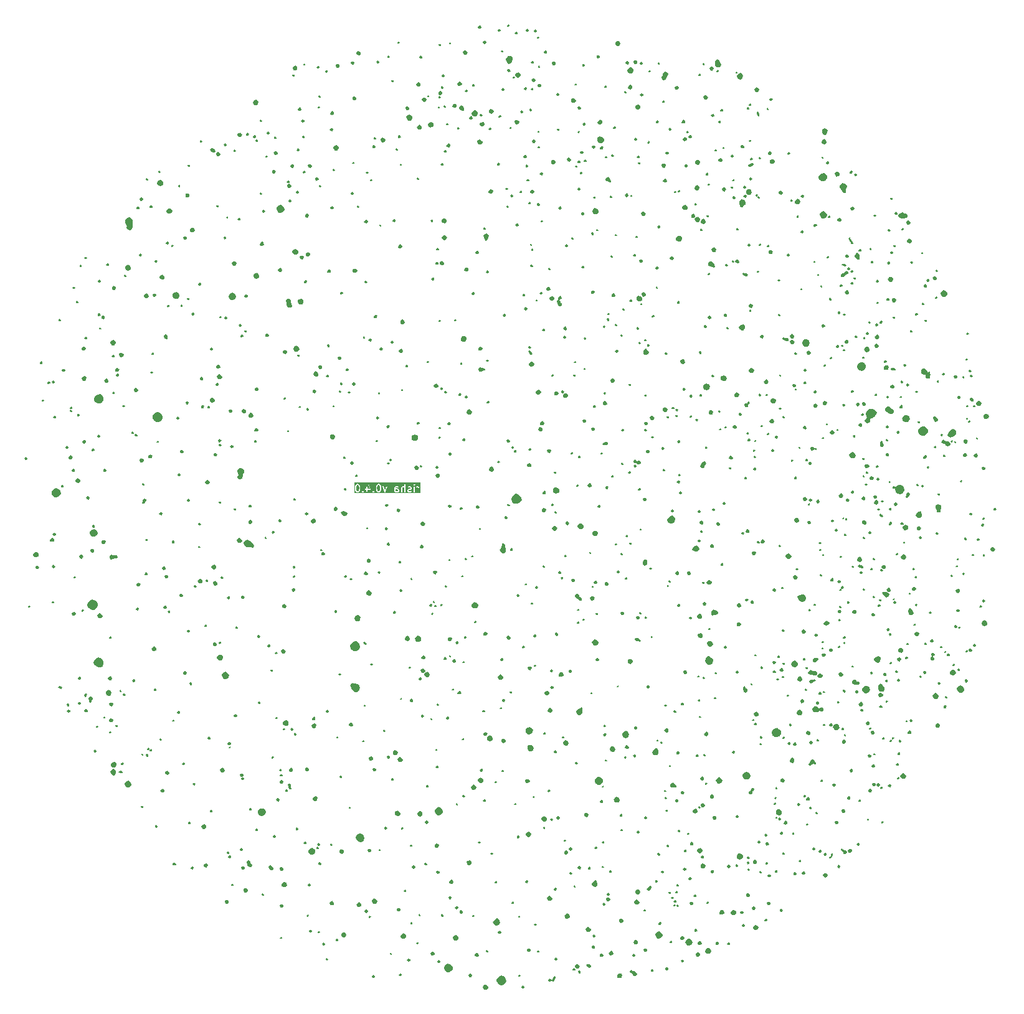
<source format=gbo>
%TF.GenerationSoftware,KiCad,Pcbnew,8.0.7*%
%TF.CreationDate,2025-01-05T02:21:24-08:00*%
%TF.ProjectId,risha,72697368-612e-46b6-9963-61645f706362,v1.0.0*%
%TF.SameCoordinates,Original*%
%TF.FileFunction,Legend,Bot*%
%TF.FilePolarity,Positive*%
%FSLAX46Y46*%
G04 Gerber Fmt 4.6, Leading zero omitted, Abs format (unit mm)*
G04 Created by KiCad (PCBNEW 8.0.7) date 2025-01-05 02:21:24*
%MOMM*%
%LPD*%
G01*
G04 APERTURE LIST*
%ADD10C,0.150000*%
%ADD11C,0.000000*%
G04 APERTURE END LIST*
D10*
G36*
X119875810Y-85289077D02*
G01*
X119906217Y-85319484D01*
X119944710Y-85396471D01*
X119988094Y-85570005D01*
X119988094Y-85789632D01*
X119944710Y-85963166D01*
X119906216Y-86040153D01*
X119875809Y-86070561D01*
X119807294Y-86104819D01*
X119747466Y-86104819D01*
X119678950Y-86070561D01*
X119648543Y-86040153D01*
X119610049Y-85963166D01*
X119566666Y-85789632D01*
X119566666Y-85570005D01*
X119610049Y-85396471D01*
X119648543Y-85319484D01*
X119678950Y-85289077D01*
X119747466Y-85254819D01*
X119807294Y-85254819D01*
X119875810Y-85289077D01*
G37*
G36*
X122732952Y-85289077D02*
G01*
X122763359Y-85319484D01*
X122801852Y-85396471D01*
X122845236Y-85570005D01*
X122845236Y-85789632D01*
X122801852Y-85963166D01*
X122763358Y-86040153D01*
X122732951Y-86070561D01*
X122664436Y-86104819D01*
X122604608Y-86104819D01*
X122536092Y-86070561D01*
X122505685Y-86040153D01*
X122467191Y-85963166D01*
X122423808Y-85789632D01*
X122423808Y-85570005D01*
X122467191Y-85396471D01*
X122505685Y-85319484D01*
X122536092Y-85289077D01*
X122604608Y-85254819D01*
X122664436Y-85254819D01*
X122732952Y-85289077D01*
G37*
G36*
X124948046Y-85871203D02*
G01*
X124950735Y-85871394D01*
X124953224Y-85872425D01*
X124967856Y-85873866D01*
X125188246Y-85873866D01*
X125245287Y-85902386D01*
X125273808Y-85959428D01*
X125273808Y-86019256D01*
X125245287Y-86076298D01*
X125188246Y-86104819D01*
X124985561Y-86104819D01*
X124947618Y-86085847D01*
X124947618Y-85871039D01*
X124948046Y-85871203D01*
G37*
G36*
X128296824Y-86365930D02*
G01*
X119305555Y-86365930D01*
X119305555Y-85560771D01*
X119416666Y-85560771D01*
X119416666Y-85798866D01*
X119416917Y-85801419D01*
X119416755Y-85802512D01*
X119417564Y-85807985D01*
X119418107Y-85813498D01*
X119418529Y-85814519D01*
X119418905Y-85817056D01*
X119466524Y-86007532D01*
X119466909Y-86008611D01*
X119466948Y-86009151D01*
X119469275Y-86015232D01*
X119471471Y-86021378D01*
X119471793Y-86021813D01*
X119472203Y-86022883D01*
X119519822Y-86118121D01*
X119523785Y-86124417D01*
X119524543Y-86126247D01*
X119526232Y-86128305D01*
X119527654Y-86130564D01*
X119529152Y-86131863D01*
X119533870Y-86137612D01*
X119581489Y-86185232D01*
X119587238Y-86189950D01*
X119588539Y-86191450D01*
X119590798Y-86192872D01*
X119592855Y-86194560D01*
X119594682Y-86195317D01*
X119600982Y-86199282D01*
X119696220Y-86246901D01*
X119709951Y-86252156D01*
X119712640Y-86252347D01*
X119715129Y-86253378D01*
X119729761Y-86254819D01*
X119824999Y-86254819D01*
X119839631Y-86253378D01*
X119842120Y-86252346D01*
X119844808Y-86252156D01*
X119858540Y-86246901D01*
X119953778Y-86199282D01*
X119960077Y-86195317D01*
X119961905Y-86194560D01*
X119963961Y-86192872D01*
X119966221Y-86191450D01*
X119967521Y-86189950D01*
X119973271Y-86185232D01*
X120020889Y-86137613D01*
X120025607Y-86131863D01*
X120027106Y-86130564D01*
X120028527Y-86128305D01*
X120030217Y-86126247D01*
X120030974Y-86124417D01*
X120034938Y-86118121D01*
X120035214Y-86117569D01*
X120370487Y-86117569D01*
X120370487Y-86146832D01*
X120375524Y-86158991D01*
X120381686Y-86173868D01*
X120391013Y-86185233D01*
X120438632Y-86232852D01*
X120449997Y-86242179D01*
X120477033Y-86253378D01*
X120477034Y-86253378D01*
X120506296Y-86253378D01*
X120506297Y-86253378D01*
X120533333Y-86242179D01*
X120544698Y-86232852D01*
X120592317Y-86185233D01*
X120601644Y-86173868D01*
X120612843Y-86146832D01*
X120612843Y-86117569D01*
X120612797Y-86117459D01*
X120601645Y-86090533D01*
X120592317Y-86079167D01*
X120544699Y-86031548D01*
X120533333Y-86022220D01*
X120533332Y-86022219D01*
X120515036Y-86014641D01*
X120506297Y-86011021D01*
X120506296Y-86011021D01*
X120477033Y-86011021D01*
X120468294Y-86014641D01*
X120449998Y-86022219D01*
X120449997Y-86022220D01*
X120438631Y-86031548D01*
X120391012Y-86079168D01*
X120381685Y-86090533D01*
X120370487Y-86117569D01*
X120035214Y-86117569D01*
X120082557Y-86022883D01*
X120082966Y-86021813D01*
X120083289Y-86021378D01*
X120085481Y-86015241D01*
X120087812Y-86009152D01*
X120087850Y-86008611D01*
X120088236Y-86007532D01*
X120132156Y-85831853D01*
X120799059Y-85831853D01*
X120799059Y-85861117D01*
X120810258Y-85888153D01*
X120830950Y-85908845D01*
X120857986Y-85920044D01*
X120872618Y-85921485D01*
X120940475Y-85921485D01*
X120940475Y-86179819D01*
X120941916Y-86194451D01*
X120953115Y-86221487D01*
X120973807Y-86242179D01*
X121000843Y-86253378D01*
X121030107Y-86253378D01*
X121057143Y-86242179D01*
X121077835Y-86221487D01*
X121089034Y-86194451D01*
X121090475Y-86179819D01*
X121090475Y-86117569D01*
X121799058Y-86117569D01*
X121799058Y-86146832D01*
X121804095Y-86158991D01*
X121810257Y-86173868D01*
X121819584Y-86185233D01*
X121867203Y-86232852D01*
X121878568Y-86242179D01*
X121905604Y-86253378D01*
X121905605Y-86253378D01*
X121934867Y-86253378D01*
X121934868Y-86253378D01*
X121961904Y-86242179D01*
X121973269Y-86232852D01*
X122020888Y-86185233D01*
X122030215Y-86173868D01*
X122041414Y-86146832D01*
X122041414Y-86117569D01*
X122041368Y-86117459D01*
X122030216Y-86090533D01*
X122020888Y-86079167D01*
X121973270Y-86031548D01*
X121961904Y-86022220D01*
X121961903Y-86022219D01*
X121943607Y-86014641D01*
X121934868Y-86011021D01*
X121934867Y-86011021D01*
X121905604Y-86011021D01*
X121896865Y-86014641D01*
X121878569Y-86022219D01*
X121878568Y-86022220D01*
X121867202Y-86031548D01*
X121819583Y-86079168D01*
X121810256Y-86090533D01*
X121799058Y-86117569D01*
X121090475Y-86117569D01*
X121090475Y-85921485D01*
X121491665Y-85921485D01*
X121499070Y-85920755D01*
X121501045Y-85920896D01*
X121502470Y-85920420D01*
X121506297Y-85920044D01*
X121517406Y-85915442D01*
X121528807Y-85911642D01*
X121530842Y-85909876D01*
X121533333Y-85908845D01*
X121541835Y-85900342D01*
X121550915Y-85892468D01*
X121552119Y-85890058D01*
X121554025Y-85888153D01*
X121558627Y-85877041D01*
X121564001Y-85866294D01*
X121564191Y-85863608D01*
X121565224Y-85861117D01*
X121565224Y-85849089D01*
X121566076Y-85837104D01*
X121565224Y-85833357D01*
X121565224Y-85831853D01*
X121564465Y-85830022D01*
X121562816Y-85822767D01*
X121475484Y-85560771D01*
X122273808Y-85560771D01*
X122273808Y-85798866D01*
X122274059Y-85801419D01*
X122273897Y-85802512D01*
X122274706Y-85807985D01*
X122275249Y-85813498D01*
X122275671Y-85814519D01*
X122276047Y-85817056D01*
X122323666Y-86007532D01*
X122324051Y-86008611D01*
X122324090Y-86009151D01*
X122326417Y-86015232D01*
X122328613Y-86021378D01*
X122328935Y-86021813D01*
X122329345Y-86022883D01*
X122376964Y-86118121D01*
X122380927Y-86124417D01*
X122381685Y-86126247D01*
X122383374Y-86128305D01*
X122384796Y-86130564D01*
X122386294Y-86131863D01*
X122391012Y-86137612D01*
X122438631Y-86185232D01*
X122444380Y-86189950D01*
X122445681Y-86191450D01*
X122447940Y-86192872D01*
X122449997Y-86194560D01*
X122451824Y-86195317D01*
X122458124Y-86199282D01*
X122553362Y-86246901D01*
X122567093Y-86252156D01*
X122569782Y-86252347D01*
X122572271Y-86253378D01*
X122586903Y-86254819D01*
X122682141Y-86254819D01*
X122696773Y-86253378D01*
X122699262Y-86252346D01*
X122701950Y-86252156D01*
X122715682Y-86246901D01*
X122810920Y-86199282D01*
X122817219Y-86195317D01*
X122819047Y-86194560D01*
X122821103Y-86192872D01*
X122823363Y-86191450D01*
X122824663Y-86189950D01*
X122830413Y-86185232D01*
X122878031Y-86137613D01*
X122882749Y-86131863D01*
X122884248Y-86130564D01*
X122885669Y-86128305D01*
X122887359Y-86126247D01*
X122888116Y-86124417D01*
X122892080Y-86118121D01*
X122939699Y-86022883D01*
X122940108Y-86021813D01*
X122940431Y-86021378D01*
X122942623Y-86015241D01*
X122944954Y-86009152D01*
X122944992Y-86008611D01*
X122945378Y-86007532D01*
X122992997Y-85817056D01*
X122993372Y-85814519D01*
X122993795Y-85813498D01*
X122994337Y-85807985D01*
X122995147Y-85802512D01*
X122994984Y-85801419D01*
X122995236Y-85798866D01*
X122995236Y-85560771D01*
X122994984Y-85558217D01*
X122995147Y-85557125D01*
X122994337Y-85551651D01*
X122993795Y-85546139D01*
X122993372Y-85545117D01*
X122992997Y-85542581D01*
X122988380Y-85524113D01*
X123179375Y-85524113D01*
X123182939Y-85538377D01*
X123421034Y-86205044D01*
X123427313Y-86218339D01*
X123429839Y-86221129D01*
X123431451Y-86224532D01*
X123439586Y-86231897D01*
X123446952Y-86240033D01*
X123450354Y-86241644D01*
X123453145Y-86244171D01*
X123463482Y-86247862D01*
X123473398Y-86252560D01*
X123477156Y-86252746D01*
X123480704Y-86254014D01*
X123491665Y-86253468D01*
X123502626Y-86254014D01*
X123506173Y-86252746D01*
X123509932Y-86252560D01*
X123519847Y-86247862D01*
X123530185Y-86244171D01*
X123532975Y-86241644D01*
X123536378Y-86240033D01*
X123543746Y-86231893D01*
X123551879Y-86224531D01*
X123553489Y-86221130D01*
X123556017Y-86218339D01*
X123562296Y-86205044D01*
X123758380Y-85656009D01*
X124797618Y-85656009D01*
X124797618Y-86179819D01*
X124799059Y-86194451D01*
X124810258Y-86221487D01*
X124830950Y-86242179D01*
X124857986Y-86253378D01*
X124887250Y-86253378D01*
X124914286Y-86242179D01*
X124917814Y-86238650D01*
X124934315Y-86246901D01*
X124948046Y-86252156D01*
X124950735Y-86252347D01*
X124953224Y-86253378D01*
X124967856Y-86254819D01*
X125205951Y-86254819D01*
X125220583Y-86253378D01*
X125223072Y-86252346D01*
X125225760Y-86252156D01*
X125239492Y-86246901D01*
X125334730Y-86199282D01*
X125337177Y-86197741D01*
X125338331Y-86197357D01*
X125339767Y-86196111D01*
X125347173Y-86191450D01*
X125353334Y-86184345D01*
X125360439Y-86178184D01*
X125365100Y-86170778D01*
X125366346Y-86169342D01*
X125366730Y-86168188D01*
X125368271Y-86165741D01*
X125415890Y-86070502D01*
X125421145Y-86056770D01*
X125421335Y-86054082D01*
X125422367Y-86051593D01*
X125423808Y-86036961D01*
X125423808Y-85941723D01*
X125422367Y-85927091D01*
X125421336Y-85924602D01*
X125421145Y-85921913D01*
X125415890Y-85908182D01*
X125368271Y-85812944D01*
X125366730Y-85810496D01*
X125366346Y-85809343D01*
X125365100Y-85807906D01*
X125360439Y-85800501D01*
X125353334Y-85794339D01*
X125347173Y-85787235D01*
X125339767Y-85782573D01*
X125338331Y-85781328D01*
X125337177Y-85780943D01*
X125334730Y-85779403D01*
X125239492Y-85731784D01*
X125225760Y-85726529D01*
X125223072Y-85726338D01*
X125220583Y-85725307D01*
X125205951Y-85723866D01*
X124985561Y-85723866D01*
X124947618Y-85704894D01*
X124947618Y-85673714D01*
X124956470Y-85656009D01*
X125702380Y-85656009D01*
X125702380Y-86179819D01*
X125703821Y-86194451D01*
X125715020Y-86221487D01*
X125735712Y-86242179D01*
X125762748Y-86253378D01*
X125792012Y-86253378D01*
X125819048Y-86242179D01*
X125839740Y-86221487D01*
X125850939Y-86194451D01*
X125852380Y-86179819D01*
X125852380Y-85673714D01*
X125880900Y-85616672D01*
X125937942Y-85588152D01*
X126045389Y-85588152D01*
X126113905Y-85622410D01*
X126130951Y-85639456D01*
X126130951Y-86179819D01*
X126132392Y-86194451D01*
X126143591Y-86221487D01*
X126164283Y-86242179D01*
X126191319Y-86253378D01*
X126220583Y-86253378D01*
X126247619Y-86242179D01*
X126268311Y-86221487D01*
X126279510Y-86194451D01*
X126280951Y-86179819D01*
X126280951Y-85989342D01*
X126559523Y-85989342D01*
X126559523Y-86036961D01*
X126560964Y-86051593D01*
X126561995Y-86054082D01*
X126562186Y-86056770D01*
X126567441Y-86070502D01*
X126615060Y-86165741D01*
X126616600Y-86168187D01*
X126616985Y-86169342D01*
X126618231Y-86170779D01*
X126622892Y-86178183D01*
X126629994Y-86184342D01*
X126636158Y-86191450D01*
X126643563Y-86196111D01*
X126645000Y-86197357D01*
X126646153Y-86197741D01*
X126648601Y-86199282D01*
X126743839Y-86246901D01*
X126757570Y-86252156D01*
X126760259Y-86252347D01*
X126762748Y-86253378D01*
X126777380Y-86254819D01*
X126967856Y-86254819D01*
X126982488Y-86253378D01*
X126984977Y-86252346D01*
X126987665Y-86252156D01*
X127001397Y-86246901D01*
X127096635Y-86199282D01*
X127109078Y-86191450D01*
X127128251Y-86169342D01*
X127137505Y-86141581D01*
X127135431Y-86112391D01*
X127122343Y-86086216D01*
X127100236Y-86067043D01*
X127072474Y-86057789D01*
X127043284Y-86059863D01*
X127029553Y-86065118D01*
X126950151Y-86104819D01*
X126795085Y-86104819D01*
X126738043Y-86076298D01*
X126709523Y-86019256D01*
X126709523Y-86007047D01*
X126738043Y-85950005D01*
X126795085Y-85921485D01*
X126920237Y-85921485D01*
X126934869Y-85920044D01*
X126937358Y-85919012D01*
X126940046Y-85918822D01*
X126953778Y-85913567D01*
X127049016Y-85865948D01*
X127051463Y-85864407D01*
X127052617Y-85864023D01*
X127054053Y-85862777D01*
X127061459Y-85858116D01*
X127067620Y-85851011D01*
X127074725Y-85844850D01*
X127079386Y-85837444D01*
X127080632Y-85836008D01*
X127081016Y-85834854D01*
X127082557Y-85832407D01*
X127130176Y-85737169D01*
X127135431Y-85723438D01*
X127135622Y-85720748D01*
X127136653Y-85718260D01*
X127138094Y-85703628D01*
X127138094Y-85656009D01*
X127136653Y-85641377D01*
X127135622Y-85638888D01*
X127135431Y-85636199D01*
X127130176Y-85622468D01*
X127082557Y-85527230D01*
X127081016Y-85524782D01*
X127080632Y-85523629D01*
X127079386Y-85522192D01*
X127074725Y-85514787D01*
X127072840Y-85513152D01*
X127416665Y-85513152D01*
X127416665Y-86179819D01*
X127418106Y-86194451D01*
X127429305Y-86221487D01*
X127449997Y-86242179D01*
X127477033Y-86253378D01*
X127506297Y-86253378D01*
X127533333Y-86242179D01*
X127554025Y-86221487D01*
X127565224Y-86194451D01*
X127566665Y-86179819D01*
X127566665Y-85513152D01*
X127565224Y-85498520D01*
X127751440Y-85498520D01*
X127751440Y-85527784D01*
X127762639Y-85554820D01*
X127783331Y-85575512D01*
X127810367Y-85586711D01*
X127824999Y-85588152D01*
X127902532Y-85588152D01*
X127971048Y-85622410D01*
X128001455Y-85652817D01*
X128035713Y-85721333D01*
X128035713Y-86179819D01*
X128037154Y-86194451D01*
X128048353Y-86221487D01*
X128069045Y-86242179D01*
X128096081Y-86253378D01*
X128125345Y-86253378D01*
X128152381Y-86242179D01*
X128173073Y-86221487D01*
X128184272Y-86194451D01*
X128185713Y-86179819D01*
X128185713Y-85513152D01*
X128184272Y-85498520D01*
X128173073Y-85471484D01*
X128152381Y-85450792D01*
X128125345Y-85439593D01*
X128096081Y-85439593D01*
X128069045Y-85450792D01*
X128048353Y-85471484D01*
X128040847Y-85489604D01*
X127953778Y-85446070D01*
X127940046Y-85440815D01*
X127937358Y-85440624D01*
X127934869Y-85439593D01*
X127920237Y-85438152D01*
X127824999Y-85438152D01*
X127810367Y-85439593D01*
X127783331Y-85450792D01*
X127762639Y-85471484D01*
X127751440Y-85498520D01*
X127565224Y-85498520D01*
X127554025Y-85471484D01*
X127533333Y-85450792D01*
X127506297Y-85439593D01*
X127477033Y-85439593D01*
X127449997Y-85450792D01*
X127429305Y-85471484D01*
X127418106Y-85498520D01*
X127416665Y-85513152D01*
X127072840Y-85513152D01*
X127067620Y-85508625D01*
X127061459Y-85501521D01*
X127054053Y-85496859D01*
X127052617Y-85495614D01*
X127051463Y-85495229D01*
X127049016Y-85493689D01*
X126953778Y-85446070D01*
X126940046Y-85440815D01*
X126937358Y-85440624D01*
X126934869Y-85439593D01*
X126920237Y-85438152D01*
X126777380Y-85438152D01*
X126762748Y-85439593D01*
X126760259Y-85440623D01*
X126757570Y-85440815D01*
X126743839Y-85446070D01*
X126648601Y-85493689D01*
X126636158Y-85501521D01*
X126616985Y-85523629D01*
X126607731Y-85551390D01*
X126609805Y-85580580D01*
X126622892Y-85606755D01*
X126645000Y-85625928D01*
X126672761Y-85635182D01*
X126701951Y-85633108D01*
X126715683Y-85627853D01*
X126795085Y-85588152D01*
X126902532Y-85588152D01*
X126959573Y-85616672D01*
X126988094Y-85673714D01*
X126988094Y-85685923D01*
X126959573Y-85742964D01*
X126902532Y-85771485D01*
X126777380Y-85771485D01*
X126762748Y-85772926D01*
X126760259Y-85773956D01*
X126757570Y-85774148D01*
X126743839Y-85779403D01*
X126648601Y-85827022D01*
X126646153Y-85828562D01*
X126645000Y-85828947D01*
X126643563Y-85830192D01*
X126636158Y-85834854D01*
X126629996Y-85841958D01*
X126622892Y-85848120D01*
X126618230Y-85855525D01*
X126616985Y-85856962D01*
X126616600Y-85858115D01*
X126615060Y-85860563D01*
X126567441Y-85955801D01*
X126562186Y-85969533D01*
X126561995Y-85972220D01*
X126560964Y-85974710D01*
X126559523Y-85989342D01*
X126280951Y-85989342D01*
X126280951Y-85212807D01*
X127370487Y-85212807D01*
X127370487Y-85242069D01*
X127381686Y-85269106D01*
X127391013Y-85280471D01*
X127438632Y-85328090D01*
X127449997Y-85337417D01*
X127477033Y-85348616D01*
X127477034Y-85348616D01*
X127506296Y-85348616D01*
X127506297Y-85348616D01*
X127533333Y-85337417D01*
X127544698Y-85328090D01*
X127592317Y-85280471D01*
X127601644Y-85269106D01*
X127612843Y-85242070D01*
X127612843Y-85212807D01*
X127605240Y-85194451D01*
X127601644Y-85185770D01*
X127592317Y-85174405D01*
X127544698Y-85126786D01*
X127533333Y-85117459D01*
X127506297Y-85106260D01*
X127506296Y-85106260D01*
X127477033Y-85106260D01*
X127449997Y-85117459D01*
X127438632Y-85126786D01*
X127391013Y-85174405D01*
X127381686Y-85185770D01*
X127370487Y-85212807D01*
X126280951Y-85212807D01*
X126280951Y-85179819D01*
X126279510Y-85165187D01*
X126268311Y-85138151D01*
X126247619Y-85117459D01*
X126220583Y-85106260D01*
X126191319Y-85106260D01*
X126164283Y-85117459D01*
X126143591Y-85138151D01*
X126132392Y-85165187D01*
X126130951Y-85179819D01*
X126130951Y-85463228D01*
X126096635Y-85446070D01*
X126082903Y-85440815D01*
X126080215Y-85440624D01*
X126077726Y-85439593D01*
X126063094Y-85438152D01*
X125920237Y-85438152D01*
X125905605Y-85439593D01*
X125903116Y-85440623D01*
X125900427Y-85440815D01*
X125886696Y-85446070D01*
X125791458Y-85493689D01*
X125789010Y-85495229D01*
X125787857Y-85495614D01*
X125786420Y-85496859D01*
X125779015Y-85501521D01*
X125772853Y-85508625D01*
X125765749Y-85514787D01*
X125761087Y-85522192D01*
X125759842Y-85523629D01*
X125759457Y-85524782D01*
X125757917Y-85527230D01*
X125710298Y-85622468D01*
X125705043Y-85636200D01*
X125704852Y-85638887D01*
X125703821Y-85641377D01*
X125702380Y-85656009D01*
X124956470Y-85656009D01*
X124976138Y-85616672D01*
X125033180Y-85588152D01*
X125188246Y-85588152D01*
X125267648Y-85627853D01*
X125281379Y-85633108D01*
X125310569Y-85635182D01*
X125338331Y-85625928D01*
X125360438Y-85606755D01*
X125373526Y-85580580D01*
X125375600Y-85551390D01*
X125366346Y-85523629D01*
X125347173Y-85501521D01*
X125334730Y-85493689D01*
X125239492Y-85446070D01*
X125225760Y-85440815D01*
X125223072Y-85440624D01*
X125220583Y-85439593D01*
X125205951Y-85438152D01*
X125015475Y-85438152D01*
X125000843Y-85439593D01*
X124998354Y-85440623D01*
X124995665Y-85440815D01*
X124981934Y-85446070D01*
X124886696Y-85493689D01*
X124884248Y-85495229D01*
X124883095Y-85495614D01*
X124881658Y-85496859D01*
X124874253Y-85501521D01*
X124868091Y-85508625D01*
X124860987Y-85514787D01*
X124856325Y-85522192D01*
X124855080Y-85523629D01*
X124854695Y-85524782D01*
X124853155Y-85527230D01*
X124805536Y-85622468D01*
X124800281Y-85636200D01*
X124800090Y-85638887D01*
X124799059Y-85641377D01*
X124797618Y-85656009D01*
X123758380Y-85656009D01*
X123800391Y-85538377D01*
X123803955Y-85524113D01*
X123802501Y-85494886D01*
X123789974Y-85468440D01*
X123768280Y-85448800D01*
X123740721Y-85438957D01*
X123711493Y-85440411D01*
X123685047Y-85452938D01*
X123665408Y-85474632D01*
X123659129Y-85487927D01*
X123491665Y-85956826D01*
X123324201Y-85487927D01*
X123317922Y-85474632D01*
X123298283Y-85452938D01*
X123271837Y-85440411D01*
X123242609Y-85438957D01*
X123215050Y-85448800D01*
X123193356Y-85468439D01*
X123180829Y-85494885D01*
X123179375Y-85524113D01*
X122988380Y-85524113D01*
X122945378Y-85352105D01*
X122944992Y-85351025D01*
X122944954Y-85350485D01*
X122942623Y-85344395D01*
X122940431Y-85338259D01*
X122940108Y-85337823D01*
X122939699Y-85336754D01*
X122892080Y-85241516D01*
X122888115Y-85235216D01*
X122887358Y-85233389D01*
X122885669Y-85231332D01*
X122884248Y-85229073D01*
X122882749Y-85227773D01*
X122878031Y-85222024D01*
X122830412Y-85174405D01*
X122824662Y-85169686D01*
X122823363Y-85168188D01*
X122821103Y-85166766D01*
X122819047Y-85165078D01*
X122817219Y-85164320D01*
X122810920Y-85160356D01*
X122715682Y-85112737D01*
X122701950Y-85107482D01*
X122699262Y-85107291D01*
X122696773Y-85106260D01*
X122682141Y-85104819D01*
X122586903Y-85104819D01*
X122572271Y-85106260D01*
X122569782Y-85107290D01*
X122567093Y-85107482D01*
X122553362Y-85112737D01*
X122458124Y-85160356D01*
X122451824Y-85164320D01*
X122449997Y-85165078D01*
X122447940Y-85166766D01*
X122445681Y-85168188D01*
X122444381Y-85169686D01*
X122438632Y-85174405D01*
X122391013Y-85222024D01*
X122386294Y-85227773D01*
X122384796Y-85229073D01*
X122383374Y-85231332D01*
X122381686Y-85233389D01*
X122380928Y-85235216D01*
X122376964Y-85241516D01*
X122329345Y-85336754D01*
X122328935Y-85337823D01*
X122328613Y-85338259D01*
X122326417Y-85344404D01*
X122324090Y-85350486D01*
X122324051Y-85351025D01*
X122323666Y-85352105D01*
X122276047Y-85542581D01*
X122275671Y-85545117D01*
X122275249Y-85546139D01*
X122274706Y-85551651D01*
X122273897Y-85557125D01*
X122274059Y-85558217D01*
X122273808Y-85560771D01*
X121475484Y-85560771D01*
X121324721Y-85108483D01*
X121318727Y-85095057D01*
X121299553Y-85072950D01*
X121273380Y-85059864D01*
X121244190Y-85057789D01*
X121216427Y-85067043D01*
X121194320Y-85086217D01*
X121181234Y-85112390D01*
X121179159Y-85141580D01*
X121182419Y-85155917D01*
X121387608Y-85771485D01*
X121090475Y-85771485D01*
X121090475Y-85513152D01*
X121089034Y-85498520D01*
X121077835Y-85471484D01*
X121057143Y-85450792D01*
X121030107Y-85439593D01*
X121000843Y-85439593D01*
X120973807Y-85450792D01*
X120953115Y-85471484D01*
X120941916Y-85498520D01*
X120940475Y-85513152D01*
X120940475Y-85771485D01*
X120872618Y-85771485D01*
X120857986Y-85772926D01*
X120830950Y-85784125D01*
X120810258Y-85804817D01*
X120799059Y-85831853D01*
X120132156Y-85831853D01*
X120135855Y-85817056D01*
X120136230Y-85814519D01*
X120136653Y-85813498D01*
X120137195Y-85807985D01*
X120138005Y-85802512D01*
X120137842Y-85801419D01*
X120138094Y-85798866D01*
X120138094Y-85560771D01*
X120137842Y-85558217D01*
X120138005Y-85557125D01*
X120137195Y-85551651D01*
X120136653Y-85546139D01*
X120136230Y-85545117D01*
X120135855Y-85542581D01*
X120088236Y-85352105D01*
X120087850Y-85351025D01*
X120087812Y-85350485D01*
X120085481Y-85344395D01*
X120083289Y-85338259D01*
X120082966Y-85337823D01*
X120082557Y-85336754D01*
X120034938Y-85241516D01*
X120030973Y-85235216D01*
X120030216Y-85233389D01*
X120028527Y-85231332D01*
X120027106Y-85229073D01*
X120025607Y-85227773D01*
X120020889Y-85222024D01*
X119973270Y-85174405D01*
X119967520Y-85169686D01*
X119966221Y-85168188D01*
X119963961Y-85166766D01*
X119961905Y-85165078D01*
X119960077Y-85164320D01*
X119953778Y-85160356D01*
X119858540Y-85112737D01*
X119844808Y-85107482D01*
X119842120Y-85107291D01*
X119839631Y-85106260D01*
X119824999Y-85104819D01*
X119729761Y-85104819D01*
X119715129Y-85106260D01*
X119712640Y-85107290D01*
X119709951Y-85107482D01*
X119696220Y-85112737D01*
X119600982Y-85160356D01*
X119594682Y-85164320D01*
X119592855Y-85165078D01*
X119590798Y-85166766D01*
X119588539Y-85168188D01*
X119587239Y-85169686D01*
X119581490Y-85174405D01*
X119533871Y-85222024D01*
X119529152Y-85227773D01*
X119527654Y-85229073D01*
X119526232Y-85231332D01*
X119524544Y-85233389D01*
X119523786Y-85235216D01*
X119519822Y-85241516D01*
X119472203Y-85336754D01*
X119471793Y-85337823D01*
X119471471Y-85338259D01*
X119469275Y-85344404D01*
X119466948Y-85350486D01*
X119466909Y-85351025D01*
X119466524Y-85352105D01*
X119418905Y-85542581D01*
X119418529Y-85545117D01*
X119418107Y-85546139D01*
X119417564Y-85551651D01*
X119416755Y-85557125D01*
X119416917Y-85558217D01*
X119416666Y-85560771D01*
X119305555Y-85560771D01*
X119305555Y-84946678D01*
X128296824Y-84946678D01*
X128296824Y-86365930D01*
G37*
D11*
%TO.C,G\u002A\u002A\u002A*%
G36*
X90139929Y-74571427D02*
G01*
X90097595Y-74613761D01*
X90055262Y-74571427D01*
X90097595Y-74529094D01*
X90139929Y-74571427D01*
G37*
G36*
X103601929Y-51288094D02*
G01*
X103559595Y-51330427D01*
X103517262Y-51288094D01*
X103559595Y-51245761D01*
X103601929Y-51288094D01*
G37*
G36*
X103601929Y-124694094D02*
G01*
X103559595Y-124736427D01*
X103517262Y-124694094D01*
X103559595Y-124651761D01*
X103601929Y-124694094D01*
G37*
G36*
X114354595Y-132991427D02*
G01*
X114312262Y-133033761D01*
X114269929Y-132991427D01*
X114312262Y-132949094D01*
X114354595Y-132991427D01*
G37*
G36*
X115201262Y-62887427D02*
G01*
X115158929Y-62929761D01*
X115116595Y-62887427D01*
X115158929Y-62845094D01*
X115201262Y-62887427D01*
G37*
G36*
X115201262Y-113094761D02*
G01*
X115158929Y-113137094D01*
X115116595Y-113094761D01*
X115158929Y-113052427D01*
X115201262Y-113094761D01*
G37*
G36*
X122567262Y-57214761D02*
G01*
X122524929Y-57257094D01*
X122482595Y-57214761D01*
X122524929Y-57172427D01*
X122567262Y-57214761D01*
G37*
G36*
X122567262Y-118767427D02*
G01*
X122524929Y-118809761D01*
X122482595Y-118767427D01*
X122524929Y-118725094D01*
X122567262Y-118767427D01*
G37*
G36*
X122905929Y-92690094D02*
G01*
X122863595Y-92732427D01*
X122821262Y-92690094D01*
X122863595Y-92647761D01*
X122905929Y-92690094D01*
G37*
G36*
X124683929Y-78974094D02*
G01*
X124641595Y-79016427D01*
X124599262Y-78974094D01*
X124641595Y-78931761D01*
X124683929Y-78974094D01*
G37*
G36*
X124683929Y-97008094D02*
G01*
X124641595Y-97050427D01*
X124599262Y-97008094D01*
X124641595Y-96965761D01*
X124683929Y-97008094D01*
G37*
G36*
X126885262Y-37826094D02*
G01*
X126842929Y-37868427D01*
X126800595Y-37826094D01*
X126842929Y-37783761D01*
X126885262Y-37826094D01*
G37*
G36*
X126885262Y-138156094D02*
G01*
X126842929Y-138198427D01*
X126800595Y-138156094D01*
X126842929Y-138113761D01*
X126885262Y-138156094D01*
G37*
G36*
X127562595Y-75248761D02*
G01*
X127520262Y-75291094D01*
X127477929Y-75248761D01*
X127520262Y-75206427D01*
X127562595Y-75248761D01*
G37*
G36*
X127562595Y-100733427D02*
G01*
X127520262Y-100775761D01*
X127477929Y-100733427D01*
X127520262Y-100691094D01*
X127562595Y-100733427D01*
G37*
G36*
X131118595Y-122323427D02*
G01*
X131076262Y-122365761D01*
X131033929Y-122323427D01*
X131076262Y-122281094D01*
X131118595Y-122323427D01*
G37*
G36*
X131287929Y-103612094D02*
G01*
X131245595Y-103654427D01*
X131203262Y-103612094D01*
X131245595Y-103569761D01*
X131287929Y-103612094D01*
G37*
G36*
X135690595Y-70592094D02*
G01*
X135648262Y-70634427D01*
X135605929Y-70592094D01*
X135648262Y-70549761D01*
X135690595Y-70592094D01*
G37*
G36*
X140347262Y-36048094D02*
G01*
X140304929Y-36090427D01*
X140262595Y-36048094D01*
X140304929Y-36005761D01*
X140347262Y-36048094D01*
G37*
G36*
X140347262Y-52473427D02*
G01*
X140304929Y-52515761D01*
X140262595Y-52473427D01*
X140304929Y-52431094D01*
X140347262Y-52473427D01*
G37*
G36*
X140347262Y-123508761D02*
G01*
X140304929Y-123551094D01*
X140262595Y-123508761D01*
X140304929Y-123466427D01*
X140347262Y-123508761D01*
G37*
G36*
X140347262Y-139934094D02*
G01*
X140304929Y-139976427D01*
X140262595Y-139934094D01*
X140304929Y-139891761D01*
X140347262Y-139934094D01*
G37*
G36*
X145003929Y-70592094D02*
G01*
X144961595Y-70634427D01*
X144919262Y-70592094D01*
X144961595Y-70549761D01*
X145003929Y-70592094D01*
G37*
G36*
X145003929Y-105390094D02*
G01*
X144961595Y-105432427D01*
X144919262Y-105390094D01*
X144961595Y-105347761D01*
X145003929Y-105390094D01*
G37*
G36*
X149321929Y-72370094D02*
G01*
X149279595Y-72412427D01*
X149237262Y-72370094D01*
X149279595Y-72327761D01*
X149321929Y-72370094D01*
G37*
G36*
X149321929Y-103612094D02*
G01*
X149279595Y-103654427D01*
X149237262Y-103612094D01*
X149279595Y-103569761D01*
X149321929Y-103612094D01*
G37*
G36*
X155925929Y-78974094D02*
G01*
X155883595Y-79016427D01*
X155841262Y-78974094D01*
X155883595Y-78931761D01*
X155925929Y-78974094D01*
G37*
G36*
X155925929Y-97008094D02*
G01*
X155883595Y-97050427D01*
X155841262Y-97008094D01*
X155883595Y-96965761D01*
X155925929Y-97008094D01*
G37*
G36*
X158381262Y-88033427D02*
G01*
X158338929Y-88075761D01*
X158296595Y-88033427D01*
X158338929Y-87991094D01*
X158381262Y-88033427D01*
G37*
G36*
X171081262Y-70253427D02*
G01*
X171038929Y-70295761D01*
X170996595Y-70253427D01*
X171038929Y-70211094D01*
X171081262Y-70253427D01*
G37*
G36*
X171081262Y-105728761D02*
G01*
X171038929Y-105771094D01*
X170996595Y-105728761D01*
X171038929Y-105686427D01*
X171081262Y-105728761D01*
G37*
G36*
X174637262Y-78804761D02*
G01*
X174594929Y-78847094D01*
X174552595Y-78804761D01*
X174594929Y-78762427D01*
X174637262Y-78804761D01*
G37*
G36*
X174637262Y-97177427D02*
G01*
X174594929Y-97219761D01*
X174552595Y-97177427D01*
X174594929Y-97135094D01*
X174637262Y-97177427D01*
G37*
G36*
X175822595Y-88033427D02*
G01*
X175780262Y-88075761D01*
X175737929Y-88033427D01*
X175780262Y-87991094D01*
X175822595Y-88033427D01*
G37*
G36*
X185305262Y-113941427D02*
G01*
X185262929Y-113983761D01*
X185220595Y-113941427D01*
X185262929Y-113899094D01*
X185305262Y-113941427D01*
G37*
G36*
X190469929Y-74571427D02*
G01*
X190427595Y-74613761D01*
X190385262Y-74571427D01*
X190427595Y-74529094D01*
X190469929Y-74571427D01*
G37*
G36*
X190469929Y-101410761D02*
G01*
X190427595Y-101453094D01*
X190385262Y-101410761D01*
X190427595Y-101368427D01*
X190469929Y-101410761D01*
G37*
G36*
X192247929Y-88033427D02*
G01*
X192205595Y-88075761D01*
X192163262Y-88033427D01*
X192205595Y-87991094D01*
X192247929Y-88033427D01*
G37*
G36*
X207064595Y-88033427D02*
G01*
X207022262Y-88075761D01*
X206979929Y-88033427D01*
X207022262Y-87991094D01*
X207064595Y-88033427D01*
G37*
G36*
X117132477Y-119592927D02*
G01*
X117128351Y-119680229D01*
X117021595Y-119741094D01*
X116950461Y-119722588D01*
X116909554Y-119609622D01*
X116964908Y-119494245D01*
X117061910Y-119473649D01*
X117132477Y-119592927D01*
G37*
G36*
X120875363Y-115238156D02*
G01*
X120881451Y-115334869D01*
X120751401Y-115408136D01*
X120680686Y-115403235D01*
X120619929Y-115296094D01*
X120642182Y-115218234D01*
X120768095Y-115185212D01*
X120875363Y-115238156D01*
G37*
G36*
X122889811Y-134917594D02*
G01*
X122885685Y-135004896D01*
X122778929Y-135065761D01*
X122707795Y-135047254D01*
X122666887Y-134934289D01*
X122722241Y-134818911D01*
X122819244Y-134798316D01*
X122889811Y-134917594D01*
G37*
G36*
X144243363Y-60120156D02*
G01*
X144249451Y-60216869D01*
X144119401Y-60290136D01*
X144048686Y-60285235D01*
X143987929Y-60178094D01*
X144010182Y-60100234D01*
X144136095Y-60067212D01*
X144243363Y-60120156D01*
G37*
G36*
X144479811Y-37212261D02*
G01*
X144475685Y-37299562D01*
X144368929Y-37360427D01*
X144297795Y-37341921D01*
X144256887Y-37228955D01*
X144312241Y-37113578D01*
X144409244Y-37092983D01*
X144479811Y-37212261D01*
G37*
G36*
X150745144Y-69470261D02*
G01*
X150741018Y-69557562D01*
X150634262Y-69618427D01*
X150563128Y-69599921D01*
X150522221Y-69486955D01*
X150577575Y-69371578D01*
X150674577Y-69350983D01*
X150745144Y-69470261D01*
G37*
G36*
X151676477Y-113581594D02*
G01*
X151672351Y-113668896D01*
X151565595Y-113729761D01*
X151494461Y-113711254D01*
X151453554Y-113598289D01*
X151508908Y-113482911D01*
X151605910Y-113462316D01*
X151676477Y-113581594D01*
G37*
G36*
X158449811Y-60664927D02*
G01*
X158445685Y-60752229D01*
X158338929Y-60813094D01*
X158267795Y-60794588D01*
X158226887Y-60681622D01*
X158282241Y-60566245D01*
X158379244Y-60545649D01*
X158449811Y-60664927D01*
G37*
G36*
X162344477Y-123487594D02*
G01*
X162340351Y-123574896D01*
X162233595Y-123635761D01*
X162162461Y-123617254D01*
X162121554Y-123504289D01*
X162176908Y-123388911D01*
X162273910Y-123368316D01*
X162344477Y-123487594D01*
G37*
G36*
X169643363Y-39376822D02*
G01*
X169649451Y-39473536D01*
X169519401Y-39546802D01*
X169448686Y-39541902D01*
X169387929Y-39434761D01*
X169410182Y-39356901D01*
X169536095Y-39323879D01*
X169643363Y-39376822D01*
G37*
G36*
X179464696Y-72227489D02*
G01*
X179470784Y-72324202D01*
X179340734Y-72397469D01*
X179270020Y-72392568D01*
X179209262Y-72285427D01*
X179231515Y-72207567D01*
X179357429Y-72174546D01*
X179464696Y-72227489D01*
G37*
G36*
X180209144Y-58632927D02*
G01*
X180205018Y-58720229D01*
X180098262Y-58781094D01*
X180027128Y-58762588D01*
X179986221Y-58649622D01*
X180041575Y-58534245D01*
X180138577Y-58513649D01*
X180209144Y-58632927D01*
G37*
G36*
X182495144Y-56685594D02*
G01*
X182491018Y-56772896D01*
X182384262Y-56833761D01*
X182313128Y-56815254D01*
X182272221Y-56702289D01*
X182327575Y-56586911D01*
X182424577Y-56566316D01*
X182495144Y-56685594D01*
G37*
G36*
X183087811Y-107485594D02*
G01*
X183083685Y-107572896D01*
X182976929Y-107633761D01*
X182905795Y-107615254D01*
X182864887Y-107502289D01*
X182920241Y-107386911D01*
X183017244Y-107366316D01*
X183087811Y-107485594D01*
G37*
G36*
X183190029Y-94748822D02*
G01*
X183196117Y-94845536D01*
X183066068Y-94918802D01*
X182995353Y-94913902D01*
X182934595Y-94806761D01*
X182956849Y-94728901D01*
X183082762Y-94695879D01*
X183190029Y-94748822D01*
G37*
G36*
X194179144Y-93092261D02*
G01*
X194175018Y-93179562D01*
X194068262Y-93240427D01*
X193997128Y-93221921D01*
X193956221Y-93108955D01*
X194011575Y-92993578D01*
X194108577Y-92972983D01*
X194179144Y-93092261D01*
G37*
G36*
X194517811Y-117391594D02*
G01*
X194513685Y-117478896D01*
X194406929Y-117539761D01*
X194335795Y-117521254D01*
X194294887Y-117408289D01*
X194350241Y-117292911D01*
X194447244Y-117272316D01*
X194517811Y-117391594D01*
G37*
G36*
X194958696Y-99998156D02*
G01*
X194964784Y-100094869D01*
X194834734Y-100168136D01*
X194764020Y-100163235D01*
X194703262Y-100056094D01*
X194725515Y-99978234D01*
X194851429Y-99945212D01*
X194958696Y-99998156D01*
G37*
G36*
X196634477Y-53722261D02*
G01*
X196630351Y-53809562D01*
X196523595Y-53870427D01*
X196452461Y-53851921D01*
X196411554Y-53738955D01*
X196466908Y-53623578D01*
X196563910Y-53602983D01*
X196634477Y-53722261D01*
G37*
G36*
X202748029Y-76206822D02*
G01*
X202754117Y-76303536D01*
X202624068Y-76376802D01*
X202553353Y-76371902D01*
X202492595Y-76264761D01*
X202514849Y-76186901D01*
X202640762Y-76153879D01*
X202748029Y-76206822D01*
G37*
G36*
X75276197Y-101649663D02*
G01*
X75323262Y-101785553D01*
X75298729Y-101887091D01*
X75184535Y-101962864D01*
X75039276Y-101902886D01*
X75004235Y-101842977D01*
X75038512Y-101717605D01*
X75182112Y-101637386D01*
X75276197Y-101649663D01*
G37*
G36*
X77138864Y-73624996D02*
G01*
X77185929Y-73760886D01*
X77161396Y-73862425D01*
X77047202Y-73938198D01*
X76901943Y-73878219D01*
X76866902Y-73818310D01*
X76901179Y-73692938D01*
X77044778Y-73612719D01*
X77138864Y-73624996D01*
G37*
G36*
X78443798Y-101094305D02*
G01*
X78524477Y-101220261D01*
X78502870Y-101323734D01*
X78392075Y-101371379D01*
X78256609Y-101310219D01*
X78222460Y-101252229D01*
X78251131Y-101130706D01*
X78377158Y-101072094D01*
X78443798Y-101094305D01*
G37*
G36*
X79401434Y-62698856D02*
G01*
X79471929Y-62797764D01*
X79459203Y-62873026D01*
X79359940Y-62983129D01*
X79217929Y-62972094D01*
X79136637Y-62864337D01*
X79166388Y-62736012D01*
X79302595Y-62675761D01*
X79401434Y-62698856D01*
G37*
G36*
X79782709Y-85331213D02*
G01*
X79781696Y-85484151D01*
X79691549Y-85587959D01*
X79563973Y-85582654D01*
X79495648Y-85510912D01*
X79486995Y-85362366D01*
X79602134Y-85249913D01*
X79675599Y-85241159D01*
X79782709Y-85331213D01*
G37*
G36*
X80900452Y-75093239D02*
G01*
X80978884Y-75206548D01*
X80958251Y-75322546D01*
X80832804Y-75375761D01*
X80713045Y-75344969D01*
X80657262Y-75200219D01*
X80683943Y-75084222D01*
X80804457Y-75053025D01*
X80900452Y-75093239D01*
G37*
G36*
X80931310Y-74632574D02*
G01*
X80995929Y-74729556D01*
X80982636Y-74810076D01*
X80882807Y-74921257D01*
X80737460Y-74907332D01*
X80677357Y-74827297D01*
X80713653Y-74707050D01*
X80854778Y-74628719D01*
X80931310Y-74632574D01*
G37*
G36*
X81412985Y-97723881D02*
G01*
X81478037Y-97819826D01*
X81430148Y-97930328D01*
X81287265Y-97981761D01*
X81196522Y-97932841D01*
X81166380Y-97807661D01*
X81232805Y-97696011D01*
X81275210Y-97684726D01*
X81412985Y-97723881D01*
G37*
G36*
X81772101Y-60243522D02*
G01*
X81842595Y-60342431D01*
X81829869Y-60417692D01*
X81730606Y-60527795D01*
X81588595Y-60516761D01*
X81507304Y-60409003D01*
X81537054Y-60280679D01*
X81673262Y-60220427D01*
X81772101Y-60243522D01*
G37*
G36*
X82236712Y-55440412D02*
G01*
X82257776Y-55519881D01*
X82214712Y-55630563D01*
X82059341Y-55619759D01*
X81999849Y-55577752D01*
X81980081Y-55439966D01*
X82026905Y-55357770D01*
X82138025Y-55320064D01*
X82236712Y-55440412D01*
G37*
G36*
X84504864Y-117990330D02*
G01*
X84551929Y-118126219D01*
X84527396Y-118227758D01*
X84413202Y-118303531D01*
X84267943Y-118243552D01*
X84232902Y-118183644D01*
X84267179Y-118058271D01*
X84410778Y-117978053D01*
X84504864Y-117990330D01*
G37*
G36*
X84904676Y-63884666D02*
G01*
X84975262Y-63988094D01*
X84943833Y-64062155D01*
X84805929Y-64115094D01*
X84707182Y-64091522D01*
X84636595Y-63988094D01*
X84668025Y-63914034D01*
X84805929Y-63861094D01*
X84904676Y-63884666D01*
G37*
G36*
X86234745Y-118785429D02*
G01*
X86287595Y-118893268D01*
X86262127Y-118966899D01*
X86131740Y-119049124D01*
X86023377Y-119041311D01*
X86005899Y-118923283D01*
X86025115Y-118867174D01*
X86123565Y-118779255D01*
X86234745Y-118785429D01*
G37*
G36*
X86265310Y-105874574D02*
G01*
X86329929Y-105971556D01*
X86316636Y-106052076D01*
X86216807Y-106163257D01*
X86071460Y-106149332D01*
X86011357Y-106069297D01*
X86047653Y-105949050D01*
X86188778Y-105870719D01*
X86265310Y-105874574D01*
G37*
G36*
X87631656Y-113168523D02*
G01*
X87684595Y-113306427D01*
X87661024Y-113405175D01*
X87557595Y-113475761D01*
X87483535Y-113444332D01*
X87430595Y-113306427D01*
X87454167Y-113207680D01*
X87557595Y-113137094D01*
X87631656Y-113168523D01*
G37*
G36*
X88193694Y-113688751D02*
G01*
X88249894Y-113805549D01*
X88197443Y-113932322D01*
X88018265Y-113983761D01*
X87918589Y-113958999D01*
X87853929Y-113823486D01*
X87912943Y-113663895D01*
X88048296Y-113609611D01*
X88193694Y-113688751D01*
G37*
G36*
X88302060Y-56692257D02*
G01*
X88361929Y-56833761D01*
X88334100Y-56943226D01*
X88192595Y-57003094D01*
X88083131Y-56975265D01*
X88023262Y-56833761D01*
X88051091Y-56724296D01*
X88192595Y-56664427D01*
X88302060Y-56692257D01*
G37*
G36*
X89307434Y-78023522D02*
G01*
X89377929Y-78122431D01*
X89365203Y-78197692D01*
X89265940Y-78307795D01*
X89123929Y-78296761D01*
X89042637Y-78189003D01*
X89072388Y-78060679D01*
X89208595Y-78000427D01*
X89307434Y-78023522D01*
G37*
G36*
X90010288Y-101989821D02*
G01*
X90055262Y-102115480D01*
X90006732Y-102266721D01*
X89876088Y-102337401D01*
X89725854Y-102275153D01*
X89661470Y-102176927D01*
X89694265Y-102049638D01*
X89871394Y-101976372D01*
X90010288Y-101989821D01*
G37*
G36*
X90585425Y-121792511D02*
G01*
X90647929Y-121885983D01*
X90639811Y-121964234D01*
X90560679Y-122064650D01*
X90423818Y-122016766D01*
X90372389Y-121957703D01*
X90357524Y-121848168D01*
X90457009Y-121779769D01*
X90585425Y-121792511D01*
G37*
G36*
X90757394Y-85055590D02*
G01*
X90817262Y-85197094D01*
X90789433Y-85306559D01*
X90647929Y-85366427D01*
X90538464Y-85338598D01*
X90478595Y-85197094D01*
X90506425Y-85087629D01*
X90647929Y-85027761D01*
X90757394Y-85055590D01*
G37*
G36*
X91229785Y-43597239D02*
G01*
X91308217Y-43710548D01*
X91287585Y-43826546D01*
X91162137Y-43879761D01*
X91042378Y-43848969D01*
X90986595Y-43704219D01*
X91013276Y-43588222D01*
X91133790Y-43557025D01*
X91229785Y-43597239D01*
G37*
G36*
X91429977Y-121029907D02*
G01*
X91494595Y-121126889D01*
X91481302Y-121207409D01*
X91381473Y-121318590D01*
X91236126Y-121304665D01*
X91176024Y-121224630D01*
X91212319Y-121104384D01*
X91353445Y-121026053D01*
X91429977Y-121029907D01*
G37*
G36*
X91768644Y-121199240D02*
G01*
X91833262Y-121296223D01*
X91819969Y-121376742D01*
X91720140Y-121487923D01*
X91574793Y-121473999D01*
X91514690Y-121393963D01*
X91550986Y-121273717D01*
X91692112Y-121195386D01*
X91768644Y-121199240D01*
G37*
G36*
X92022644Y-67266574D02*
G01*
X92087262Y-67363556D01*
X92073969Y-67444076D01*
X91974140Y-67555257D01*
X91828793Y-67541332D01*
X91768690Y-67461297D01*
X91804986Y-67341050D01*
X91946112Y-67262719D01*
X92022644Y-67266574D01*
G37*
G36*
X92664992Y-79250302D02*
G01*
X92748477Y-79376261D01*
X92734223Y-79481576D01*
X92595262Y-79524427D01*
X92471499Y-79496272D01*
X92442047Y-79376261D01*
X92475714Y-79298479D01*
X92595262Y-79228094D01*
X92664992Y-79250302D01*
G37*
G36*
X92905878Y-42574879D02*
G01*
X92976262Y-42694427D01*
X92954054Y-42764157D01*
X92828095Y-42847643D01*
X92722780Y-42833388D01*
X92679929Y-42694427D01*
X92708084Y-42570664D01*
X92828095Y-42541212D01*
X92905878Y-42574879D01*
G37*
G36*
X93115325Y-119763195D02*
G01*
X93175031Y-119863089D01*
X93133491Y-119985125D01*
X92996457Y-120063830D01*
X92894882Y-120051572D01*
X92849262Y-119916636D01*
X92880054Y-119796877D01*
X93024804Y-119741094D01*
X93115325Y-119763195D01*
G37*
G36*
X94075805Y-52206870D02*
G01*
X94119262Y-52335542D01*
X94089018Y-52486536D01*
X93976765Y-52572194D01*
X93816400Y-52510343D01*
X93727463Y-52393429D01*
X93758091Y-52266349D01*
X93935394Y-52192372D01*
X94075805Y-52206870D01*
G37*
G36*
X94781659Y-117180969D02*
G01*
X94865144Y-117306927D01*
X94850889Y-117412243D01*
X94711929Y-117455094D01*
X94588166Y-117426939D01*
X94558714Y-117306927D01*
X94592381Y-117229145D01*
X94711929Y-117158761D01*
X94781659Y-117180969D01*
G37*
G36*
X95599805Y-116045537D02*
G01*
X95643262Y-116174209D01*
X95613018Y-116325203D01*
X95500765Y-116410861D01*
X95340400Y-116349009D01*
X95251463Y-116232096D01*
X95282091Y-116105016D01*
X95459394Y-116031039D01*
X95599805Y-116045537D01*
G37*
G36*
X96917625Y-131093646D02*
G01*
X97044822Y-131178471D01*
X97052753Y-131295899D01*
X96962773Y-131391142D01*
X96835973Y-131387320D01*
X96753059Y-131275003D01*
X96764414Y-131147020D01*
X96865932Y-131086427D01*
X96917625Y-131093646D01*
G37*
G36*
X97460955Y-137211155D02*
G01*
X97505929Y-137336814D01*
X97457398Y-137488055D01*
X97326755Y-137558734D01*
X97176521Y-137496486D01*
X97112136Y-137398261D01*
X97144931Y-137270972D01*
X97322061Y-137197706D01*
X97460955Y-137211155D01*
G37*
G36*
X97820405Y-98937285D02*
G01*
X97899162Y-99073565D01*
X97850447Y-99200115D01*
X97670265Y-99251761D01*
X97568855Y-99226050D01*
X97505929Y-99087424D01*
X97544864Y-98925015D01*
X97663492Y-98856675D01*
X97820405Y-98937285D01*
G37*
G36*
X98366676Y-93602666D02*
G01*
X98437262Y-93706094D01*
X98405833Y-93780155D01*
X98267929Y-93833094D01*
X98169182Y-93809522D01*
X98098595Y-93706094D01*
X98130025Y-93632034D01*
X98267929Y-93579094D01*
X98366676Y-93602666D01*
G37*
G36*
X98585689Y-38405455D02*
G01*
X98667283Y-38516168D01*
X98623529Y-38647361D01*
X98577838Y-38678845D01*
X98444639Y-38677320D01*
X98361726Y-38565003D01*
X98373081Y-38437020D01*
X98474599Y-38376427D01*
X98585689Y-38405455D01*
G37*
G36*
X99238309Y-104275283D02*
G01*
X99283929Y-104410219D01*
X99253137Y-104529978D01*
X99108387Y-104585761D01*
X99017866Y-104563660D01*
X98958160Y-104463766D01*
X98999700Y-104341730D01*
X99136734Y-104263025D01*
X99238309Y-104275283D01*
G37*
G36*
X99542292Y-74536312D02*
G01*
X99669488Y-74621138D01*
X99677420Y-74738566D01*
X99587439Y-74833809D01*
X99460639Y-74829987D01*
X99377726Y-74717670D01*
X99389081Y-74589687D01*
X99490599Y-74529094D01*
X99542292Y-74536312D01*
G37*
G36*
X99880958Y-129484979D02*
G01*
X100008155Y-129569805D01*
X100016086Y-129687233D01*
X99926106Y-129782476D01*
X99799306Y-129778654D01*
X99716393Y-129666337D01*
X99727747Y-129538354D01*
X99829265Y-129477761D01*
X99880958Y-129484979D01*
G37*
G36*
X101224985Y-62333215D02*
G01*
X101290037Y-62429159D01*
X101242148Y-62539661D01*
X101099265Y-62591094D01*
X101008522Y-62542174D01*
X100978380Y-62416994D01*
X101044805Y-62305344D01*
X101087210Y-62294060D01*
X101224985Y-62333215D01*
G37*
G36*
X102470902Y-120808014D02*
G01*
X102539463Y-120891240D01*
X102509219Y-121005962D01*
X102387740Y-121081124D01*
X102279377Y-121073311D01*
X102261899Y-120955283D01*
X102298855Y-120870164D01*
X102417755Y-120799427D01*
X102470902Y-120808014D01*
G37*
G36*
X102542472Y-135688204D02*
G01*
X102585929Y-135816875D01*
X102555685Y-135967870D01*
X102443432Y-136053527D01*
X102283067Y-135991676D01*
X102194130Y-135874763D01*
X102224757Y-135747683D01*
X102402061Y-135673706D01*
X102542472Y-135688204D01*
G37*
G36*
X102871380Y-139506105D02*
G01*
X102924595Y-139631553D01*
X102893804Y-139751312D01*
X102749054Y-139807094D01*
X102633057Y-139780413D01*
X102601860Y-139659900D01*
X102642073Y-139563905D01*
X102755383Y-139485473D01*
X102871380Y-139506105D01*
G37*
G36*
X103203394Y-39674257D02*
G01*
X103263262Y-39815761D01*
X103238982Y-39912972D01*
X103124676Y-39986924D01*
X102981040Y-39928650D01*
X102928253Y-39841870D01*
X102953811Y-39707400D01*
X103093929Y-39646427D01*
X103203394Y-39674257D01*
G37*
G36*
X103446768Y-104524189D02*
G01*
X103517262Y-104623097D01*
X103504536Y-104698359D01*
X103405273Y-104808462D01*
X103263262Y-104797427D01*
X103181971Y-104689670D01*
X103211721Y-104561346D01*
X103347929Y-104501094D01*
X103446768Y-104524189D01*
G37*
G36*
X105214958Y-129230979D02*
G01*
X105342155Y-129315805D01*
X105350086Y-129433233D01*
X105260106Y-129528476D01*
X105133306Y-129524654D01*
X105050393Y-129412337D01*
X105061747Y-129284354D01*
X105163265Y-129223761D01*
X105214958Y-129230979D01*
G37*
G36*
X106061625Y-132024979D02*
G01*
X106188822Y-132109805D01*
X106196753Y-132227233D01*
X106106773Y-132322476D01*
X105979973Y-132318654D01*
X105897059Y-132206337D01*
X105908414Y-132078354D01*
X106009932Y-132017761D01*
X106061625Y-132024979D01*
G37*
G36*
X106706544Y-35632213D02*
G01*
X106776929Y-35751761D01*
X106754721Y-35821491D01*
X106628762Y-35904976D01*
X106523447Y-35890721D01*
X106480595Y-35751761D01*
X106508751Y-35627998D01*
X106628762Y-35598546D01*
X106706544Y-35632213D01*
G37*
G36*
X106706544Y-45538213D02*
G01*
X106776929Y-45657761D01*
X106754721Y-45727491D01*
X106628762Y-45810976D01*
X106523447Y-45796721D01*
X106480595Y-45657761D01*
X106508751Y-45533998D01*
X106628762Y-45504546D01*
X106706544Y-45538213D01*
G37*
G36*
X107013394Y-140850923D02*
G01*
X107073262Y-140992427D01*
X107045433Y-141101892D01*
X106903929Y-141161761D01*
X106794464Y-141133932D01*
X106734595Y-140992427D01*
X106762425Y-140882963D01*
X106903929Y-140823094D01*
X107013394Y-140850923D01*
G37*
G36*
X107358989Y-92340523D02*
G01*
X107411929Y-92478427D01*
X107388357Y-92577175D01*
X107284929Y-92647761D01*
X107210868Y-92616332D01*
X107157929Y-92478427D01*
X107181501Y-92379680D01*
X107284929Y-92309094D01*
X107358989Y-92340523D01*
G37*
G36*
X107486078Y-40468763D02*
G01*
X107538929Y-40576601D01*
X107513461Y-40650232D01*
X107383073Y-40732457D01*
X107274710Y-40724644D01*
X107257233Y-40606616D01*
X107276449Y-40550507D01*
X107374898Y-40462588D01*
X107486078Y-40468763D01*
G37*
G36*
X108696101Y-37891522D02*
G01*
X108766595Y-37990431D01*
X108753869Y-38065692D01*
X108654606Y-38175795D01*
X108512595Y-38164761D01*
X108431304Y-38057003D01*
X108461054Y-37928679D01*
X108597262Y-37868427D01*
X108696101Y-37891522D01*
G37*
G36*
X108824298Y-116867101D02*
G01*
X108911077Y-116932937D01*
X108879543Y-117030765D01*
X108738413Y-117101469D01*
X108660741Y-117097362D01*
X108597262Y-116995636D01*
X108628103Y-116916213D01*
X108773651Y-116862427D01*
X108824298Y-116867101D01*
G37*
G36*
X109428992Y-146729635D02*
G01*
X109512477Y-146855594D01*
X109498223Y-146960909D01*
X109359262Y-147003761D01*
X109235499Y-146975606D01*
X109206047Y-146855594D01*
X109239714Y-146777812D01*
X109359262Y-146707427D01*
X109428992Y-146729635D01*
G37*
G36*
X109904864Y-118328996D02*
G01*
X109951929Y-118464886D01*
X109927396Y-118566425D01*
X109813202Y-118642198D01*
X109667943Y-118582219D01*
X109632902Y-118522310D01*
X109667179Y-118396938D01*
X109810778Y-118316719D01*
X109904864Y-118328996D01*
G37*
G36*
X110125625Y-126690979D02*
G01*
X110252822Y-126775805D01*
X110260753Y-126893233D01*
X110170773Y-126988476D01*
X110043973Y-126984654D01*
X109961059Y-126872337D01*
X109972414Y-126744354D01*
X110073932Y-126683761D01*
X110125625Y-126690979D01*
G37*
G36*
X110392156Y-77845846D02*
G01*
X110459929Y-77958094D01*
X110445177Y-78017321D01*
X110332929Y-78085094D01*
X110273702Y-78070343D01*
X110205929Y-77958094D01*
X110220680Y-77898867D01*
X110332929Y-77831094D01*
X110392156Y-77845846D01*
G37*
G36*
X111320768Y-87082856D02*
G01*
X111391262Y-87181764D01*
X111378536Y-87257026D01*
X111279273Y-87367129D01*
X111137262Y-87356094D01*
X111055971Y-87248337D01*
X111085721Y-87120012D01*
X111221929Y-87059761D01*
X111320768Y-87082856D01*
G37*
G36*
X112003384Y-74543787D02*
G01*
X112068595Y-74656094D01*
X112040928Y-74733381D01*
X111923278Y-74783983D01*
X111788675Y-74728952D01*
X111760904Y-74675994D01*
X111808009Y-74575965D01*
X111946592Y-74529094D01*
X112003384Y-74543787D01*
G37*
G36*
X114453434Y-134496189D02*
G01*
X114523929Y-134595097D01*
X114511203Y-134670359D01*
X114411940Y-134780462D01*
X114269929Y-134769427D01*
X114188637Y-134661670D01*
X114218388Y-134533346D01*
X114354595Y-134473094D01*
X114453434Y-134496189D01*
G37*
G36*
X114646197Y-33746996D02*
G01*
X114693262Y-33882886D01*
X114668729Y-33984425D01*
X114554535Y-34060198D01*
X114409276Y-34000219D01*
X114374235Y-33940310D01*
X114408512Y-33814938D01*
X114552112Y-33734719D01*
X114646197Y-33746996D01*
G37*
G36*
X114646197Y-145930330D02*
G01*
X114693262Y-146066219D01*
X114668729Y-146167758D01*
X114554535Y-146243531D01*
X114409276Y-146183552D01*
X114374235Y-146123644D01*
X114408512Y-145998271D01*
X114552112Y-145918053D01*
X114646197Y-145930330D01*
G37*
G36*
X114718060Y-32308257D02*
G01*
X114777929Y-32449761D01*
X114750100Y-32559226D01*
X114608595Y-32619094D01*
X114499131Y-32591265D01*
X114439262Y-32449761D01*
X114467091Y-32340296D01*
X114608595Y-32280427D01*
X114718060Y-32308257D01*
G37*
G36*
X114749878Y-44522213D02*
G01*
X114820262Y-44641761D01*
X114798054Y-44711491D01*
X114672095Y-44794976D01*
X114566780Y-44780721D01*
X114523929Y-44641761D01*
X114552084Y-44517998D01*
X114672095Y-44488546D01*
X114749878Y-44522213D01*
G37*
G36*
X114887949Y-94032309D02*
G01*
X114996977Y-94117407D01*
X114993783Y-94211819D01*
X114869651Y-94256427D01*
X114764482Y-94233136D01*
X114693262Y-94123219D01*
X114713576Y-94053858D01*
X114834413Y-94017386D01*
X114887949Y-94032309D01*
G37*
G36*
X115666894Y-28893704D02*
G01*
X115696480Y-29043976D01*
X115628613Y-29162329D01*
X115500800Y-29179608D01*
X115432635Y-29145989D01*
X115379089Y-29040754D01*
X115490058Y-28900017D01*
X115577157Y-28847982D01*
X115666894Y-28893704D01*
G37*
G36*
X115681211Y-149678213D02*
G01*
X115751595Y-149797761D01*
X115729388Y-149867491D01*
X115603429Y-149950976D01*
X115498114Y-149936721D01*
X115455262Y-149797761D01*
X115483417Y-149673998D01*
X115603429Y-149644546D01*
X115681211Y-149678213D01*
G37*
G36*
X116313992Y-134071861D02*
G01*
X116373698Y-134171756D01*
X116332158Y-134293791D01*
X116195123Y-134372497D01*
X116093549Y-134360239D01*
X116047929Y-134225302D01*
X116078720Y-134105543D01*
X116223470Y-134049761D01*
X116313992Y-134071861D01*
G37*
G36*
X116612544Y-42320879D02*
G01*
X116682929Y-42440427D01*
X116660721Y-42510157D01*
X116534762Y-42593643D01*
X116429447Y-42579388D01*
X116386595Y-42440427D01*
X116414751Y-42316664D01*
X116534762Y-42287212D01*
X116612544Y-42320879D01*
G37*
G36*
X116983625Y-147010979D02*
G01*
X117110822Y-147095805D01*
X117118753Y-147213233D01*
X117028773Y-147308476D01*
X116901973Y-147304654D01*
X116819059Y-147192337D01*
X116830414Y-147064354D01*
X116931932Y-147003761D01*
X116983625Y-147010979D01*
G37*
G36*
X117459211Y-72462213D02*
G01*
X117529595Y-72581761D01*
X117507388Y-72651491D01*
X117381429Y-72734976D01*
X117276114Y-72720721D01*
X117233262Y-72581761D01*
X117261417Y-72457998D01*
X117381429Y-72428546D01*
X117459211Y-72462213D01*
G37*
G36*
X117678200Y-71337150D02*
G01*
X117741262Y-71476097D01*
X117712669Y-71618755D01*
X117601995Y-71707503D01*
X117446253Y-71651526D01*
X117367189Y-71507473D01*
X117420405Y-71371739D01*
X117580987Y-71311761D01*
X117678200Y-71337150D01*
G37*
G36*
X118094101Y-81410189D02*
G01*
X118164595Y-81509097D01*
X118151869Y-81584359D01*
X118052606Y-81694462D01*
X117910595Y-81683427D01*
X117829304Y-81575670D01*
X117859054Y-81447346D01*
X117995262Y-81387094D01*
X118094101Y-81410189D01*
G37*
G36*
X119284717Y-41354454D02*
G01*
X119349929Y-41466761D01*
X119322261Y-41544048D01*
X119204612Y-41594650D01*
X119070008Y-41539618D01*
X119042238Y-41486661D01*
X119089343Y-41386632D01*
X119227926Y-41339761D01*
X119284717Y-41354454D01*
G37*
G36*
X119708644Y-83861240D02*
G01*
X119773262Y-83958223D01*
X119759969Y-84038742D01*
X119660140Y-84149923D01*
X119514793Y-84135999D01*
X119454690Y-84055963D01*
X119490986Y-83935717D01*
X119632112Y-83857386D01*
X119708644Y-83861240D01*
G37*
G36*
X119914544Y-47316213D02*
G01*
X119984929Y-47435761D01*
X119962721Y-47505491D01*
X119836762Y-47588976D01*
X119731447Y-47574721D01*
X119688595Y-47435761D01*
X119716751Y-47311998D01*
X119836762Y-47282546D01*
X119914544Y-47316213D01*
G37*
G36*
X120604992Y-119974969D02*
G01*
X120688477Y-120100927D01*
X120674223Y-120206243D01*
X120535262Y-120249094D01*
X120411499Y-120220939D01*
X120382047Y-120100927D01*
X120415714Y-120023145D01*
X120535262Y-119952761D01*
X120604992Y-119974969D01*
G37*
G36*
X120736323Y-65077857D02*
G01*
X120789262Y-65215761D01*
X120782671Y-65287376D01*
X120712534Y-65382893D01*
X120591707Y-65328650D01*
X120541642Y-65243045D01*
X120555653Y-65109322D01*
X120662262Y-65046427D01*
X120736323Y-65077857D01*
G37*
G36*
X121044361Y-57554751D02*
G01*
X121100561Y-57671549D01*
X121048110Y-57798322D01*
X120868932Y-57849761D01*
X120769255Y-57824999D01*
X120704595Y-57689486D01*
X120763610Y-57529895D01*
X120898963Y-57475611D01*
X121044361Y-57554751D01*
G37*
G36*
X121693632Y-43715101D02*
G01*
X121780410Y-43780937D01*
X121748877Y-43878765D01*
X121607746Y-43949469D01*
X121530074Y-43945362D01*
X121466595Y-43843636D01*
X121497437Y-43764213D01*
X121642984Y-43710427D01*
X121693632Y-43715101D01*
G37*
G36*
X122242768Y-37976189D02*
G01*
X122313262Y-38075097D01*
X122300536Y-38150359D01*
X122201273Y-38260462D01*
X122059262Y-38249427D01*
X121977971Y-38141670D01*
X122007721Y-38013346D01*
X122143929Y-37953094D01*
X122242768Y-37976189D01*
G37*
G36*
X122472078Y-79161429D02*
G01*
X122524929Y-79269268D01*
X122499461Y-79342899D01*
X122369073Y-79425124D01*
X122260710Y-79417311D01*
X122243233Y-79299283D01*
X122262449Y-79243174D01*
X122360898Y-79155255D01*
X122472078Y-79161429D01*
G37*
G36*
X122744474Y-72674977D02*
G01*
X122804471Y-72764840D01*
X122778520Y-72892864D01*
X122673095Y-72983967D01*
X122607711Y-72971854D01*
X122567262Y-72842816D01*
X122590553Y-72737648D01*
X122700470Y-72666427D01*
X122744474Y-72674977D01*
G37*
G36*
X122928092Y-49825844D02*
G01*
X122990595Y-49919316D01*
X122982478Y-49997568D01*
X122903345Y-50097983D01*
X122766485Y-50050100D01*
X122715056Y-49991037D01*
X122700191Y-49881501D01*
X122799675Y-49813103D01*
X122928092Y-49825844D01*
G37*
G36*
X123470544Y-118605546D02*
G01*
X123540929Y-118725094D01*
X123518721Y-118794824D01*
X123392762Y-118878309D01*
X123287447Y-118864055D01*
X123244595Y-118725094D01*
X123272751Y-118601331D01*
X123392762Y-118571879D01*
X123470544Y-118605546D01*
G37*
G36*
X124116060Y-26889590D02*
G01*
X124175929Y-27031094D01*
X124151649Y-27128305D01*
X124037342Y-27202257D01*
X123893707Y-27143983D01*
X123840919Y-27057204D01*
X123866478Y-26922733D01*
X124006595Y-26861761D01*
X124116060Y-26889590D01*
G37*
G36*
X124367425Y-148885844D02*
G01*
X124429929Y-148979316D01*
X124421811Y-149057568D01*
X124342679Y-149157983D01*
X124205818Y-149110100D01*
X124154389Y-149051037D01*
X124139524Y-148941501D01*
X124239009Y-148873103D01*
X124367425Y-148885844D01*
G37*
G36*
X124894472Y-49158870D02*
G01*
X124937929Y-49287542D01*
X124907685Y-49438536D01*
X124795432Y-49524194D01*
X124635067Y-49462343D01*
X124546130Y-49345429D01*
X124576757Y-49218349D01*
X124754061Y-49144372D01*
X124894472Y-49158870D01*
G37*
G36*
X125216727Y-39504923D02*
G01*
X125276595Y-39646427D01*
X125248766Y-39755892D01*
X125107262Y-39815761D01*
X124997797Y-39787932D01*
X124937929Y-39646427D01*
X124965758Y-39536963D01*
X125107262Y-39477094D01*
X125216727Y-39504923D01*
G37*
G36*
X125418965Y-25003768D02*
G01*
X125505744Y-25069604D01*
X125474210Y-25167432D01*
X125333079Y-25238136D01*
X125255408Y-25234029D01*
X125191929Y-25132302D01*
X125222770Y-25052879D01*
X125368318Y-24999094D01*
X125418965Y-25003768D01*
G37*
G36*
X125672043Y-95660546D02*
G01*
X125671030Y-95813484D01*
X125580883Y-95917293D01*
X125453306Y-95911987D01*
X125384981Y-95840245D01*
X125376328Y-95691699D01*
X125491467Y-95579247D01*
X125564932Y-95570492D01*
X125672043Y-95660546D01*
G37*
G36*
X125716823Y-41608512D02*
G01*
X125784595Y-41720761D01*
X125769844Y-41779988D01*
X125657595Y-41847761D01*
X125598368Y-41833009D01*
X125530595Y-41720761D01*
X125545347Y-41661534D01*
X125657595Y-41593761D01*
X125716823Y-41608512D01*
G37*
G36*
X125754235Y-114204014D02*
G01*
X125822796Y-114287240D01*
X125792552Y-114401962D01*
X125671073Y-114477124D01*
X125562710Y-114469311D01*
X125545233Y-114351283D01*
X125582189Y-114266164D01*
X125701088Y-114195427D01*
X125754235Y-114204014D01*
G37*
G36*
X126339488Y-140407138D02*
G01*
X126347420Y-140524566D01*
X126257439Y-140619809D01*
X126130639Y-140615987D01*
X126095006Y-140584397D01*
X126038595Y-140437097D01*
X126096129Y-140337272D01*
X126223303Y-140323221D01*
X126339488Y-140407138D01*
G37*
G36*
X126466292Y-68948312D02*
G01*
X126593488Y-69033138D01*
X126601420Y-69150566D01*
X126511439Y-69245809D01*
X126384639Y-69241987D01*
X126301726Y-69129670D01*
X126313081Y-69001687D01*
X126414599Y-68941094D01*
X126466292Y-68948312D01*
G37*
G36*
X126959411Y-109980096D02*
G01*
X127012262Y-110087935D01*
X126986794Y-110161566D01*
X126856407Y-110243790D01*
X126748044Y-110235978D01*
X126730566Y-110117950D01*
X126749782Y-110061840D01*
X126848231Y-109973922D01*
X126959411Y-109980096D01*
G37*
G36*
X127127131Y-134198972D02*
G01*
X127207811Y-134324927D01*
X127186203Y-134428400D01*
X127075408Y-134476046D01*
X126939943Y-134414886D01*
X126905793Y-134356896D01*
X126934464Y-134235373D01*
X127060492Y-134176761D01*
X127127131Y-134198972D01*
G37*
G36*
X127170989Y-97928523D02*
G01*
X127223929Y-98066427D01*
X127200357Y-98165175D01*
X127096929Y-98235761D01*
X127022868Y-98204332D01*
X126969929Y-98066427D01*
X126993501Y-97967680D01*
X127096929Y-97897094D01*
X127170989Y-97928523D01*
G37*
G36*
X127194712Y-144848412D02*
G01*
X127215776Y-144927881D01*
X127172712Y-145038563D01*
X127017341Y-145027759D01*
X126957849Y-144985752D01*
X126938081Y-144847966D01*
X126984905Y-144765770D01*
X127096025Y-144728064D01*
X127194712Y-144848412D01*
G37*
G36*
X128052731Y-147478311D02*
G01*
X128041927Y-147633682D01*
X127999920Y-147693174D01*
X127862134Y-147712942D01*
X127779938Y-147666118D01*
X127742232Y-147554998D01*
X127862580Y-147456311D01*
X127942049Y-147435247D01*
X128052731Y-147478311D01*
G37*
G36*
X128095394Y-43484257D02*
G01*
X128155262Y-43625761D01*
X128127433Y-43735226D01*
X127985929Y-43795094D01*
X127876464Y-43767265D01*
X127816595Y-43625761D01*
X127844425Y-43516296D01*
X127985929Y-43456427D01*
X128095394Y-43484257D01*
G37*
G36*
X128271656Y-143648523D02*
G01*
X128324595Y-143786427D01*
X128301024Y-143885175D01*
X128197595Y-143955761D01*
X128123535Y-143924332D01*
X128070595Y-143786427D01*
X128094167Y-143687680D01*
X128197595Y-143617094D01*
X128271656Y-143648523D01*
G37*
G36*
X128465878Y-82622213D02*
G01*
X128536262Y-82741761D01*
X128514054Y-82811491D01*
X128388095Y-82894976D01*
X128282780Y-82880721D01*
X128239929Y-82741761D01*
X128268084Y-82617998D01*
X128388095Y-82588546D01*
X128465878Y-82622213D01*
G37*
G36*
X129397376Y-126140546D02*
G01*
X129396363Y-126293484D01*
X129306216Y-126397293D01*
X129178639Y-126391987D01*
X129110315Y-126320245D01*
X129101662Y-126171699D01*
X129216800Y-126059247D01*
X129290266Y-126050492D01*
X129397376Y-126140546D01*
G37*
G36*
X129414745Y-68408763D02*
G01*
X129467595Y-68516601D01*
X129442127Y-68590232D01*
X129311740Y-68672457D01*
X129203377Y-68664644D01*
X129185899Y-68546616D01*
X129205115Y-68490507D01*
X129303565Y-68402588D01*
X129414745Y-68408763D01*
G37*
G36*
X129870759Y-116966511D02*
G01*
X129933262Y-117059983D01*
X129925144Y-117138234D01*
X129846012Y-117238650D01*
X129709151Y-117190766D01*
X129657723Y-117131703D01*
X129642858Y-117022168D01*
X129742342Y-116953769D01*
X129870759Y-116966511D01*
G37*
G36*
X129888288Y-101481821D02*
G01*
X129933262Y-101607480D01*
X129884732Y-101758721D01*
X129754088Y-101829401D01*
X129603854Y-101767153D01*
X129539470Y-101668927D01*
X129572265Y-101541638D01*
X129749394Y-101468372D01*
X129888288Y-101481821D01*
G37*
G36*
X130218989Y-101061190D02*
G01*
X130271929Y-101199094D01*
X130248357Y-101297841D01*
X130144929Y-101368427D01*
X130070868Y-101336998D01*
X130017929Y-101199094D01*
X130041501Y-101100347D01*
X130144929Y-101029761D01*
X130218989Y-101061190D01*
G37*
G36*
X130429131Y-101602305D02*
G01*
X130509811Y-101728261D01*
X130488203Y-101831734D01*
X130377408Y-101879379D01*
X130241943Y-101818219D01*
X130207793Y-101760229D01*
X130236464Y-101638706D01*
X130362492Y-101580094D01*
X130429131Y-101602305D01*
G37*
G36*
X130542823Y-121195179D02*
G01*
X130610595Y-121307427D01*
X130595844Y-121366655D01*
X130483595Y-121434427D01*
X130424368Y-121419676D01*
X130356595Y-121307427D01*
X130371347Y-121248200D01*
X130483595Y-121180427D01*
X130542823Y-121195179D01*
G37*
G36*
X130751878Y-115049546D02*
G01*
X130822262Y-115169094D01*
X130800054Y-115238824D01*
X130674095Y-115322309D01*
X130568780Y-115308055D01*
X130525929Y-115169094D01*
X130554084Y-115045331D01*
X130674095Y-115015879D01*
X130751878Y-115049546D01*
G37*
G36*
X130881489Y-33819179D02*
G01*
X130949262Y-33931427D01*
X130934511Y-33990655D01*
X130822262Y-34058427D01*
X130763035Y-34043676D01*
X130695262Y-33931427D01*
X130710014Y-33872200D01*
X130822262Y-33804427D01*
X130881489Y-33819179D01*
G37*
G36*
X131021798Y-77387639D02*
G01*
X131102477Y-77513594D01*
X131080870Y-77617067D01*
X130970075Y-77664713D01*
X130834609Y-77603552D01*
X130800460Y-77545562D01*
X130829131Y-77424039D01*
X130955158Y-77365427D01*
X131021798Y-77387639D01*
G37*
G36*
X131027652Y-62841215D02*
G01*
X131092703Y-62937159D01*
X131044815Y-63047661D01*
X130901932Y-63099094D01*
X130811189Y-63050174D01*
X130781046Y-62924994D01*
X130847471Y-62813344D01*
X130889877Y-62802060D01*
X131027652Y-62841215D01*
G37*
G36*
X131736060Y-33662923D02*
G01*
X131795929Y-33804427D01*
X131768100Y-33913892D01*
X131626595Y-33973761D01*
X131517131Y-33945932D01*
X131457262Y-33804427D01*
X131485091Y-33694963D01*
X131626595Y-33635094D01*
X131736060Y-33662923D01*
G37*
G36*
X131852544Y-98962879D02*
G01*
X131922929Y-99082427D01*
X131900721Y-99152157D01*
X131774762Y-99235643D01*
X131669447Y-99221388D01*
X131626595Y-99082427D01*
X131654751Y-98958664D01*
X131774762Y-98929212D01*
X131852544Y-98962879D01*
G37*
G36*
X132037798Y-36070305D02*
G01*
X132118477Y-36196261D01*
X132096870Y-36299734D01*
X131986075Y-36347379D01*
X131850609Y-36286219D01*
X131816460Y-36228229D01*
X131845131Y-36106706D01*
X131971158Y-36048094D01*
X132037798Y-36070305D01*
G37*
G36*
X132410759Y-108415178D02*
G01*
X132473262Y-108508650D01*
X132465144Y-108586901D01*
X132386012Y-108687317D01*
X132249151Y-108639433D01*
X132197723Y-108580370D01*
X132182858Y-108470834D01*
X132282342Y-108402436D01*
X132410759Y-108415178D01*
G37*
G36*
X132796992Y-112947635D02*
G01*
X132880477Y-113073594D01*
X132866223Y-113178909D01*
X132727262Y-113221761D01*
X132603499Y-113193606D01*
X132574047Y-113073594D01*
X132607714Y-112995812D01*
X132727262Y-112925427D01*
X132796992Y-112947635D01*
G37*
G36*
X133140078Y-62736096D02*
G01*
X133192929Y-62843935D01*
X133167461Y-62917566D01*
X133037073Y-62999790D01*
X132928710Y-62991978D01*
X132911233Y-62873950D01*
X132930449Y-62817840D01*
X133028898Y-62729922D01*
X133140078Y-62736096D01*
G37*
G36*
X133351656Y-128577857D02*
G01*
X133404595Y-128715761D01*
X133381024Y-128814508D01*
X133277595Y-128885094D01*
X133203535Y-128853665D01*
X133150595Y-128715761D01*
X133174167Y-128617014D01*
X133277595Y-128546427D01*
X133351656Y-128577857D01*
G37*
G36*
X133968046Y-68733079D02*
G01*
X133989110Y-68812548D01*
X133946046Y-68923230D01*
X133790674Y-68912425D01*
X133731182Y-68870419D01*
X133711415Y-68732632D01*
X133758238Y-68650436D01*
X133869358Y-68612731D01*
X133968046Y-68733079D01*
G37*
G36*
X134101384Y-97573121D02*
G01*
X134166595Y-97685427D01*
X134138928Y-97762714D01*
X134021278Y-97813317D01*
X133886675Y-97758285D01*
X133858904Y-97705327D01*
X133906009Y-97605299D01*
X134044592Y-97558427D01*
X134101384Y-97573121D01*
G37*
G36*
X134236325Y-109222302D02*
G01*
X134319811Y-109348261D01*
X134305556Y-109453576D01*
X134166595Y-109496427D01*
X134042832Y-109468272D01*
X134013380Y-109348261D01*
X134047047Y-109270479D01*
X134166595Y-109200094D01*
X134236325Y-109222302D01*
G37*
G36*
X134311738Y-127469951D02*
G01*
X134390495Y-127606232D01*
X134341780Y-127732782D01*
X134161599Y-127784427D01*
X134060188Y-127758717D01*
X133997262Y-127620091D01*
X134036197Y-127457681D01*
X134154826Y-127389342D01*
X134311738Y-127469951D01*
G37*
G36*
X134377139Y-78961537D02*
G01*
X134420595Y-79090209D01*
X134390351Y-79241203D01*
X134278098Y-79326861D01*
X134117734Y-79265009D01*
X134028796Y-79148096D01*
X134059424Y-79021016D01*
X134236727Y-78947039D01*
X134377139Y-78961537D01*
G37*
G36*
X134561878Y-95237546D02*
G01*
X134632262Y-95357094D01*
X134610054Y-95426824D01*
X134484095Y-95510309D01*
X134378780Y-95496055D01*
X134335929Y-95357094D01*
X134364084Y-95233331D01*
X134484095Y-95203879D01*
X134561878Y-95237546D01*
G37*
G36*
X135421659Y-94828969D02*
G01*
X135505144Y-94954927D01*
X135490889Y-95060243D01*
X135351929Y-95103094D01*
X135228166Y-95074939D01*
X135198714Y-94954927D01*
X135232381Y-94877145D01*
X135351929Y-94806761D01*
X135421659Y-94828969D01*
G37*
G36*
X135643531Y-143728996D02*
G01*
X135690595Y-143864886D01*
X135666063Y-143966425D01*
X135551869Y-144042198D01*
X135406609Y-143982219D01*
X135371569Y-143922310D01*
X135405845Y-143796938D01*
X135549445Y-143716719D01*
X135643531Y-143728996D01*
G37*
G36*
X135525625Y-30763646D02*
G01*
X135652822Y-30848471D01*
X135660753Y-30965899D01*
X135570773Y-31061142D01*
X135443973Y-31057320D01*
X135361059Y-30945003D01*
X135372414Y-30817020D01*
X135473932Y-30756427D01*
X135525625Y-30763646D01*
G37*
G36*
X137144101Y-50252856D02*
G01*
X137214595Y-50351764D01*
X137201869Y-50427026D01*
X137102606Y-50537129D01*
X136960595Y-50526094D01*
X136879304Y-50418337D01*
X136909054Y-50290012D01*
X137045262Y-50229761D01*
X137144101Y-50252856D01*
G37*
G36*
X137493394Y-148555590D02*
G01*
X137553262Y-148697094D01*
X137525433Y-148806559D01*
X137383929Y-148866427D01*
X137274464Y-148838598D01*
X137214595Y-148697094D01*
X137242425Y-148587629D01*
X137383929Y-148527761D01*
X137493394Y-148555590D01*
G37*
G36*
X138647652Y-125579215D02*
G01*
X138712703Y-125675159D01*
X138664815Y-125785661D01*
X138521932Y-125837094D01*
X138431189Y-125788174D01*
X138401046Y-125662994D01*
X138467471Y-125551344D01*
X138509877Y-125540060D01*
X138647652Y-125579215D01*
G37*
G36*
X138673977Y-139148574D02*
G01*
X138738595Y-139245556D01*
X138725302Y-139326076D01*
X138625473Y-139437257D01*
X138480126Y-139423332D01*
X138420024Y-139343297D01*
X138456319Y-139223050D01*
X138597445Y-139144719D01*
X138673977Y-139148574D01*
G37*
G36*
X139316325Y-115487635D02*
G01*
X139399811Y-115613594D01*
X139385556Y-115718909D01*
X139246595Y-115761761D01*
X139122832Y-115733606D01*
X139093380Y-115613594D01*
X139127047Y-115535812D01*
X139246595Y-115465427D01*
X139316325Y-115487635D01*
G37*
G36*
X139556593Y-26231840D02*
G01*
X139577445Y-26310876D01*
X139533603Y-26420633D01*
X139377247Y-26409211D01*
X139294888Y-26362345D01*
X139256796Y-26251206D01*
X139376800Y-26152580D01*
X139449574Y-26143687D01*
X139556593Y-26231840D01*
G37*
G36*
X139573131Y-124038972D02*
G01*
X139653811Y-124164927D01*
X139632203Y-124268400D01*
X139521408Y-124316046D01*
X139385943Y-124254886D01*
X139351793Y-124196896D01*
X139380464Y-124075373D01*
X139506492Y-124016761D01*
X139573131Y-124038972D01*
G37*
G36*
X140234544Y-47316213D02*
G01*
X140304929Y-47435761D01*
X140282721Y-47505491D01*
X140156762Y-47588976D01*
X140051447Y-47574721D01*
X140008595Y-47435761D01*
X140036751Y-47311998D01*
X140156762Y-47282546D01*
X140234544Y-47316213D01*
G37*
G36*
X140697537Y-36584358D02*
G01*
X140717776Y-36722223D01*
X140642182Y-36819570D01*
X140508424Y-36843828D01*
X140407234Y-36746594D01*
X140396142Y-36653435D01*
X140476528Y-36543035D01*
X140636477Y-36541647D01*
X140697537Y-36584358D01*
G37*
G36*
X140959977Y-141942574D02*
G01*
X141024595Y-142039556D01*
X141011302Y-142120076D01*
X140911473Y-142231257D01*
X140766126Y-142217332D01*
X140706024Y-142137297D01*
X140742319Y-142017050D01*
X140883445Y-141938719D01*
X140959977Y-141942574D01*
G37*
G36*
X141098745Y-29716096D02*
G01*
X141151595Y-29823935D01*
X141126127Y-29897566D01*
X140995740Y-29979790D01*
X140887377Y-29971978D01*
X140869899Y-29853950D01*
X140889115Y-29797840D01*
X140987565Y-29709922D01*
X141098745Y-29716096D01*
G37*
G36*
X141263659Y-128526302D02*
G01*
X141347144Y-128652261D01*
X141332889Y-128757576D01*
X141193929Y-128800427D01*
X141070166Y-128772272D01*
X141040714Y-128652261D01*
X141074381Y-128574479D01*
X141193929Y-128504094D01*
X141263659Y-128526302D01*
G37*
G36*
X141803489Y-143885846D02*
G01*
X141871262Y-143998094D01*
X141856511Y-144057321D01*
X141744262Y-144125094D01*
X141685035Y-144110343D01*
X141617262Y-143998094D01*
X141632014Y-143938867D01*
X141744262Y-143871094D01*
X141803489Y-143885846D01*
G37*
G36*
X141908864Y-151856996D02*
G01*
X141955929Y-151992886D01*
X141931396Y-152094425D01*
X141817202Y-152170198D01*
X141671943Y-152110219D01*
X141636902Y-152050310D01*
X141671179Y-151924938D01*
X141814778Y-151844719D01*
X141908864Y-151856996D01*
G37*
G36*
X142520709Y-59338546D02*
G01*
X142519696Y-59491484D01*
X142429549Y-59595293D01*
X142301973Y-59589987D01*
X142233648Y-59518245D01*
X142224995Y-59369699D01*
X142340134Y-59257247D01*
X142413599Y-59248492D01*
X142520709Y-59338546D01*
G37*
G36*
X142702992Y-98638969D02*
G01*
X142786477Y-98764927D01*
X142772223Y-98870243D01*
X142633262Y-98913094D01*
X142509499Y-98884939D01*
X142480047Y-98764927D01*
X142513714Y-98687145D01*
X142633262Y-98616761D01*
X142702992Y-98638969D01*
G37*
G36*
X142757622Y-31208488D02*
G01*
X142802595Y-31334147D01*
X142754065Y-31485388D01*
X142623421Y-31556067D01*
X142473188Y-31493820D01*
X142408803Y-31395594D01*
X142441598Y-31268305D01*
X142618727Y-31195039D01*
X142757622Y-31208488D01*
G37*
G36*
X142926955Y-139073821D02*
G01*
X142971929Y-139199480D01*
X142923398Y-139350721D01*
X142792755Y-139421401D01*
X142642521Y-139359153D01*
X142578136Y-139260927D01*
X142610931Y-139133638D01*
X142788061Y-139060372D01*
X142926955Y-139073821D01*
G37*
G36*
X143245977Y-46777240D02*
G01*
X143310595Y-46874223D01*
X143297302Y-46954742D01*
X143197473Y-47065923D01*
X143052126Y-47051999D01*
X142992024Y-46971963D01*
X143028319Y-46851717D01*
X143169445Y-46773386D01*
X143245977Y-46777240D01*
G37*
G36*
X143311694Y-66444751D02*
G01*
X143367894Y-66561549D01*
X143315443Y-66688322D01*
X143136265Y-66739761D01*
X143036589Y-66714999D01*
X142971929Y-66579486D01*
X143030943Y-66419895D01*
X143166296Y-66365611D01*
X143311694Y-66444751D01*
G37*
G36*
X143417425Y-52450511D02*
G01*
X143479929Y-52543983D01*
X143471811Y-52622234D01*
X143392679Y-52722650D01*
X143255818Y-52674766D01*
X143204389Y-52615703D01*
X143189524Y-52506168D01*
X143289009Y-52437769D01*
X143417425Y-52450511D01*
G37*
G36*
X143581380Y-53122543D02*
G01*
X143649262Y-53230431D01*
X143635192Y-53311163D01*
X143553002Y-53408038D01*
X143449405Y-53388348D01*
X143400995Y-53305069D01*
X143415763Y-53171565D01*
X143522262Y-53108427D01*
X143581380Y-53122543D01*
G37*
G36*
X143977411Y-109726096D02*
G01*
X144030262Y-109833935D01*
X144004794Y-109907566D01*
X143874407Y-109989790D01*
X143766044Y-109981978D01*
X143748566Y-109863950D01*
X143767782Y-109807840D01*
X143866231Y-109719922D01*
X143977411Y-109726096D01*
G37*
G36*
X144399131Y-148592305D02*
G01*
X144479811Y-148718261D01*
X144458203Y-148821734D01*
X144347408Y-148869379D01*
X144211943Y-148808219D01*
X144177793Y-148750229D01*
X144206464Y-148628706D01*
X144332492Y-148570094D01*
X144399131Y-148592305D01*
G37*
G36*
X144400745Y-24297429D02*
G01*
X144453595Y-24405268D01*
X144428127Y-24478899D01*
X144297740Y-24561124D01*
X144189377Y-24553311D01*
X144171899Y-24435283D01*
X144191115Y-24379174D01*
X144289565Y-24291255D01*
X144400745Y-24297429D01*
G37*
G36*
X144483798Y-39202972D02*
G01*
X144564477Y-39328927D01*
X144542870Y-39432400D01*
X144432075Y-39480046D01*
X144296609Y-39418886D01*
X144262460Y-39360896D01*
X144291131Y-39239373D01*
X144417158Y-39180761D01*
X144483798Y-39202972D01*
G37*
G36*
X144527656Y-28247857D02*
G01*
X144580595Y-28385761D01*
X144574004Y-28457376D01*
X144503867Y-28552893D01*
X144383040Y-28498650D01*
X144332975Y-28413045D01*
X144346986Y-28279322D01*
X144453595Y-28216427D01*
X144527656Y-28247857D01*
G37*
G36*
X144956864Y-49240996D02*
G01*
X145003929Y-49376886D01*
X144979396Y-49478425D01*
X144865202Y-49554198D01*
X144719943Y-49494219D01*
X144684902Y-49434310D01*
X144719179Y-49308938D01*
X144862778Y-49228719D01*
X144956864Y-49240996D01*
G37*
G36*
X145277977Y-118913240D02*
G01*
X145342595Y-119010223D01*
X145329302Y-119090742D01*
X145229473Y-119201923D01*
X145084126Y-119187999D01*
X145024024Y-119107963D01*
X145060319Y-118987717D01*
X145201445Y-118909386D01*
X145277977Y-118913240D01*
G37*
G36*
X145960060Y-55760923D02*
G01*
X146019929Y-55902427D01*
X145992100Y-56011892D01*
X145850595Y-56071761D01*
X145741131Y-56043932D01*
X145681262Y-55902427D01*
X145709091Y-55792963D01*
X145850595Y-55733094D01*
X145960060Y-55760923D01*
G37*
G36*
X146405488Y-87913805D02*
G01*
X146410936Y-88041099D01*
X146307318Y-88131398D01*
X146154047Y-88132541D01*
X146092988Y-88089830D01*
X146072748Y-87951966D01*
X146131037Y-87868728D01*
X146275069Y-87826520D01*
X146405488Y-87913805D01*
G37*
G36*
X146806727Y-88865590D02*
G01*
X146866595Y-89007094D01*
X146838766Y-89116559D01*
X146697262Y-89176427D01*
X146587797Y-89148598D01*
X146527929Y-89007094D01*
X146555758Y-88897629D01*
X146697262Y-88837761D01*
X146806727Y-88865590D01*
G37*
G36*
X147785798Y-119466972D02*
G01*
X147866477Y-119592927D01*
X147844870Y-119696400D01*
X147734075Y-119744046D01*
X147598609Y-119682886D01*
X147564460Y-119624896D01*
X147593131Y-119503373D01*
X147719158Y-119444761D01*
X147785798Y-119466972D01*
G37*
G36*
X148089531Y-133484330D02*
G01*
X148136595Y-133620219D01*
X148112063Y-133721758D01*
X147997869Y-133797531D01*
X147852609Y-133737552D01*
X147817569Y-133677644D01*
X147851845Y-133552271D01*
X147995445Y-133472053D01*
X148089531Y-133484330D01*
G37*
G36*
X148115689Y-94793455D02*
G01*
X148197283Y-94904168D01*
X148153529Y-95035361D01*
X148107838Y-95066845D01*
X147974639Y-95065320D01*
X147891726Y-94953003D01*
X147903081Y-94825020D01*
X148004599Y-94764427D01*
X148115689Y-94793455D01*
G37*
G36*
X149057959Y-51638865D02*
G01*
X149136665Y-51775900D01*
X149124407Y-51877474D01*
X148989470Y-51923094D01*
X148869711Y-51892303D01*
X148813929Y-51747553D01*
X148836029Y-51657031D01*
X148935924Y-51597325D01*
X149057959Y-51638865D01*
G37*
G36*
X149353656Y-139753857D02*
G01*
X149406595Y-139891761D01*
X149383024Y-139990508D01*
X149279595Y-140061094D01*
X149205535Y-140029665D01*
X149152595Y-139891761D01*
X149176167Y-139793014D01*
X149279595Y-139722427D01*
X149353656Y-139753857D01*
G37*
G36*
X149426050Y-68447787D02*
G01*
X149491262Y-68560094D01*
X149463594Y-68637381D01*
X149345945Y-68687983D01*
X149211342Y-68632952D01*
X149183571Y-68579994D01*
X149230676Y-68479965D01*
X149369259Y-68433094D01*
X149426050Y-68447787D01*
G37*
G36*
X149476325Y-30651635D02*
G01*
X149559811Y-30777594D01*
X149545556Y-30882909D01*
X149406595Y-30925761D01*
X149282832Y-30897606D01*
X149253380Y-30777594D01*
X149287047Y-30699812D01*
X149406595Y-30629427D01*
X149476325Y-30651635D01*
G37*
G36*
X149631927Y-41895173D02*
G01*
X149652778Y-41974209D01*
X149608936Y-42083967D01*
X149452580Y-42072544D01*
X149370221Y-42025678D01*
X149332129Y-41914539D01*
X149452134Y-41815913D01*
X149524907Y-41807020D01*
X149631927Y-41895173D01*
G37*
G36*
X149661694Y-123002085D02*
G01*
X149717894Y-123118883D01*
X149665443Y-123245656D01*
X149486265Y-123297094D01*
X149386589Y-123272333D01*
X149321929Y-123136819D01*
X149380943Y-122977228D01*
X149516296Y-122922944D01*
X149661694Y-123002085D01*
G37*
G36*
X149814992Y-102110302D02*
G01*
X149898477Y-102236261D01*
X149884223Y-102341576D01*
X149745262Y-102384427D01*
X149621499Y-102356272D01*
X149592047Y-102236261D01*
X149625714Y-102158479D01*
X149745262Y-102088094D01*
X149814992Y-102110302D01*
G37*
G36*
X149868975Y-103851949D02*
G01*
X149914595Y-103986886D01*
X149883804Y-104106645D01*
X149739054Y-104162427D01*
X149648532Y-104140327D01*
X149588827Y-104040432D01*
X149630366Y-103918397D01*
X149767401Y-103839692D01*
X149868975Y-103851949D01*
G37*
G36*
X150300155Y-42786471D02*
G01*
X150305603Y-42913765D01*
X150201985Y-43004065D01*
X150048714Y-43005208D01*
X149987654Y-42962497D01*
X149967415Y-42824632D01*
X150025704Y-42741395D01*
X150169736Y-42699187D01*
X150300155Y-42786471D01*
G37*
G36*
X150629531Y-103427663D02*
G01*
X150676595Y-103563553D01*
X150652063Y-103665091D01*
X150537869Y-103740864D01*
X150392609Y-103680886D01*
X150357569Y-103620977D01*
X150391845Y-103495605D01*
X150535445Y-103415386D01*
X150629531Y-103427663D01*
G37*
G36*
X150816899Y-65267038D02*
G01*
X150818043Y-65420309D01*
X150775332Y-65481369D01*
X150637467Y-65501608D01*
X150554230Y-65443319D01*
X150512021Y-65299287D01*
X150599306Y-65168868D01*
X150726600Y-65163420D01*
X150816899Y-65267038D01*
G37*
G36*
X151512161Y-94454718D02*
G01*
X151551018Y-94515436D01*
X151537059Y-94633252D01*
X151382151Y-94679761D01*
X151316335Y-94647790D01*
X151269262Y-94510427D01*
X151288270Y-94395764D01*
X151375672Y-94348768D01*
X151512161Y-94454718D01*
G37*
G36*
X152468676Y-50507333D02*
G01*
X152539262Y-50610761D01*
X152510830Y-50689335D01*
X152392643Y-50738301D01*
X152257040Y-50681316D01*
X152217630Y-50631548D01*
X152222429Y-50526132D01*
X152369929Y-50483761D01*
X152468676Y-50507333D01*
G37*
G36*
X152749805Y-88020870D02*
G01*
X152793262Y-88149542D01*
X152763018Y-88300536D01*
X152650765Y-88386194D01*
X152490400Y-88324343D01*
X152401463Y-88207429D01*
X152432091Y-88080349D01*
X152609394Y-88006372D01*
X152749805Y-88020870D01*
G37*
G36*
X153084864Y-80821663D02*
G01*
X153131929Y-80957553D01*
X153107396Y-81059091D01*
X152993202Y-81134864D01*
X152847943Y-81074886D01*
X152812902Y-81014977D01*
X152847179Y-80889605D01*
X152990778Y-80809386D01*
X153084864Y-80821663D01*
G37*
G36*
X153186235Y-126142014D02*
G01*
X153254796Y-126225240D01*
X153224552Y-126339962D01*
X153103073Y-126415124D01*
X152994710Y-126407311D01*
X152977233Y-126289283D01*
X153014189Y-126204164D01*
X153133088Y-126133427D01*
X153186235Y-126142014D01*
G37*
G36*
X153230676Y-137121333D02*
G01*
X153301262Y-137224761D01*
X153269833Y-137298821D01*
X153131929Y-137351761D01*
X153033182Y-137328189D01*
X152962595Y-137224761D01*
X152994025Y-137150700D01*
X153131929Y-137097761D01*
X153230676Y-137121333D01*
G37*
G36*
X153263488Y-133803138D02*
G01*
X153271420Y-133920566D01*
X153181439Y-134015809D01*
X153054639Y-134011987D01*
X153019006Y-133980397D01*
X152962595Y-133833097D01*
X153020129Y-133733272D01*
X153147303Y-133719221D01*
X153263488Y-133803138D01*
G37*
G36*
X153355873Y-63617284D02*
G01*
X153424374Y-63704871D01*
X153375739Y-63831038D01*
X153288152Y-63899539D01*
X153161985Y-63850905D01*
X153093484Y-63763318D01*
X153142118Y-63637150D01*
X153229705Y-63568649D01*
X153355873Y-63617284D01*
G37*
G36*
X153440540Y-72676617D02*
G01*
X153509040Y-72764204D01*
X153460406Y-72890372D01*
X153372819Y-72958872D01*
X153246651Y-72910238D01*
X153178151Y-72822651D01*
X153226785Y-72696483D01*
X153314372Y-72627983D01*
X153440540Y-72676617D01*
G37*
G36*
X153495394Y-117906257D02*
G01*
X153555262Y-118047761D01*
X153530982Y-118144972D01*
X153416676Y-118218924D01*
X153273040Y-118160650D01*
X153220253Y-118073870D01*
X153245811Y-117939400D01*
X153385929Y-117878427D01*
X153495394Y-117906257D01*
G37*
G36*
X153575310Y-30944574D02*
G01*
X153639929Y-31041556D01*
X153626636Y-31122076D01*
X153526807Y-31233257D01*
X153381460Y-31219332D01*
X153321357Y-31139297D01*
X153357653Y-31019050D01*
X153498778Y-30940719D01*
X153575310Y-30944574D01*
G37*
G36*
X153654009Y-122643333D02*
G01*
X153724595Y-122746761D01*
X153693166Y-122820821D01*
X153555262Y-122873761D01*
X153456515Y-122850189D01*
X153385929Y-122746761D01*
X153417358Y-122672700D01*
X153555262Y-122619761D01*
X153654009Y-122643333D01*
G37*
G36*
X153671380Y-40530772D02*
G01*
X153724595Y-40656219D01*
X153693804Y-40775978D01*
X153549054Y-40831761D01*
X153433057Y-40805080D01*
X153401860Y-40684566D01*
X153442073Y-40588571D01*
X153555383Y-40510139D01*
X153671380Y-40530772D01*
G37*
G36*
X154016197Y-61856330D02*
G01*
X154063262Y-61992219D01*
X154038729Y-62093758D01*
X153924535Y-62169531D01*
X153779276Y-62109552D01*
X153744235Y-62049644D01*
X153778512Y-61924271D01*
X153922112Y-61844053D01*
X154016197Y-61856330D01*
G37*
G36*
X154152292Y-137697646D02*
G01*
X154279488Y-137782471D01*
X154287420Y-137899899D01*
X154197439Y-137995142D01*
X154070639Y-137991320D01*
X153987726Y-137879003D01*
X153999081Y-137751020D01*
X154100599Y-137690427D01*
X154152292Y-137697646D01*
G37*
G36*
X154331434Y-45934856D02*
G01*
X154401929Y-46033764D01*
X154389203Y-46109026D01*
X154289940Y-46219129D01*
X154147929Y-46208094D01*
X154066637Y-46100337D01*
X154096388Y-45972012D01*
X154232595Y-45911761D01*
X154331434Y-45934856D01*
G37*
G36*
X154426727Y-54067590D02*
G01*
X154486595Y-54209094D01*
X154458766Y-54318559D01*
X154317262Y-54378427D01*
X154207797Y-54350598D01*
X154147929Y-54209094D01*
X154175758Y-54099629D01*
X154317262Y-54039761D01*
X154426727Y-54067590D01*
G37*
G36*
X154506644Y-83945907D02*
G01*
X154571262Y-84042889D01*
X154557969Y-84123409D01*
X154458140Y-84234590D01*
X154312793Y-84220665D01*
X154252690Y-84140630D01*
X154288986Y-84020384D01*
X154430112Y-83942053D01*
X154506644Y-83945907D01*
G37*
G36*
X154984078Y-93216096D02*
G01*
X155036929Y-93323935D01*
X155011461Y-93397566D01*
X154881073Y-93479790D01*
X154772710Y-93471978D01*
X154755233Y-93353950D01*
X154774449Y-93297840D01*
X154872898Y-93209922D01*
X154984078Y-93216096D01*
G37*
G36*
X154984626Y-63407532D02*
G01*
X155063331Y-63544566D01*
X155051074Y-63646141D01*
X154916137Y-63691761D01*
X154796378Y-63660969D01*
X154740595Y-63516219D01*
X154762696Y-63425698D01*
X154862591Y-63365992D01*
X154984626Y-63407532D01*
G37*
G36*
X155008676Y-51184666D02*
G01*
X155079262Y-51288094D01*
X155047833Y-51362155D01*
X154909929Y-51415094D01*
X154811182Y-51391522D01*
X154740595Y-51288094D01*
X154772025Y-51214034D01*
X154909929Y-51161094D01*
X155008676Y-51184666D01*
G37*
G36*
X155218235Y-112510681D02*
G01*
X155286796Y-112593906D01*
X155256552Y-112708629D01*
X155135073Y-112783790D01*
X155026710Y-112775978D01*
X155009233Y-112657950D01*
X155046189Y-112572831D01*
X155165088Y-112502094D01*
X155218235Y-112510681D01*
G37*
G36*
X155728544Y-64842213D02*
G01*
X155798929Y-64961761D01*
X155776721Y-65031491D01*
X155650762Y-65114976D01*
X155545447Y-65100721D01*
X155502595Y-64961761D01*
X155530751Y-64837998D01*
X155650762Y-64808546D01*
X155728544Y-64842213D01*
G37*
G36*
X155744465Y-132082305D02*
G01*
X155825144Y-132208261D01*
X155803536Y-132311734D01*
X155692742Y-132359379D01*
X155557276Y-132298219D01*
X155523127Y-132240229D01*
X155551798Y-132118706D01*
X155677825Y-132060094D01*
X155744465Y-132082305D01*
G37*
G36*
X155781394Y-94538257D02*
G01*
X155841262Y-94679761D01*
X155813433Y-94789226D01*
X155671929Y-94849094D01*
X155562464Y-94821265D01*
X155502595Y-94679761D01*
X155530425Y-94570296D01*
X155671929Y-94510427D01*
X155781394Y-94538257D01*
G37*
G36*
X155830452Y-82289905D02*
G01*
X155908884Y-82403215D01*
X155888251Y-82519212D01*
X155762804Y-82572427D01*
X155643045Y-82541636D01*
X155587262Y-82396886D01*
X155613943Y-82280889D01*
X155734457Y-82249692D01*
X155830452Y-82289905D01*
G37*
G36*
X156035394Y-61264257D02*
G01*
X156095262Y-61405761D01*
X156067433Y-61515226D01*
X155925929Y-61575094D01*
X155816464Y-61547265D01*
X155756595Y-61405761D01*
X155784425Y-61296296D01*
X155925929Y-61236427D01*
X156035394Y-61264257D01*
G37*
G36*
X156234540Y-122206617D02*
G01*
X156303040Y-122294204D01*
X156254406Y-122420372D01*
X156166819Y-122488872D01*
X156040651Y-122440238D01*
X155972151Y-122352651D01*
X156020785Y-122226483D01*
X156108372Y-122157983D01*
X156234540Y-122206617D01*
G37*
G36*
X156254626Y-31742198D02*
G01*
X156333331Y-31879233D01*
X156321074Y-31980807D01*
X156186137Y-32026427D01*
X156066378Y-31995636D01*
X156010595Y-31850886D01*
X156032696Y-31760364D01*
X156132591Y-31700659D01*
X156254626Y-31742198D01*
G37*
G36*
X157776465Y-51394972D02*
G01*
X157857144Y-51520927D01*
X157835536Y-51624400D01*
X157724742Y-51672046D01*
X157589276Y-51610886D01*
X157555127Y-51552896D01*
X157583798Y-51431373D01*
X157709825Y-51372761D01*
X157776465Y-51394972D01*
G37*
G36*
X158183878Y-65858213D02*
G01*
X158254262Y-65977761D01*
X158232054Y-66047491D01*
X158106095Y-66130976D01*
X158000780Y-66116721D01*
X157957929Y-65977761D01*
X157986084Y-65853998D01*
X158106095Y-65824546D01*
X158183878Y-65858213D01*
G37*
G36*
X158321394Y-102581590D02*
G01*
X158381262Y-102723094D01*
X158353433Y-102832559D01*
X158211929Y-102892427D01*
X158102464Y-102864598D01*
X158042595Y-102723094D01*
X158070425Y-102613629D01*
X158211929Y-102553761D01*
X158321394Y-102581590D01*
G37*
G36*
X158920714Y-142977438D02*
G01*
X158973929Y-143102886D01*
X158943137Y-143222645D01*
X158798387Y-143278427D01*
X158682390Y-143251747D01*
X158651193Y-143131233D01*
X158691407Y-143035238D01*
X158804716Y-142956806D01*
X158920714Y-142977438D01*
G37*
G36*
X158961798Y-65449639D02*
G01*
X159042477Y-65575594D01*
X159020870Y-65679067D01*
X158910075Y-65726713D01*
X158774609Y-65665552D01*
X158740460Y-65607562D01*
X158769131Y-65486039D01*
X158895158Y-65427427D01*
X158961798Y-65449639D01*
G37*
G36*
X159037689Y-103175455D02*
G01*
X159119283Y-103286168D01*
X159075529Y-103417361D01*
X159029838Y-103448845D01*
X158896639Y-103447320D01*
X158813726Y-103335003D01*
X158825081Y-103207020D01*
X158926599Y-103146427D01*
X159037689Y-103175455D01*
G37*
G36*
X159604197Y-28836330D02*
G01*
X159651262Y-28972219D01*
X159626729Y-29073758D01*
X159512535Y-29149531D01*
X159367276Y-29089552D01*
X159332235Y-29029644D01*
X159366512Y-28904271D01*
X159510112Y-28824053D01*
X159604197Y-28836330D01*
G37*
G36*
X159842105Y-105793356D02*
G01*
X159905262Y-105893097D01*
X159862428Y-106025805D01*
X159754767Y-106084274D01*
X159647383Y-106018817D01*
X159620595Y-105960993D01*
X159619512Y-105838637D01*
X159713450Y-105775121D01*
X159842105Y-105793356D01*
G37*
G36*
X159824958Y-151159646D02*
G01*
X159952155Y-151244471D01*
X159960086Y-151361899D01*
X159870106Y-151457142D01*
X159743306Y-151453320D01*
X159660393Y-151341003D01*
X159671747Y-151213020D01*
X159773265Y-151152427D01*
X159824958Y-151159646D01*
G37*
G36*
X160529656Y-58304523D02*
G01*
X160582595Y-58442427D01*
X160559024Y-58541175D01*
X160455595Y-58611761D01*
X160381535Y-58580332D01*
X160328595Y-58442427D01*
X160352167Y-58343680D01*
X160455595Y-58273094D01*
X160529656Y-58304523D01*
G37*
G36*
X161147211Y-120214213D02*
G01*
X161217595Y-120333761D01*
X161195388Y-120403491D01*
X161069429Y-120486976D01*
X160964114Y-120472721D01*
X160921262Y-120333761D01*
X160949417Y-120209998D01*
X161069429Y-120180546D01*
X161147211Y-120214213D01*
G37*
G36*
X161449310Y-32976574D02*
G01*
X161513929Y-33073556D01*
X161500636Y-33154076D01*
X161400807Y-33265257D01*
X161255460Y-33251332D01*
X161195357Y-33171297D01*
X161231653Y-33051050D01*
X161372778Y-32972719D01*
X161449310Y-32976574D01*
G37*
G36*
X161528101Y-83103522D02*
G01*
X161598595Y-83202431D01*
X161585869Y-83277692D01*
X161486606Y-83387795D01*
X161344595Y-83376761D01*
X161263304Y-83269003D01*
X161293054Y-83140679D01*
X161429262Y-83080427D01*
X161528101Y-83103522D01*
G37*
G36*
X161697343Y-126791999D02*
G01*
X161767929Y-126895427D01*
X161736500Y-126969488D01*
X161598595Y-127022427D01*
X161499848Y-126998856D01*
X161429262Y-126895427D01*
X161460691Y-126821367D01*
X161598595Y-126768427D01*
X161697343Y-126791999D01*
G37*
G36*
X161739878Y-127749546D02*
G01*
X161810262Y-127869094D01*
X161788054Y-127938824D01*
X161662095Y-128022309D01*
X161556780Y-128008055D01*
X161513929Y-127869094D01*
X161542084Y-127745331D01*
X161662095Y-127715879D01*
X161739878Y-127749546D01*
G37*
G36*
X162043438Y-98850689D02*
G01*
X162106595Y-98950431D01*
X162063761Y-99083139D01*
X161956101Y-99141608D01*
X161848716Y-99076150D01*
X161821928Y-99018327D01*
X161820845Y-98895970D01*
X161914783Y-98832454D01*
X162043438Y-98850689D01*
G37*
G36*
X162300727Y-98263590D02*
G01*
X162360595Y-98405094D01*
X162332766Y-98514559D01*
X162191262Y-98574427D01*
X162081797Y-98546598D01*
X162021929Y-98405094D01*
X162049758Y-98295629D01*
X162191262Y-98235761D01*
X162300727Y-98263590D01*
G37*
G36*
X162465310Y-147276574D02*
G01*
X162529929Y-147373556D01*
X162516636Y-147454076D01*
X162416807Y-147565257D01*
X162271460Y-147551332D01*
X162211357Y-147471297D01*
X162247653Y-147351050D01*
X162388778Y-147272719D01*
X162465310Y-147276574D01*
G37*
G36*
X162990864Y-142289663D02*
G01*
X163037929Y-142425553D01*
X163013396Y-142527091D01*
X162899202Y-142602864D01*
X162753943Y-142542886D01*
X162718902Y-142482977D01*
X162753179Y-142357605D01*
X162896778Y-142277386D01*
X162990864Y-142289663D01*
G37*
G36*
X163027411Y-45294763D02*
G01*
X163080262Y-45402601D01*
X163054794Y-45476232D01*
X162924407Y-45558457D01*
X162816044Y-45550644D01*
X162798566Y-45432616D01*
X162817782Y-45376507D01*
X162916231Y-45288588D01*
X163027411Y-45294763D01*
G37*
G36*
X163227310Y-140503240D02*
G01*
X163291929Y-140600223D01*
X163278636Y-140680742D01*
X163178807Y-140791923D01*
X163033460Y-140777999D01*
X162973357Y-140697963D01*
X163009653Y-140577717D01*
X163150778Y-140499386D01*
X163227310Y-140503240D01*
G37*
G36*
X163348544Y-142396879D02*
G01*
X163418929Y-142516427D01*
X163396721Y-142586157D01*
X163270762Y-142669643D01*
X163165447Y-142655388D01*
X163122595Y-142516427D01*
X163150751Y-142392664D01*
X163270762Y-142363212D01*
X163348544Y-142396879D01*
G37*
G36*
X163390768Y-139576189D02*
G01*
X163461262Y-139675097D01*
X163448536Y-139750359D01*
X163349273Y-139860462D01*
X163207262Y-139849427D01*
X163125971Y-139741670D01*
X163155721Y-139613346D01*
X163291929Y-139553094D01*
X163390768Y-139576189D01*
G37*
G36*
X164756060Y-37134257D02*
G01*
X164815929Y-37275761D01*
X164791649Y-37372972D01*
X164677342Y-37446924D01*
X164533707Y-37388650D01*
X164480919Y-37301870D01*
X164506478Y-37167400D01*
X164646595Y-37106427D01*
X164756060Y-37134257D01*
G37*
G36*
X164853531Y-132552996D02*
G01*
X164900595Y-132688886D01*
X164876063Y-132790425D01*
X164761869Y-132866198D01*
X164616609Y-132806219D01*
X164581569Y-132746310D01*
X164615845Y-132620938D01*
X164759445Y-132540719D01*
X164853531Y-132552996D01*
G37*
G36*
X165856727Y-46955590D02*
G01*
X165916595Y-47097094D01*
X165892316Y-47194305D01*
X165778009Y-47268257D01*
X165634373Y-47209983D01*
X165581586Y-47123204D01*
X165607145Y-46988733D01*
X165747262Y-46927761D01*
X165856727Y-46955590D01*
G37*
G36*
X166155659Y-111169635D02*
G01*
X166239144Y-111295594D01*
X166224889Y-111400909D01*
X166085929Y-111443761D01*
X165962166Y-111415606D01*
X165932714Y-111295594D01*
X165966381Y-111217812D01*
X166085929Y-111147427D01*
X166155659Y-111169635D01*
G37*
G36*
X166311878Y-129019546D02*
G01*
X166382262Y-129139094D01*
X166360054Y-129208824D01*
X166234095Y-129292309D01*
X166128780Y-129278055D01*
X166085929Y-129139094D01*
X166114084Y-129015331D01*
X166234095Y-128985879D01*
X166311878Y-129019546D01*
G37*
G36*
X166359977Y-29335907D02*
G01*
X166424595Y-29432889D01*
X166411302Y-29513409D01*
X166311473Y-29624590D01*
X166166126Y-29610665D01*
X166106024Y-29530630D01*
X166142319Y-29410384D01*
X166283445Y-29332053D01*
X166359977Y-29335907D01*
G37*
G36*
X166438676Y-116716666D02*
G01*
X166509262Y-116820094D01*
X166477833Y-116894155D01*
X166339929Y-116947094D01*
X166241182Y-116923522D01*
X166170595Y-116820094D01*
X166202025Y-116746034D01*
X166339929Y-116693094D01*
X166438676Y-116716666D01*
G37*
G36*
X166428958Y-72927646D02*
G01*
X166556155Y-73012471D01*
X166564086Y-73129899D01*
X166474106Y-73225142D01*
X166347306Y-73221320D01*
X166264393Y-73109003D01*
X166275747Y-72981020D01*
X166377265Y-72920427D01*
X166428958Y-72927646D01*
G37*
G36*
X166608101Y-50422189D02*
G01*
X166678595Y-50521097D01*
X166665869Y-50596359D01*
X166566606Y-50706462D01*
X166424595Y-50695427D01*
X166343304Y-50587670D01*
X166373054Y-50459346D01*
X166509262Y-50399094D01*
X166608101Y-50422189D01*
G37*
G36*
X166944659Y-111381195D02*
G01*
X167004364Y-111481089D01*
X166962825Y-111603125D01*
X166825790Y-111681830D01*
X166724216Y-111669572D01*
X166678595Y-111534636D01*
X166709387Y-111414877D01*
X166854137Y-111359094D01*
X166944659Y-111381195D01*
G37*
G36*
X167042060Y-121885590D02*
G01*
X167101929Y-122027094D01*
X167074100Y-122136559D01*
X166932595Y-122196427D01*
X166823131Y-122168598D01*
X166763262Y-122027094D01*
X166791091Y-121917629D01*
X166932595Y-121857761D01*
X167042060Y-121885590D01*
G37*
G36*
X167599411Y-44278763D02*
G01*
X167652262Y-44386601D01*
X167626794Y-44460232D01*
X167496407Y-44542457D01*
X167388044Y-44534644D01*
X167370566Y-44416616D01*
X167389782Y-44360507D01*
X167488231Y-44272588D01*
X167599411Y-44278763D01*
G37*
G36*
X167667632Y-104759768D02*
G01*
X167754410Y-104825604D01*
X167722877Y-104923432D01*
X167581746Y-104994136D01*
X167504074Y-104990029D01*
X167440595Y-104888302D01*
X167471437Y-104808879D01*
X167616984Y-104755094D01*
X167667632Y-104759768D01*
G37*
G36*
X168529131Y-39626305D02*
G01*
X168609811Y-39752261D01*
X168588203Y-39855734D01*
X168477408Y-39903379D01*
X168341943Y-39842219D01*
X168307793Y-39784229D01*
X168336464Y-39662706D01*
X168462492Y-39604094D01*
X168529131Y-39626305D01*
G37*
G36*
X168597260Y-110813840D02*
G01*
X168618111Y-110892876D01*
X168574270Y-111002633D01*
X168417914Y-110991211D01*
X168335554Y-110944345D01*
X168297462Y-110833206D01*
X168417467Y-110734580D01*
X168490240Y-110725687D01*
X168597260Y-110813840D01*
G37*
G36*
X169021211Y-75171546D02*
G01*
X169091595Y-75291094D01*
X169069388Y-75360824D01*
X168943429Y-75444309D01*
X168838114Y-75430055D01*
X168795262Y-75291094D01*
X168823417Y-75167331D01*
X168943429Y-75137879D01*
X169021211Y-75171546D01*
G37*
G36*
X169090272Y-35750662D02*
G01*
X169169335Y-35894716D01*
X169116120Y-36030450D01*
X168955537Y-36090427D01*
X168858324Y-36065038D01*
X168795262Y-35926091D01*
X168823856Y-35783433D01*
X168934529Y-35694686D01*
X169090272Y-35750662D01*
G37*
G36*
X169153384Y-77591787D02*
G01*
X169218595Y-77704094D01*
X169190928Y-77781381D01*
X169073278Y-77831983D01*
X168938675Y-77776952D01*
X168910904Y-77723994D01*
X168958009Y-77623965D01*
X169096592Y-77577094D01*
X169153384Y-77591787D01*
G37*
G36*
X169933531Y-77265663D02*
G01*
X169980595Y-77401553D01*
X169956063Y-77503091D01*
X169841869Y-77578864D01*
X169696609Y-77518886D01*
X169661569Y-77458977D01*
X169695845Y-77333605D01*
X169839445Y-77253386D01*
X169933531Y-77265663D01*
G37*
G36*
X170041072Y-55249285D02*
G01*
X170119829Y-55385565D01*
X170071113Y-55512115D01*
X169890932Y-55563761D01*
X169789522Y-55538050D01*
X169726595Y-55399424D01*
X169765530Y-55237015D01*
X169884159Y-55168675D01*
X170041072Y-55249285D01*
G37*
G36*
X170174727Y-63804257D02*
G01*
X170234595Y-63945761D01*
X170206766Y-64055226D01*
X170065262Y-64115094D01*
X169955797Y-64087265D01*
X169895929Y-63945761D01*
X169923758Y-63836296D01*
X170065262Y-63776427D01*
X170174727Y-63804257D01*
G37*
G36*
X170883878Y-54766879D02*
G01*
X170954262Y-54886427D01*
X170932054Y-54956157D01*
X170806095Y-55039643D01*
X170700780Y-55025388D01*
X170657929Y-54886427D01*
X170686084Y-54762664D01*
X170806095Y-54733212D01*
X170883878Y-54766879D01*
G37*
G36*
X171036288Y-121463155D02*
G01*
X171081262Y-121588814D01*
X171032732Y-121740055D01*
X170902088Y-121810734D01*
X170751854Y-121748486D01*
X170687470Y-121650261D01*
X170720265Y-121522972D01*
X170897394Y-121449706D01*
X171036288Y-121463155D01*
G37*
G36*
X171352156Y-29077846D02*
G01*
X171419929Y-29190094D01*
X171405177Y-29249321D01*
X171292929Y-29317094D01*
X171233702Y-29302343D01*
X171165929Y-29190094D01*
X171180680Y-29130867D01*
X171292929Y-29063094D01*
X171352156Y-29077846D01*
G37*
G36*
X171441534Y-136869150D02*
G01*
X171504595Y-137008097D01*
X171476002Y-137150755D01*
X171365329Y-137239503D01*
X171209586Y-137183526D01*
X171130522Y-137039473D01*
X171183738Y-136903739D01*
X171344321Y-136843761D01*
X171441534Y-136869150D01*
G37*
G36*
X171518768Y-50337522D02*
G01*
X171589262Y-50436431D01*
X171576536Y-50511692D01*
X171477273Y-50621795D01*
X171335262Y-50610761D01*
X171253971Y-50503003D01*
X171283721Y-50374679D01*
X171419929Y-50314427D01*
X171518768Y-50337522D01*
G37*
G36*
X172524958Y-84188312D02*
G01*
X172652155Y-84273138D01*
X172660086Y-84390566D01*
X172570106Y-84485809D01*
X172443306Y-84481987D01*
X172360393Y-84369670D01*
X172371747Y-84241687D01*
X172473265Y-84181094D01*
X172524958Y-84188312D01*
G37*
G36*
X172859889Y-78084319D02*
G01*
X172928651Y-78233261D01*
X172911318Y-78361143D01*
X172804308Y-78430723D01*
X172658780Y-78364389D01*
X172615135Y-78252124D01*
X172659358Y-78110100D01*
X172775755Y-78042761D01*
X172859889Y-78084319D01*
G37*
G36*
X173040659Y-137458528D02*
G01*
X173100364Y-137558423D01*
X173058825Y-137680458D01*
X172921790Y-137759163D01*
X172820216Y-137746906D01*
X172774595Y-137611969D01*
X172805387Y-137492210D01*
X172950137Y-137436427D01*
X173040659Y-137458528D01*
G37*
G36*
X173264731Y-38342977D02*
G01*
X173253927Y-38498349D01*
X173211920Y-38557841D01*
X173074134Y-38577608D01*
X172991938Y-38530785D01*
X172954232Y-38419665D01*
X173074580Y-38320977D01*
X173154049Y-38299913D01*
X173264731Y-38342977D01*
G37*
G36*
X173217977Y-33399907D02*
G01*
X173282595Y-33496889D01*
X173269302Y-33577409D01*
X173169473Y-33688590D01*
X173024126Y-33674665D01*
X172964024Y-33594630D01*
X173000319Y-33474384D01*
X173141445Y-33396053D01*
X173217977Y-33399907D01*
G37*
G36*
X173253379Y-61536412D02*
G01*
X173274443Y-61615881D01*
X173231379Y-61726563D01*
X173076008Y-61715759D01*
X173016515Y-61673752D01*
X172996748Y-61535966D01*
X173043572Y-61453770D01*
X173154691Y-61416064D01*
X173253379Y-61536412D01*
G37*
G36*
X173389425Y-112225178D02*
G01*
X173451929Y-112318650D01*
X173443811Y-112396901D01*
X173364679Y-112497317D01*
X173227818Y-112449433D01*
X173176389Y-112390370D01*
X173161524Y-112280834D01*
X173261009Y-112212436D01*
X173389425Y-112225178D01*
G37*
G36*
X173640717Y-117131121D02*
G01*
X173705929Y-117243427D01*
X173678261Y-117320714D01*
X173560612Y-117371317D01*
X173426008Y-117316285D01*
X173398238Y-117263327D01*
X173445343Y-117163299D01*
X173583926Y-117116427D01*
X173640717Y-117131121D01*
G37*
G36*
X173847211Y-81352213D02*
G01*
X173917595Y-81471761D01*
X173895388Y-81541491D01*
X173769429Y-81624976D01*
X173664114Y-81610721D01*
X173621262Y-81471761D01*
X173649417Y-81347998D01*
X173769429Y-81318546D01*
X173847211Y-81352213D01*
G37*
G36*
X173915321Y-79139240D02*
G01*
X173959929Y-79263372D01*
X173936638Y-79368541D01*
X173826721Y-79439761D01*
X173757359Y-79419447D01*
X173720887Y-79298610D01*
X173735811Y-79245074D01*
X173820909Y-79136046D01*
X173915321Y-79139240D01*
G37*
G36*
X173916472Y-82940870D02*
G01*
X173959929Y-83069542D01*
X173929685Y-83220536D01*
X173817432Y-83306194D01*
X173657067Y-83244343D01*
X173568130Y-83127429D01*
X173598757Y-83000349D01*
X173776061Y-82926372D01*
X173916472Y-82940870D01*
G37*
G36*
X173974009Y-108334666D02*
G01*
X174044595Y-108438094D01*
X174013166Y-108512155D01*
X173875262Y-108565094D01*
X173776515Y-108541522D01*
X173705929Y-108438094D01*
X173737358Y-108364034D01*
X173875262Y-108311094D01*
X173974009Y-108334666D01*
G37*
G36*
X174099206Y-45752617D02*
G01*
X174167707Y-45840204D01*
X174119073Y-45966372D01*
X174031486Y-46034872D01*
X173905318Y-45986238D01*
X173836817Y-45898651D01*
X173885452Y-45772483D01*
X173973039Y-45703983D01*
X174099206Y-45752617D01*
G37*
G36*
X174336197Y-56098996D02*
G01*
X174383262Y-56234886D01*
X174358729Y-56336425D01*
X174244535Y-56412198D01*
X174099276Y-56352219D01*
X174064235Y-56292310D01*
X174098512Y-56166938D01*
X174242112Y-56086719D01*
X174336197Y-56098996D01*
G37*
G36*
X174408060Y-46024257D02*
G01*
X174467929Y-46165761D01*
X174440100Y-46275226D01*
X174298595Y-46335094D01*
X174189131Y-46307265D01*
X174129262Y-46165761D01*
X174157091Y-46056296D01*
X174298595Y-45996427D01*
X174408060Y-46024257D01*
G37*
G36*
X174524544Y-40712213D02*
G01*
X174594929Y-40831761D01*
X174572721Y-40901491D01*
X174446762Y-40984976D01*
X174341447Y-40970721D01*
X174298595Y-40831761D01*
X174326751Y-40707998D01*
X174446762Y-40678546D01*
X174524544Y-40712213D01*
G37*
G36*
X174662060Y-137802923D02*
G01*
X174721929Y-137944427D01*
X174694100Y-138053892D01*
X174552595Y-138113761D01*
X174443131Y-138085932D01*
X174383262Y-137944427D01*
X174411091Y-137834963D01*
X174552595Y-137775094D01*
X174662060Y-137802923D01*
G37*
G36*
X174693260Y-120465840D02*
G01*
X174714111Y-120544876D01*
X174670270Y-120654633D01*
X174513914Y-120643211D01*
X174431554Y-120596345D01*
X174393462Y-120485206D01*
X174513467Y-120386580D01*
X174586240Y-120377687D01*
X174693260Y-120465840D01*
G37*
G36*
X174800318Y-77149881D02*
G01*
X174865370Y-77245826D01*
X174817482Y-77356328D01*
X174674599Y-77407761D01*
X174583856Y-77358841D01*
X174553713Y-77233661D01*
X174620138Y-77122011D01*
X174662544Y-77110726D01*
X174800318Y-77149881D01*
G37*
G36*
X174828200Y-109945150D02*
G01*
X174891262Y-110084097D01*
X174862669Y-110226755D01*
X174751995Y-110315503D01*
X174596253Y-110259526D01*
X174517189Y-110115473D01*
X174570405Y-109979739D01*
X174730987Y-109919761D01*
X174828200Y-109945150D01*
G37*
G36*
X175521531Y-72862996D02*
G01*
X175568595Y-72998886D01*
X175544063Y-73100425D01*
X175429869Y-73176198D01*
X175284609Y-73116219D01*
X175249569Y-73056310D01*
X175283845Y-72930938D01*
X175427445Y-72850719D01*
X175521531Y-72862996D01*
G37*
G36*
X175600323Y-34005190D02*
G01*
X175653262Y-34143094D01*
X175629690Y-34241841D01*
X175526262Y-34312427D01*
X175452202Y-34280998D01*
X175399262Y-34143094D01*
X175422834Y-34044347D01*
X175526262Y-33973761D01*
X175600323Y-34005190D01*
G37*
G36*
X175673310Y-52619240D02*
G01*
X175737929Y-52716223D01*
X175724636Y-52796742D01*
X175624807Y-52907923D01*
X175479460Y-52893999D01*
X175419357Y-52813963D01*
X175455653Y-52693717D01*
X175596778Y-52615386D01*
X175673310Y-52619240D01*
G37*
G36*
X176785656Y-126376523D02*
G01*
X176838595Y-126514427D01*
X176832004Y-126586043D01*
X176761867Y-126681560D01*
X176641040Y-126627316D01*
X176590975Y-126541712D01*
X176604986Y-126407989D01*
X176711595Y-126345094D01*
X176785656Y-126376523D01*
G37*
G36*
X177149376Y-108529879D02*
G01*
X177148363Y-108682818D01*
X177058216Y-108786626D01*
X176930639Y-108781320D01*
X176862315Y-108709579D01*
X176853662Y-108561032D01*
X176968800Y-108448580D01*
X177042266Y-108439826D01*
X177149376Y-108529879D01*
G37*
G36*
X177202060Y-62026257D02*
G01*
X177261929Y-62167761D01*
X177234100Y-62277226D01*
X177092595Y-62337094D01*
X176983131Y-62309265D01*
X176923262Y-62167761D01*
X176951091Y-62058296D01*
X177092595Y-61998427D01*
X177202060Y-62026257D01*
G37*
G36*
X177233878Y-93459546D02*
G01*
X177304262Y-93579094D01*
X177282054Y-93648824D01*
X177156095Y-93732309D01*
X177050780Y-93718055D01*
X177007929Y-93579094D01*
X177036084Y-93455331D01*
X177156095Y-93425879D01*
X177233878Y-93459546D01*
G37*
G36*
X177284092Y-70230511D02*
G01*
X177346595Y-70323983D01*
X177338478Y-70402234D01*
X177259345Y-70502650D01*
X177122485Y-70454766D01*
X177071056Y-70395703D01*
X177056191Y-70286168D01*
X177155675Y-70217769D01*
X177284092Y-70230511D01*
G37*
G36*
X177588465Y-99146972D02*
G01*
X177669144Y-99272927D01*
X177647536Y-99376400D01*
X177536742Y-99424046D01*
X177401276Y-99362886D01*
X177367127Y-99304896D01*
X177395798Y-99183373D01*
X177521825Y-99124761D01*
X177588465Y-99146972D01*
G37*
G36*
X177673131Y-111254305D02*
G01*
X177753811Y-111380261D01*
X177732203Y-111483734D01*
X177621408Y-111531379D01*
X177485943Y-111470219D01*
X177451793Y-111412229D01*
X177480464Y-111290706D01*
X177606492Y-111232094D01*
X177673131Y-111254305D01*
G37*
G36*
X177784101Y-135258189D02*
G01*
X177854595Y-135357097D01*
X177841869Y-135432359D01*
X177742606Y-135542462D01*
X177600595Y-135531427D01*
X177519304Y-135423670D01*
X177549054Y-135295346D01*
X177685262Y-135235094D01*
X177784101Y-135258189D01*
G37*
G36*
X177794727Y-75911590D02*
G01*
X177854595Y-76053094D01*
X177826766Y-76162559D01*
X177685262Y-76222427D01*
X177575797Y-76194598D01*
X177515929Y-76053094D01*
X177543758Y-75943629D01*
X177685262Y-75883761D01*
X177794727Y-75911590D01*
G37*
G36*
X178352078Y-113790096D02*
G01*
X178404929Y-113897935D01*
X178379461Y-113971566D01*
X178249073Y-114053790D01*
X178140710Y-114045978D01*
X178123233Y-113927950D01*
X178142449Y-113871840D01*
X178240898Y-113783922D01*
X178352078Y-113790096D01*
G37*
G36*
X179095379Y-132656412D02*
G01*
X179116443Y-132735881D01*
X179073379Y-132846563D01*
X178918008Y-132835759D01*
X178858515Y-132793752D01*
X178838748Y-132655966D01*
X178885572Y-132573770D01*
X178996691Y-132536064D01*
X179095379Y-132656412D01*
G37*
G36*
X179439072Y-67271951D02*
G01*
X179517829Y-67408232D01*
X179469113Y-67534782D01*
X179288932Y-67586427D01*
X179187522Y-67560717D01*
X179124595Y-67422091D01*
X179163530Y-67259681D01*
X179282159Y-67191342D01*
X179439072Y-67271951D01*
G37*
G36*
X179908759Y-80051844D02*
G01*
X179971262Y-80145316D01*
X179963144Y-80223568D01*
X179884012Y-80323983D01*
X179747151Y-80276100D01*
X179695723Y-80217037D01*
X179680858Y-80107501D01*
X179780342Y-80039103D01*
X179908759Y-80051844D01*
G37*
G36*
X179971889Y-136250319D02*
G01*
X180040651Y-136399261D01*
X180023318Y-136527143D01*
X179916308Y-136596723D01*
X179770780Y-136530389D01*
X179727135Y-136418124D01*
X179771358Y-136276100D01*
X179887755Y-136208761D01*
X179971889Y-136250319D01*
G37*
G36*
X180351139Y-50682870D02*
G01*
X180394595Y-50811542D01*
X180364351Y-50962536D01*
X180252098Y-51048194D01*
X180091734Y-50986343D01*
X180002796Y-50869429D01*
X180033424Y-50742349D01*
X180210727Y-50668372D01*
X180351139Y-50682870D01*
G37*
G36*
X180483625Y-108826312D02*
G01*
X180610822Y-108911138D01*
X180618753Y-109028566D01*
X180528773Y-109123809D01*
X180401973Y-109119987D01*
X180319059Y-109007670D01*
X180330414Y-108879687D01*
X180431932Y-108819094D01*
X180483625Y-108826312D01*
G37*
G36*
X180829992Y-112989861D02*
G01*
X180889698Y-113089756D01*
X180848158Y-113211791D01*
X180711123Y-113290497D01*
X180609549Y-113278239D01*
X180563929Y-113143302D01*
X180594720Y-113023543D01*
X180739470Y-112967761D01*
X180829992Y-112989861D01*
G37*
G36*
X181024864Y-131282996D02*
G01*
X181071929Y-131418886D01*
X181047396Y-131520425D01*
X180933202Y-131596198D01*
X180787943Y-131536219D01*
X180752902Y-131476310D01*
X180787179Y-131350938D01*
X180930778Y-131270719D01*
X181024864Y-131282996D01*
G37*
G36*
X181199725Y-87684428D02*
G01*
X181241262Y-87809709D01*
X181221545Y-87935643D01*
X181142244Y-88039203D01*
X181038478Y-88014088D01*
X181001211Y-87934294D01*
X181028261Y-87778352D01*
X181135429Y-87673555D01*
X181199725Y-87684428D01*
G37*
G36*
X181991131Y-101432972D02*
G01*
X182071811Y-101558927D01*
X182050203Y-101662400D01*
X181939408Y-101710046D01*
X181803943Y-101648886D01*
X181769793Y-101590896D01*
X181798464Y-101469373D01*
X181924492Y-101410761D01*
X181991131Y-101432972D01*
G37*
G36*
X182247293Y-129786198D02*
G01*
X182325998Y-129923233D01*
X182313740Y-130024807D01*
X182178804Y-130070427D01*
X182059045Y-130039636D01*
X182003262Y-129894886D01*
X182025363Y-129804364D01*
X182125257Y-129744659D01*
X182247293Y-129786198D01*
G37*
G36*
X182440768Y-119848856D02*
G01*
X182511262Y-119947764D01*
X182498536Y-120023026D01*
X182399273Y-120133129D01*
X182257262Y-120122094D01*
X182175971Y-120014337D01*
X182205721Y-119886012D01*
X182341929Y-119825761D01*
X182440768Y-119848856D01*
G37*
G36*
X182802864Y-93944996D02*
G01*
X182849929Y-94080886D01*
X182825396Y-94182425D01*
X182711202Y-94258198D01*
X182565943Y-94198219D01*
X182530902Y-94138310D01*
X182565179Y-94012938D01*
X182708778Y-93932719D01*
X182802864Y-93944996D01*
G37*
G36*
X182874727Y-97416923D02*
G01*
X182934595Y-97558427D01*
X182906766Y-97667892D01*
X182765262Y-97727761D01*
X182655797Y-97699932D01*
X182595929Y-97558427D01*
X182623758Y-97448963D01*
X182765262Y-97389094D01*
X182874727Y-97416923D01*
G37*
G36*
X182881656Y-58135190D02*
G01*
X182934595Y-58273094D01*
X182911024Y-58371841D01*
X182807595Y-58442427D01*
X182733535Y-58410998D01*
X182680595Y-58273094D01*
X182704167Y-58174347D01*
X182807595Y-58103761D01*
X182881656Y-58135190D01*
G37*
G36*
X182954644Y-125347907D02*
G01*
X183019262Y-125444889D01*
X183005969Y-125525409D01*
X182906140Y-125636590D01*
X182760793Y-125622665D01*
X182700690Y-125542630D01*
X182736986Y-125422384D01*
X182878112Y-125344053D01*
X182954644Y-125347907D01*
G37*
G36*
X183041425Y-40597178D02*
G01*
X183103929Y-40690650D01*
X183095811Y-40768901D01*
X183016679Y-40869317D01*
X182879818Y-40821433D01*
X182828389Y-40762370D01*
X182813524Y-40652834D01*
X182913009Y-40584436D01*
X183041425Y-40597178D01*
G37*
G36*
X183088992Y-78742302D02*
G01*
X183172477Y-78868261D01*
X183158223Y-78973576D01*
X183019262Y-79016427D01*
X182895499Y-78988272D01*
X182866047Y-78868261D01*
X182899714Y-78790479D01*
X183019262Y-78720094D01*
X183088992Y-78742302D01*
G37*
G36*
X183093411Y-106508763D02*
G01*
X183146262Y-106616601D01*
X183120794Y-106690232D01*
X182990407Y-106772457D01*
X182882044Y-106764644D01*
X182864566Y-106646616D01*
X182883782Y-106590507D01*
X182982231Y-106502588D01*
X183093411Y-106508763D01*
G37*
G36*
X183213949Y-113336309D02*
G01*
X183322977Y-113421407D01*
X183319783Y-113515819D01*
X183195651Y-113560427D01*
X183090482Y-113537136D01*
X183019262Y-113427219D01*
X183039576Y-113357858D01*
X183160413Y-113321386D01*
X183213949Y-113336309D01*
G37*
G36*
X183261131Y-117773639D02*
G01*
X183341811Y-117899594D01*
X183320203Y-118003067D01*
X183209408Y-118050713D01*
X183073943Y-117989552D01*
X183039793Y-117931562D01*
X183068464Y-117810039D01*
X183194492Y-117751427D01*
X183261131Y-117773639D01*
G37*
G36*
X183628823Y-76914512D02*
G01*
X183696595Y-77026761D01*
X183681844Y-77085988D01*
X183569595Y-77153761D01*
X183510368Y-77139009D01*
X183442595Y-77026761D01*
X183457347Y-76967534D01*
X183569595Y-76899761D01*
X183628823Y-76914512D01*
G37*
G36*
X183970644Y-48639907D02*
G01*
X184035262Y-48736889D01*
X184021969Y-48817409D01*
X183922140Y-48928590D01*
X183776793Y-48914665D01*
X183716690Y-48834630D01*
X183752986Y-48714384D01*
X183894112Y-48636053D01*
X183970644Y-48639907D01*
G37*
G36*
X185199689Y-114690122D02*
G01*
X185281283Y-114800835D01*
X185237529Y-114932027D01*
X185191838Y-114963511D01*
X185058639Y-114961987D01*
X184975726Y-114849670D01*
X184987081Y-114721687D01*
X185088599Y-114661094D01*
X185199689Y-114690122D01*
G37*
G36*
X185414727Y-103512923D02*
G01*
X185474595Y-103654427D01*
X185450316Y-103751639D01*
X185336009Y-103825591D01*
X185192373Y-103767316D01*
X185139586Y-103680537D01*
X185165145Y-103546066D01*
X185305262Y-103485094D01*
X185414727Y-103512923D01*
G37*
G36*
X185464626Y-101761532D02*
G01*
X185543331Y-101898566D01*
X185531074Y-102000141D01*
X185396137Y-102045761D01*
X185276378Y-102014969D01*
X185220595Y-101870219D01*
X185242696Y-101779698D01*
X185342591Y-101719992D01*
X185464626Y-101761532D01*
G37*
G36*
X185596864Y-94876330D02*
G01*
X185643929Y-95012219D01*
X185619396Y-95113758D01*
X185505202Y-95189531D01*
X185359943Y-95129552D01*
X185324902Y-95069644D01*
X185359179Y-94944271D01*
X185502778Y-94864053D01*
X185596864Y-94876330D01*
G37*
G36*
X185732958Y-118308979D02*
G01*
X185860155Y-118393805D01*
X185868086Y-118511233D01*
X185778106Y-118606476D01*
X185651306Y-118602654D01*
X185568393Y-118490337D01*
X185579747Y-118362354D01*
X185681265Y-118301761D01*
X185732958Y-118308979D01*
G37*
G36*
X185867569Y-89650681D02*
G01*
X185936130Y-89733906D01*
X185905885Y-89848629D01*
X185784407Y-89923790D01*
X185676044Y-89915978D01*
X185658566Y-89797950D01*
X185695522Y-89712831D01*
X185814422Y-89642094D01*
X185867569Y-89650681D01*
G37*
G36*
X185990474Y-106626310D02*
G01*
X186050471Y-106716173D01*
X186024520Y-106844197D01*
X185919095Y-106935300D01*
X185853711Y-106923187D01*
X185813262Y-106794150D01*
X185836553Y-106688981D01*
X185946470Y-106617761D01*
X185990474Y-106626310D01*
G37*
G36*
X186098989Y-119179857D02*
G01*
X186151929Y-119317761D01*
X186128357Y-119416508D01*
X186024929Y-119487094D01*
X185950868Y-119455665D01*
X185897929Y-119317761D01*
X185921501Y-119219014D01*
X186024929Y-119148427D01*
X186098989Y-119179857D01*
G37*
G36*
X186166101Y-91908856D02*
G01*
X186236595Y-92007764D01*
X186223869Y-92083026D01*
X186124606Y-92193129D01*
X185982595Y-92182094D01*
X185901304Y-92074337D01*
X185931054Y-91946012D01*
X186067262Y-91885761D01*
X186166101Y-91908856D01*
G37*
G36*
X186253380Y-89783209D02*
G01*
X186321262Y-89891097D01*
X186307192Y-89971830D01*
X186225002Y-90068705D01*
X186121405Y-90049015D01*
X186072995Y-89965736D01*
X186087763Y-89832232D01*
X186194262Y-89769094D01*
X186253380Y-89783209D01*
G37*
G36*
X187182009Y-109858666D02*
G01*
X187252595Y-109962094D01*
X187221166Y-110036155D01*
X187083262Y-110089094D01*
X186984515Y-110065522D01*
X186913929Y-109962094D01*
X186945358Y-109888034D01*
X187083262Y-109835094D01*
X187182009Y-109858666D01*
G37*
G36*
X188119310Y-128057240D02*
G01*
X188183929Y-128154223D01*
X188170636Y-128234742D01*
X188070807Y-128345923D01*
X187925460Y-128331999D01*
X187865357Y-128251963D01*
X187901653Y-128131717D01*
X188042778Y-128053386D01*
X188119310Y-128057240D01*
G37*
G36*
X188595131Y-67820305D02*
G01*
X188675811Y-67946261D01*
X188654203Y-68049734D01*
X188543408Y-68097379D01*
X188407943Y-68036219D01*
X188373793Y-67978229D01*
X188402464Y-67856706D01*
X188528492Y-67798094D01*
X188595131Y-67820305D01*
G37*
G36*
X188638989Y-83958523D02*
G01*
X188691929Y-84096427D01*
X188668357Y-84195175D01*
X188564929Y-84265761D01*
X188490868Y-84234332D01*
X188437929Y-84096427D01*
X188461501Y-83997680D01*
X188564929Y-83927094D01*
X188638989Y-83958523D01*
G37*
G36*
X188663878Y-99386213D02*
G01*
X188734262Y-99505761D01*
X188712054Y-99575491D01*
X188586095Y-99658976D01*
X188480780Y-99644721D01*
X188437929Y-99505761D01*
X188466084Y-99381998D01*
X188586095Y-99352546D01*
X188663878Y-99386213D01*
G37*
G36*
X188716727Y-92336923D02*
G01*
X188776595Y-92478427D01*
X188748766Y-92587892D01*
X188607262Y-92647761D01*
X188497797Y-92619932D01*
X188437929Y-92478427D01*
X188465758Y-92368963D01*
X188607262Y-92309094D01*
X188716727Y-92336923D01*
G37*
G36*
X188747379Y-65261746D02*
G01*
X188768443Y-65341215D01*
X188725379Y-65451896D01*
X188570008Y-65441092D01*
X188510515Y-65399086D01*
X188490748Y-65261299D01*
X188537572Y-65179103D01*
X188648691Y-65141398D01*
X188747379Y-65261746D01*
G37*
G36*
X189129434Y-83442189D02*
G01*
X189199929Y-83541097D01*
X189187203Y-83616359D01*
X189087940Y-83726462D01*
X188945929Y-83715427D01*
X188864637Y-83607670D01*
X188894388Y-83479346D01*
X189030595Y-83419094D01*
X189129434Y-83442189D01*
G37*
G36*
X189216823Y-130677846D02*
G01*
X189284595Y-130790094D01*
X189269844Y-130849321D01*
X189157595Y-130917094D01*
X189098368Y-130902343D01*
X189030595Y-130790094D01*
X189045347Y-130730867D01*
X189157595Y-130663094D01*
X189216823Y-130677846D01*
G37*
G36*
X189465992Y-63036528D02*
G01*
X189525698Y-63136423D01*
X189484158Y-63258458D01*
X189347123Y-63337163D01*
X189245549Y-63324906D01*
X189199929Y-63189969D01*
X189230720Y-63070210D01*
X189375470Y-63014427D01*
X189465992Y-63036528D01*
G37*
G36*
X189727977Y-96561240D02*
G01*
X189792595Y-96658223D01*
X189779302Y-96738742D01*
X189679473Y-96849923D01*
X189534126Y-96835999D01*
X189474024Y-96755963D01*
X189510319Y-96635717D01*
X189651445Y-96557386D01*
X189727977Y-96561240D01*
G37*
G36*
X189712292Y-54808979D02*
G01*
X189839488Y-54893805D01*
X189847420Y-55011233D01*
X189757439Y-55106476D01*
X189630639Y-55102654D01*
X189547726Y-54990337D01*
X189559081Y-54862354D01*
X189660599Y-54801761D01*
X189712292Y-54808979D01*
G37*
G36*
X190058659Y-100374528D02*
G01*
X190118364Y-100474423D01*
X190076825Y-100596458D01*
X189939790Y-100675163D01*
X189838216Y-100662906D01*
X189792595Y-100527969D01*
X189823387Y-100408210D01*
X189968137Y-100352427D01*
X190058659Y-100374528D01*
G37*
G36*
X190071394Y-95215590D02*
G01*
X190131262Y-95357094D01*
X190103433Y-95466559D01*
X189961929Y-95526427D01*
X189852464Y-95498598D01*
X189792595Y-95357094D01*
X189820425Y-95247629D01*
X189961929Y-95187761D01*
X190071394Y-95215590D01*
G37*
G36*
X190145343Y-121796666D02*
G01*
X190215929Y-121900094D01*
X190184500Y-121974155D01*
X190046595Y-122027094D01*
X189947848Y-122003522D01*
X189877262Y-121900094D01*
X189908691Y-121826034D01*
X190046595Y-121773094D01*
X190145343Y-121796666D01*
G37*
G36*
X190320644Y-72854574D02*
G01*
X190385262Y-72951556D01*
X190371969Y-73032076D01*
X190272140Y-73143257D01*
X190126793Y-73129332D01*
X190066690Y-73049297D01*
X190102986Y-72929050D01*
X190244112Y-72850719D01*
X190320644Y-72854574D01*
G37*
G36*
X190544078Y-60365429D02*
G01*
X190596929Y-60473268D01*
X190571461Y-60546899D01*
X190441073Y-60629124D01*
X190332710Y-60621311D01*
X190315233Y-60503283D01*
X190334449Y-60447174D01*
X190432898Y-60359255D01*
X190544078Y-60365429D01*
G37*
G36*
X191336644Y-119590574D02*
G01*
X191401262Y-119687556D01*
X191387969Y-119768076D01*
X191288140Y-119879257D01*
X191142793Y-119865332D01*
X191082690Y-119785297D01*
X191118986Y-119665050D01*
X191260112Y-119586719D01*
X191336644Y-119590574D01*
G37*
G36*
X191780938Y-111781329D02*
G01*
X191860002Y-111925382D01*
X191806786Y-112061116D01*
X191646204Y-112121094D01*
X191548991Y-112095705D01*
X191485929Y-111956758D01*
X191514522Y-111814100D01*
X191625196Y-111725352D01*
X191780938Y-111781329D01*
G37*
G36*
X191813785Y-79072572D02*
G01*
X191892217Y-79185881D01*
X191871585Y-79301879D01*
X191746137Y-79355094D01*
X191626378Y-79324303D01*
X191570595Y-79179553D01*
X191597276Y-79063555D01*
X191717790Y-79032358D01*
X191813785Y-79072572D01*
G37*
G36*
X192184771Y-84711356D02*
G01*
X192247929Y-84811097D01*
X192205095Y-84943805D01*
X192097434Y-85002274D01*
X191990049Y-84936817D01*
X191963261Y-84878993D01*
X191962179Y-84756637D01*
X192056117Y-84693121D01*
X192184771Y-84711356D01*
G37*
G36*
X192288938Y-88413329D02*
G01*
X192368002Y-88557382D01*
X192314786Y-88693116D01*
X192154204Y-88753094D01*
X192056991Y-88727705D01*
X191993929Y-88588758D01*
X192022522Y-88446100D01*
X192133196Y-88357352D01*
X192288938Y-88413329D01*
G37*
G36*
X192725569Y-100657347D02*
G01*
X192794130Y-100740573D01*
X192763885Y-100855296D01*
X192642407Y-100930457D01*
X192534044Y-100922644D01*
X192516566Y-100804616D01*
X192553522Y-100719498D01*
X192672422Y-100648761D01*
X192725569Y-100657347D01*
G37*
G36*
X193672325Y-73154302D02*
G01*
X193755811Y-73280261D01*
X193741556Y-73385576D01*
X193602595Y-73428427D01*
X193478832Y-73400272D01*
X193449380Y-73280261D01*
X193483047Y-73202479D01*
X193602595Y-73132094D01*
X193672325Y-73154302D01*
G37*
G36*
X194606465Y-106766972D02*
G01*
X194687144Y-106892927D01*
X194665536Y-106996400D01*
X194554742Y-107044046D01*
X194419276Y-106982886D01*
X194385127Y-106924896D01*
X194413798Y-106803373D01*
X194539825Y-106744761D01*
X194606465Y-106766972D01*
G37*
G36*
X195140768Y-64222856D02*
G01*
X195211262Y-64321764D01*
X195198536Y-64397026D01*
X195099273Y-64507129D01*
X194957262Y-64496094D01*
X194875971Y-64388337D01*
X194905721Y-64260012D01*
X195041929Y-64199761D01*
X195140768Y-64222856D01*
G37*
G36*
X195766155Y-97735138D02*
G01*
X195774086Y-97852566D01*
X195684106Y-97947809D01*
X195557306Y-97943987D01*
X195521673Y-97912397D01*
X195465262Y-97765097D01*
X195522795Y-97665272D01*
X195649970Y-97651221D01*
X195766155Y-97735138D01*
G37*
G36*
X195773873Y-101463284D02*
G01*
X195842374Y-101550871D01*
X195793739Y-101677038D01*
X195706152Y-101745539D01*
X195579985Y-101696905D01*
X195511484Y-101609318D01*
X195560118Y-101483150D01*
X195647705Y-101414649D01*
X195773873Y-101463284D01*
G37*
G36*
X195962452Y-85168572D02*
G01*
X196040884Y-85281881D01*
X196020251Y-85397879D01*
X195894804Y-85451094D01*
X195775045Y-85420303D01*
X195719262Y-85275553D01*
X195745943Y-85159555D01*
X195866457Y-85128358D01*
X195962452Y-85168572D01*
G37*
G36*
X196368544Y-111239546D02*
G01*
X196438929Y-111359094D01*
X196416721Y-111428824D01*
X196290762Y-111512309D01*
X196185447Y-111498055D01*
X196142595Y-111359094D01*
X196170751Y-111235331D01*
X196290762Y-111205879D01*
X196368544Y-111239546D01*
G37*
G36*
X196670932Y-85285735D02*
G01*
X196735262Y-85412822D01*
X196710535Y-85515425D01*
X196593405Y-85590072D01*
X196434176Y-85531816D01*
X196362060Y-85442344D01*
X196401742Y-85317893D01*
X196531230Y-85248885D01*
X196670932Y-85285735D01*
G37*
G36*
X196749434Y-60497522D02*
G01*
X196819929Y-60596431D01*
X196807203Y-60671692D01*
X196707940Y-60781795D01*
X196565929Y-60770761D01*
X196484637Y-60663003D01*
X196514388Y-60534679D01*
X196650595Y-60474427D01*
X196749434Y-60497522D01*
G37*
G36*
X197088101Y-106725522D02*
G01*
X197158595Y-106824431D01*
X197145869Y-106899692D01*
X197046606Y-107009795D01*
X196904595Y-106998761D01*
X196823304Y-106891003D01*
X196853054Y-106762679D01*
X196989262Y-106702427D01*
X197088101Y-106725522D01*
G37*
G36*
X197382540Y-82751950D02*
G01*
X197451040Y-82839537D01*
X197402406Y-82965705D01*
X197314819Y-83034206D01*
X197188651Y-82985571D01*
X197120151Y-82897984D01*
X197168785Y-82771817D01*
X197256372Y-82703316D01*
X197382540Y-82751950D01*
G37*
G36*
X197775230Y-102495913D02*
G01*
X197835929Y-102638427D01*
X197769590Y-102767743D01*
X197622656Y-102816240D01*
X197474874Y-102757150D01*
X197448481Y-102642521D01*
X197530041Y-102523536D01*
X197675654Y-102469094D01*
X197775230Y-102495913D01*
G37*
G36*
X198344556Y-79946986D02*
G01*
X198413317Y-80095927D01*
X198395984Y-80223809D01*
X198288975Y-80293389D01*
X198143446Y-80227056D01*
X198099802Y-80114791D01*
X198144025Y-79972767D01*
X198260422Y-79905427D01*
X198344556Y-79946986D01*
G37*
G36*
X198569878Y-56036879D02*
G01*
X198640262Y-56156427D01*
X198618054Y-56226157D01*
X198492095Y-56309643D01*
X198386780Y-56295388D01*
X198343929Y-56156427D01*
X198372084Y-56032664D01*
X198492095Y-56003212D01*
X198569878Y-56036879D01*
G37*
G36*
X198658405Y-91740618D02*
G01*
X198737162Y-91876898D01*
X198688447Y-92003448D01*
X198508265Y-92055094D01*
X198406855Y-92029384D01*
X198343929Y-91890758D01*
X198382864Y-91728348D01*
X198501492Y-91660008D01*
X198658405Y-91740618D01*
G37*
G36*
X199178465Y-107190305D02*
G01*
X199259144Y-107316261D01*
X199237536Y-107419734D01*
X199126742Y-107467379D01*
X198991276Y-107406219D01*
X198957127Y-107348229D01*
X198985798Y-107226706D01*
X199111825Y-107168094D01*
X199178465Y-107190305D01*
G37*
G36*
X199245206Y-78349284D02*
G01*
X199313707Y-78436871D01*
X199265073Y-78563038D01*
X199177486Y-78631539D01*
X199051318Y-78582905D01*
X198982817Y-78495318D01*
X199031452Y-78369150D01*
X199119039Y-78300649D01*
X199245206Y-78349284D01*
G37*
G36*
X199738654Y-107841240D02*
G01*
X199783262Y-107965372D01*
X199759971Y-108070541D01*
X199650054Y-108141761D01*
X199580693Y-108121447D01*
X199544221Y-108000610D01*
X199559144Y-107947074D01*
X199644242Y-107838046D01*
X199738654Y-107841240D01*
G37*
G36*
X199892727Y-114011590D02*
G01*
X199952595Y-114153094D01*
X199924766Y-114262559D01*
X199783262Y-114322427D01*
X199673797Y-114294598D01*
X199613929Y-114153094D01*
X199641758Y-114043629D01*
X199783262Y-113983761D01*
X199892727Y-114011590D01*
G37*
G36*
X200601878Y-97523546D02*
G01*
X200672262Y-97643094D01*
X200650054Y-97712824D01*
X200524095Y-97796309D01*
X200418780Y-97782055D01*
X200375929Y-97643094D01*
X200404084Y-97519331D01*
X200524095Y-97489879D01*
X200601878Y-97523546D01*
G37*
G36*
X201075425Y-79289844D02*
G01*
X201137929Y-79383316D01*
X201129811Y-79461568D01*
X201050679Y-79561983D01*
X200913818Y-79514100D01*
X200862389Y-79455037D01*
X200847524Y-79345501D01*
X200947009Y-79277103D01*
X201075425Y-79289844D01*
G37*
G36*
X201326717Y-96218454D02*
G01*
X201391929Y-96330761D01*
X201364261Y-96408048D01*
X201246612Y-96458650D01*
X201112008Y-96403618D01*
X201084238Y-96350661D01*
X201131343Y-96250632D01*
X201269926Y-96203761D01*
X201326717Y-96218454D01*
G37*
G36*
X201488203Y-95258358D02*
G01*
X201508443Y-95396223D01*
X201432849Y-95493570D01*
X201299091Y-95517828D01*
X201197901Y-95420594D01*
X201186809Y-95327435D01*
X201267195Y-95217035D01*
X201427144Y-95215647D01*
X201488203Y-95258358D01*
G37*
G36*
X201712731Y-104552311D02*
G01*
X201701927Y-104707682D01*
X201659920Y-104767174D01*
X201522134Y-104786942D01*
X201439938Y-104740118D01*
X201402232Y-104628998D01*
X201522580Y-104530311D01*
X201602049Y-104509247D01*
X201712731Y-104552311D01*
G37*
G36*
X202208540Y-97229950D02*
G01*
X202277040Y-97317537D01*
X202228406Y-97443705D01*
X202140819Y-97512206D01*
X202014651Y-97463571D01*
X201946151Y-97375984D01*
X201994785Y-97249817D01*
X202082372Y-97181316D01*
X202208540Y-97229950D01*
G37*
G36*
X202651411Y-68070096D02*
G01*
X202704262Y-68177935D01*
X202678794Y-68251566D01*
X202548407Y-68333790D01*
X202440044Y-68325978D01*
X202422566Y-68207950D01*
X202441782Y-68151840D01*
X202540231Y-68063922D01*
X202651411Y-68070096D01*
G37*
G36*
X202736078Y-74420096D02*
G01*
X202788929Y-74527935D01*
X202763461Y-74601566D01*
X202633073Y-74683790D01*
X202524710Y-74675978D01*
X202507233Y-74557950D01*
X202526449Y-74501840D01*
X202624898Y-74413922D01*
X202736078Y-74420096D01*
G37*
G36*
X203340361Y-70339418D02*
G01*
X203396561Y-70456216D01*
X203344110Y-70582989D01*
X203164932Y-70634427D01*
X203065255Y-70609666D01*
X203000595Y-70474153D01*
X203059610Y-70314562D01*
X203194963Y-70260278D01*
X203340361Y-70339418D01*
G37*
G36*
X203496465Y-94659639D02*
G01*
X203577144Y-94785594D01*
X203555536Y-94889067D01*
X203444742Y-94936713D01*
X203309276Y-94875552D01*
X203275127Y-94817562D01*
X203303798Y-94696039D01*
X203429825Y-94637427D01*
X203496465Y-94659639D01*
G37*
G36*
X203665798Y-74424305D02*
G01*
X203746477Y-74550261D01*
X203724870Y-74653734D01*
X203614075Y-74701379D01*
X203478609Y-74640219D01*
X203444460Y-74582229D01*
X203473131Y-74460706D01*
X203599158Y-74402094D01*
X203665798Y-74424305D01*
G37*
G36*
X204038759Y-78781844D02*
G01*
X204101262Y-78875316D01*
X204093144Y-78953568D01*
X204014012Y-79053983D01*
X203877151Y-79006100D01*
X203825723Y-78947037D01*
X203810858Y-78837501D01*
X203910342Y-78769103D01*
X204038759Y-78781844D01*
G37*
G36*
X205003379Y-94810412D02*
G01*
X205024443Y-94889881D01*
X204981379Y-95000563D01*
X204826008Y-94989759D01*
X204766515Y-94947752D01*
X204746748Y-94809966D01*
X204793572Y-94727770D01*
X204904691Y-94690064D01*
X205003379Y-94810412D01*
G37*
G36*
X76907883Y-68489790D02*
G01*
X76959160Y-68615195D01*
X76894658Y-68760612D01*
X76814367Y-68815334D01*
X76686054Y-68819116D01*
X76610538Y-68730202D01*
X76611878Y-68574910D01*
X76728807Y-68460433D01*
X76776046Y-68448142D01*
X76907883Y-68489790D01*
G37*
G36*
X77935860Y-71214254D02*
G01*
X77990262Y-71354094D01*
X77957201Y-71469041D01*
X77792985Y-71551371D01*
X77740269Y-71557315D01*
X77630232Y-71527203D01*
X77623652Y-71382038D01*
X77688819Y-71241996D01*
X77814469Y-71178482D01*
X77935860Y-71214254D01*
G37*
G36*
X78734521Y-75862496D02*
G01*
X78794595Y-76010761D01*
X78784244Y-76077792D01*
X78674820Y-76193743D01*
X78494208Y-76190254D01*
X78426588Y-76154204D01*
X78380352Y-76036864D01*
X78494553Y-75886839D01*
X78594437Y-75834035D01*
X78734521Y-75862496D01*
G37*
G36*
X79947753Y-69517350D02*
G01*
X80048527Y-69639850D01*
X80015844Y-69777611D01*
X79874174Y-69858333D01*
X79677338Y-69839409D01*
X79598002Y-69786317D01*
X79566731Y-69661648D01*
X79645093Y-69543772D01*
X79810595Y-69491427D01*
X79947753Y-69517350D01*
G37*
G36*
X81372095Y-83188525D02*
G01*
X81370646Y-83362603D01*
X81293541Y-83455086D01*
X81123106Y-83504201D01*
X80964780Y-83444389D01*
X80919957Y-83333402D01*
X80972169Y-83184058D01*
X81111728Y-83094626D01*
X81246088Y-83094571D01*
X81372095Y-83188525D01*
G37*
G36*
X81952665Y-75610072D02*
G01*
X82011929Y-75764415D01*
X82010196Y-75788766D01*
X81930280Y-75910842D01*
X81789260Y-75948196D01*
X81667779Y-75874932D01*
X81642341Y-75797941D01*
X81710533Y-75640909D01*
X81817019Y-75577475D01*
X81952665Y-75610072D01*
G37*
G36*
X82138935Y-111389665D02*
G01*
X82181262Y-111517542D01*
X82167852Y-111621376D01*
X82061483Y-111753975D01*
X81874617Y-111747853D01*
X81813984Y-111710011D01*
X81771327Y-111584024D01*
X81837152Y-111451045D01*
X81991627Y-111374372D01*
X82138935Y-111389665D01*
G37*
G36*
X82069261Y-114812951D02*
G01*
X82165193Y-114936517D01*
X82167167Y-114992814D01*
X82092599Y-115113536D01*
X81957364Y-115151529D01*
X81835427Y-115075598D01*
X81791211Y-114981276D01*
X81814473Y-114840978D01*
X81975492Y-114788094D01*
X82069261Y-114812951D01*
G37*
G36*
X82540651Y-102201950D02*
G01*
X82570462Y-102261623D01*
X82543639Y-102393969D01*
X82451873Y-102498492D01*
X82341002Y-102505499D01*
X82290384Y-102449040D01*
X82274452Y-102296056D01*
X82357973Y-102168201D01*
X82408670Y-102152398D01*
X82540651Y-102201950D01*
G37*
G36*
X82962713Y-65135161D02*
G01*
X83027929Y-65262156D01*
X83017343Y-65328059D01*
X82907297Y-65441338D01*
X82727541Y-65437587D01*
X82682726Y-65416784D01*
X82609690Y-65306753D01*
X82699579Y-65154644D01*
X82820500Y-65097480D01*
X82962713Y-65135161D01*
G37*
G36*
X83955482Y-90713713D02*
G01*
X84081064Y-90808206D01*
X84079979Y-90982603D01*
X84033812Y-91062189D01*
X83892560Y-91117767D01*
X83721137Y-91021102D01*
X83661534Y-90938647D01*
X83670159Y-90798492D01*
X83827105Y-90713654D01*
X83955482Y-90713713D01*
G37*
G36*
X85476587Y-116840841D02*
G01*
X85463845Y-116969257D01*
X85370373Y-117031761D01*
X85329385Y-117028536D01*
X85201775Y-116976051D01*
X85188260Y-116955038D01*
X85211525Y-116848507D01*
X85305722Y-116753531D01*
X85408189Y-116741356D01*
X85476587Y-116840841D01*
G37*
G36*
X85926046Y-55144494D02*
G01*
X85991262Y-55271489D01*
X85980676Y-55337393D01*
X85870631Y-55450671D01*
X85690874Y-55446921D01*
X85646059Y-55426117D01*
X85573023Y-55316087D01*
X85662913Y-55163977D01*
X85783833Y-55106813D01*
X85926046Y-55144494D01*
G37*
G36*
X86693188Y-67565163D02*
G01*
X86753262Y-67713427D01*
X86742910Y-67780459D01*
X86633487Y-67896410D01*
X86452874Y-67892921D01*
X86385255Y-67856870D01*
X86339019Y-67739531D01*
X86453220Y-67589506D01*
X86553103Y-67536701D01*
X86693188Y-67565163D01*
G37*
G36*
X87116239Y-117953538D02*
G01*
X87135265Y-117976763D01*
X87145726Y-118099632D01*
X87059096Y-118189211D01*
X86929973Y-118179320D01*
X86899603Y-118156349D01*
X86837929Y-118047761D01*
X86864712Y-117967888D01*
X86982729Y-117906135D01*
X87116239Y-117953538D01*
G37*
G36*
X87303601Y-70156999D02*
G01*
X87345929Y-70284875D01*
X87332519Y-70388710D01*
X87226150Y-70521308D01*
X87039284Y-70515186D01*
X86978651Y-70477344D01*
X86935994Y-70351357D01*
X87001819Y-70218378D01*
X87156294Y-70141706D01*
X87303601Y-70156999D01*
G37*
G36*
X87775596Y-124189244D02*
G01*
X87853929Y-124274231D01*
X87836743Y-124369201D01*
X87727222Y-124440041D01*
X87493613Y-124422437D01*
X87327024Y-124365703D01*
X87261967Y-124275373D01*
X87341705Y-124195255D01*
X87557595Y-124160694D01*
X87775596Y-124189244D01*
G37*
G36*
X87917505Y-123027455D02*
G01*
X88005092Y-123138274D01*
X87961670Y-123272264D01*
X87825352Y-123351593D01*
X87672267Y-123331808D01*
X87635749Y-123289014D01*
X87617567Y-123141033D01*
X87644810Y-123078812D01*
X87769962Y-123007829D01*
X87917505Y-123027455D01*
G37*
G36*
X89445662Y-111682333D02*
G01*
X89533267Y-111814615D01*
X89525402Y-111939867D01*
X89413683Y-112060015D01*
X89232964Y-112060151D01*
X89167696Y-111997461D01*
X89140619Y-111835151D01*
X89177651Y-111739067D01*
X89303133Y-111658404D01*
X89445662Y-111682333D01*
G37*
G36*
X89803374Y-78383972D02*
G01*
X89818728Y-78404259D01*
X89851140Y-78553593D01*
X89762528Y-78653303D01*
X89595287Y-78649327D01*
X89525022Y-78612891D01*
X89470254Y-78495668D01*
X89578362Y-78348417D01*
X89684177Y-78300226D01*
X89803374Y-78383972D01*
G37*
G36*
X90382008Y-53824696D02*
G01*
X90450348Y-53943324D01*
X90369738Y-54100237D01*
X90274093Y-54165865D01*
X90148054Y-54171782D01*
X90106234Y-54137009D01*
X90051747Y-53993057D01*
X90094279Y-53850381D01*
X90219599Y-53785761D01*
X90382008Y-53824696D01*
G37*
G36*
X90587573Y-128960205D02*
G01*
X90606599Y-128983430D01*
X90617059Y-129106298D01*
X90530429Y-129195877D01*
X90401306Y-129185987D01*
X90370936Y-129163016D01*
X90309262Y-129054427D01*
X90336045Y-128974555D01*
X90454062Y-128912801D01*
X90587573Y-128960205D01*
G37*
G36*
X91245615Y-92655882D02*
G01*
X91274600Y-92777664D01*
X91195354Y-92876710D01*
X91034620Y-92873327D01*
X90969882Y-92836973D01*
X90901929Y-92732427D01*
X90903487Y-92713364D01*
X90985098Y-92612895D01*
X91128193Y-92587264D01*
X91245615Y-92655882D01*
G37*
G36*
X91848584Y-47270072D02*
G01*
X91917929Y-47397489D01*
X91907343Y-47463393D01*
X91797297Y-47576671D01*
X91617541Y-47572921D01*
X91519719Y-47485336D01*
X91504999Y-47344767D01*
X91600429Y-47243622D01*
X91686259Y-47226654D01*
X91848584Y-47270072D01*
G37*
G36*
X92474586Y-54688554D02*
G01*
X92568406Y-54788585D01*
X92517764Y-54962265D01*
X92460107Y-55016152D01*
X92301216Y-55026021D01*
X92246121Y-54993825D01*
X92187583Y-54866517D01*
X92236880Y-54735187D01*
X92377699Y-54674761D01*
X92474586Y-54688554D01*
G37*
G36*
X92527649Y-131583888D02*
G01*
X92580785Y-131723831D01*
X92525426Y-131867464D01*
X92442132Y-131913111D01*
X92299697Y-131849065D01*
X92216125Y-131748499D01*
X92219251Y-131609374D01*
X92369701Y-131524670D01*
X92399632Y-131521627D01*
X92527649Y-131583888D01*
G37*
G36*
X93946277Y-97555646D02*
G01*
X94019367Y-97706973D01*
X93993975Y-97866278D01*
X93857268Y-97967709D01*
X93647657Y-97948864D01*
X93572577Y-97885569D01*
X93541824Y-97706973D01*
X93606181Y-97562628D01*
X93780595Y-97516094D01*
X93946277Y-97555646D01*
G37*
G36*
X94207631Y-60819084D02*
G01*
X94226662Y-60968639D01*
X94135487Y-61083467D01*
X93986072Y-61095336D01*
X93933329Y-61062921D01*
X93865262Y-60928379D01*
X93866825Y-60905911D01*
X93946348Y-60785945D01*
X94087296Y-60748273D01*
X94207631Y-60819084D01*
G37*
G36*
X94251325Y-102395576D02*
G01*
X94283462Y-102435200D01*
X94311503Y-102581415D01*
X94233767Y-102689515D01*
X94085474Y-102695755D01*
X93990543Y-102621783D01*
X93955217Y-102469470D01*
X94042720Y-102337073D01*
X94114119Y-102324893D01*
X94251325Y-102395576D01*
G37*
G36*
X94611806Y-52603652D02*
G01*
X94739416Y-52656137D01*
X94752931Y-52677151D01*
X94729666Y-52783682D01*
X94635469Y-52878657D01*
X94533002Y-52890832D01*
X94464604Y-52791348D01*
X94477346Y-52662931D01*
X94570818Y-52600427D01*
X94611806Y-52603652D01*
G37*
G36*
X95615349Y-44484396D02*
G01*
X95681157Y-44568055D01*
X95634713Y-44694395D01*
X95573584Y-44747631D01*
X95464336Y-44762832D01*
X95433232Y-44734705D01*
X95391281Y-44588238D01*
X95444972Y-44444940D01*
X95491496Y-44429960D01*
X95615349Y-44484396D01*
G37*
G36*
X96010178Y-60781274D02*
G01*
X96018071Y-60925697D01*
X96009675Y-60946304D01*
X95909324Y-61061153D01*
X95784373Y-61010650D01*
X95755817Y-60970638D01*
X95732291Y-60816626D01*
X95795471Y-60696677D01*
X95912055Y-60687123D01*
X96010178Y-60781274D01*
G37*
G36*
X96486277Y-51496979D02*
G01*
X96559367Y-51648306D01*
X96533975Y-51807612D01*
X96397268Y-51909043D01*
X96187657Y-51890198D01*
X96112577Y-51826902D01*
X96081824Y-51648306D01*
X96146181Y-51503961D01*
X96320595Y-51457427D01*
X96486277Y-51496979D01*
G37*
G36*
X96852906Y-59872205D02*
G01*
X96871932Y-59895430D01*
X96882392Y-60018298D01*
X96795762Y-60107877D01*
X96666639Y-60097987D01*
X96636270Y-60075016D01*
X96574595Y-59966427D01*
X96601379Y-59886555D01*
X96719396Y-59824801D01*
X96852906Y-59872205D01*
G37*
G36*
X96937573Y-41753538D02*
G01*
X96956599Y-41776763D01*
X96967059Y-41899632D01*
X96880429Y-41989211D01*
X96751306Y-41979320D01*
X96720936Y-41956349D01*
X96659262Y-41847761D01*
X96686045Y-41767888D01*
X96804062Y-41706135D01*
X96937573Y-41753538D01*
G37*
G36*
X96885928Y-104991618D02*
G01*
X96981860Y-105115184D01*
X96983834Y-105171481D01*
X96909266Y-105292203D01*
X96774031Y-105330196D01*
X96652094Y-105254265D01*
X96607878Y-105159943D01*
X96631140Y-105019645D01*
X96792158Y-104966761D01*
X96885928Y-104991618D01*
G37*
G36*
X97488996Y-61813666D02*
G01*
X97576600Y-61945949D01*
X97568735Y-62071200D01*
X97457017Y-62191348D01*
X97276297Y-62191485D01*
X97211029Y-62128794D01*
X97183952Y-61966485D01*
X97220984Y-61870400D01*
X97346466Y-61789738D01*
X97488996Y-61813666D01*
G37*
G36*
X97653435Y-125785158D02*
G01*
X97728679Y-125894398D01*
X97677374Y-126046217D01*
X97575260Y-126127263D01*
X97452362Y-126081771D01*
X97387734Y-126018000D01*
X97347238Y-125881473D01*
X97469287Y-125780861D01*
X97494038Y-125772559D01*
X97653435Y-125785158D01*
G37*
G36*
X98427073Y-90476483D02*
G01*
X98477410Y-90579675D01*
X98399682Y-90696483D01*
X98317388Y-90743894D01*
X98186971Y-90745053D01*
X98161578Y-90727498D01*
X98105263Y-90604270D01*
X98214362Y-90455750D01*
X98311483Y-90405605D01*
X98427073Y-90476483D01*
G37*
G36*
X98479601Y-57795665D02*
G01*
X98521929Y-57923542D01*
X98508519Y-58027376D01*
X98402150Y-58159975D01*
X98215284Y-58153853D01*
X98154651Y-58116011D01*
X98111994Y-57990024D01*
X98177819Y-57857045D01*
X98332294Y-57780372D01*
X98479601Y-57795665D01*
G37*
G36*
X99442229Y-98180133D02*
G01*
X99453428Y-98194934D01*
X99479867Y-98340587D01*
X99396879Y-98452125D01*
X99250140Y-98462422D01*
X99183279Y-98420967D01*
X99114595Y-98289810D01*
X99169136Y-98166056D01*
X99305456Y-98115119D01*
X99442229Y-98180133D01*
G37*
G36*
X99693299Y-119508308D02*
G01*
X99815179Y-119618751D01*
X99817370Y-119796916D01*
X99736877Y-119877416D01*
X99570636Y-119909146D01*
X99422113Y-119851056D01*
X99377155Y-119739260D01*
X99430259Y-119590217D01*
X99571089Y-119500902D01*
X99693299Y-119508308D01*
G37*
G36*
X100831269Y-71412612D02*
G01*
X100892595Y-71569822D01*
X100881454Y-71657395D01*
X100775968Y-71790259D01*
X100592208Y-71787587D01*
X100517497Y-71737356D01*
X100475068Y-71588068D01*
X100564246Y-71419977D01*
X100692850Y-71359162D01*
X100831269Y-71412612D01*
G37*
G36*
X100832239Y-47256871D02*
G01*
X100851265Y-47280096D01*
X100861726Y-47402965D01*
X100775096Y-47492544D01*
X100645973Y-47482654D01*
X100615603Y-47459683D01*
X100553929Y-47351094D01*
X100580712Y-47271221D01*
X100698729Y-47209468D01*
X100832239Y-47256871D01*
G37*
G36*
X101170906Y-87558205D02*
G01*
X101189932Y-87581430D01*
X101200392Y-87704298D01*
X101113762Y-87793877D01*
X100984639Y-87783987D01*
X100954270Y-87761016D01*
X100892595Y-87652427D01*
X100919379Y-87572555D01*
X101037396Y-87510801D01*
X101170906Y-87558205D01*
G37*
G36*
X101234964Y-106623751D02*
G01*
X101253995Y-106773306D01*
X101162821Y-106888134D01*
X101013405Y-106900003D01*
X100960662Y-106867588D01*
X100892595Y-106733045D01*
X100894158Y-106710578D01*
X100973682Y-106590611D01*
X101114629Y-106552939D01*
X101234964Y-106623751D01*
G37*
G36*
X101152203Y-79705132D02*
G01*
X101258703Y-79812483D01*
X101274683Y-79867017D01*
X101234192Y-79991604D01*
X101047818Y-80032427D01*
X100953275Y-80005865D01*
X100892595Y-79863094D01*
X100905779Y-79795662D01*
X101009103Y-79703044D01*
X101152203Y-79705132D01*
G37*
G36*
X101466086Y-97747447D02*
G01*
X101539786Y-97870702D01*
X101504298Y-97996591D01*
X101444136Y-98034403D01*
X101279287Y-98037994D01*
X101174356Y-97950772D01*
X101159151Y-97808329D01*
X101267405Y-97699519D01*
X101332613Y-97688791D01*
X101466086Y-97747447D01*
G37*
G36*
X101912772Y-51547127D02*
G01*
X101940786Y-51591525D01*
X101943503Y-51743788D01*
X101845083Y-51857192D01*
X101690739Y-51866670D01*
X101629010Y-51821609D01*
X101569929Y-51669094D01*
X101627652Y-51517208D01*
X101765126Y-51465755D01*
X101912772Y-51547127D01*
G37*
G36*
X102190037Y-48824483D02*
G01*
X102198826Y-48850372D01*
X102179532Y-48993404D01*
X102021484Y-49044427D01*
X101955669Y-49012457D01*
X101908595Y-48875094D01*
X101908764Y-48865793D01*
X101969568Y-48733758D01*
X102088395Y-48715480D01*
X102190037Y-48824483D01*
G37*
G36*
X102320895Y-135179466D02*
G01*
X102332095Y-135194267D01*
X102358534Y-135339920D01*
X102275546Y-135451458D01*
X102128807Y-135461755D01*
X102061946Y-135420301D01*
X101993262Y-135289143D01*
X102047802Y-135165389D01*
X102184123Y-135114452D01*
X102320895Y-135179466D01*
G37*
G36*
X102666944Y-75034313D02*
G01*
X102740034Y-75185639D01*
X102714641Y-75344945D01*
X102577935Y-75446376D01*
X102368324Y-75427531D01*
X102293243Y-75364235D01*
X102262491Y-75185639D01*
X102326847Y-75041294D01*
X102501262Y-74994761D01*
X102666944Y-75034313D01*
G37*
G36*
X103202906Y-88489538D02*
G01*
X103221932Y-88512763D01*
X103232392Y-88635632D01*
X103145762Y-88725211D01*
X103016639Y-88715320D01*
X102986270Y-88692349D01*
X102924595Y-88583761D01*
X102951379Y-88503888D01*
X103069396Y-88442135D01*
X103202906Y-88489538D01*
G37*
G36*
X104190944Y-124564313D02*
G01*
X104264034Y-124715639D01*
X104238641Y-124874945D01*
X104101935Y-124976376D01*
X103892324Y-124957531D01*
X103817243Y-124894235D01*
X103786491Y-124715639D01*
X103850847Y-124571294D01*
X104025262Y-124524761D01*
X104190944Y-124564313D01*
G37*
G36*
X104360277Y-137179646D02*
G01*
X104433367Y-137330973D01*
X104407975Y-137490278D01*
X104271268Y-137591709D01*
X104061657Y-137572864D01*
X103986577Y-137509569D01*
X103955824Y-137330973D01*
X104020181Y-137186628D01*
X104194595Y-137140094D01*
X104360277Y-137179646D01*
G37*
G36*
X104642239Y-64274871D02*
G01*
X104661265Y-64298096D01*
X104671726Y-64420965D01*
X104585096Y-64510544D01*
X104455973Y-64500654D01*
X104425603Y-64477683D01*
X104363929Y-64369094D01*
X104390712Y-64289221D01*
X104508729Y-64227468D01*
X104642239Y-64274871D01*
G37*
G36*
X104979825Y-37434457D02*
G01*
X105011476Y-37521640D01*
X104956417Y-37653752D01*
X104838719Y-37748915D01*
X104710720Y-37746449D01*
X104635940Y-37658837D01*
X104635696Y-37503263D01*
X104750620Y-37388861D01*
X104825441Y-37376335D01*
X104979825Y-37434457D01*
G37*
G36*
X105310584Y-87994739D02*
G01*
X105379929Y-88122156D01*
X105369343Y-88188059D01*
X105259297Y-88301338D01*
X105079541Y-88297587D01*
X104981719Y-88210002D01*
X104966999Y-88069433D01*
X105062429Y-87968288D01*
X105148259Y-87951321D01*
X105310584Y-87994739D01*
G37*
G36*
X105930268Y-37729665D02*
G01*
X105972595Y-37857542D01*
X105959185Y-37961376D01*
X105852817Y-38093975D01*
X105665950Y-38087853D01*
X105605318Y-38050011D01*
X105562661Y-37924024D01*
X105628485Y-37791045D01*
X105782960Y-37714372D01*
X105930268Y-37729665D01*
G37*
G36*
X106215562Y-38320800D02*
G01*
X106226761Y-38335600D01*
X106253201Y-38481254D01*
X106170213Y-38592792D01*
X106023474Y-38603089D01*
X105956613Y-38561634D01*
X105887929Y-38430476D01*
X105942469Y-38306722D01*
X106078790Y-38255785D01*
X106215562Y-38320800D01*
G37*
G36*
X106502974Y-114687487D02*
G01*
X106565262Y-114825431D01*
X106547677Y-114937125D01*
X106451624Y-115054981D01*
X106311262Y-115042094D01*
X106274061Y-115011721D01*
X106221115Y-114869382D01*
X106267566Y-114726280D01*
X106395929Y-114661094D01*
X106502974Y-114687487D01*
G37*
G36*
X107877601Y-106986999D02*
G01*
X107919929Y-107114875D01*
X107906519Y-107218710D01*
X107800150Y-107351308D01*
X107613284Y-107345186D01*
X107552651Y-107307344D01*
X107509994Y-107181357D01*
X107575819Y-107048378D01*
X107730294Y-106971706D01*
X107877601Y-106986999D01*
G37*
G36*
X108198239Y-110418205D02*
G01*
X108217265Y-110441430D01*
X108227726Y-110564298D01*
X108141096Y-110653877D01*
X108011973Y-110643987D01*
X107981603Y-110621016D01*
X107919929Y-110512427D01*
X107946712Y-110432555D01*
X108064729Y-110370801D01*
X108198239Y-110418205D01*
G37*
G36*
X109446094Y-123942726D02*
G01*
X109464933Y-123966121D01*
X109471845Y-124090949D01*
X109380044Y-124190784D01*
X109240807Y-124201089D01*
X109173326Y-124163170D01*
X109105262Y-124059094D01*
X109171890Y-123954119D01*
X109315902Y-123904328D01*
X109446094Y-123942726D01*
G37*
G36*
X109501253Y-124634241D02*
G01*
X109597144Y-124757594D01*
X109598934Y-124789975D01*
X109527663Y-124886243D01*
X109385137Y-124911666D01*
X109244609Y-124847552D01*
X109204330Y-124769682D01*
X109254875Y-124658959D01*
X109407492Y-124609427D01*
X109501253Y-124634241D01*
G37*
G36*
X109609611Y-142344313D02*
G01*
X109682700Y-142495639D01*
X109657308Y-142654945D01*
X109520602Y-142756376D01*
X109310991Y-142737531D01*
X109235910Y-142674235D01*
X109205157Y-142495639D01*
X109269514Y-142351294D01*
X109443929Y-142304761D01*
X109609611Y-142344313D01*
G37*
G36*
X109982825Y-73344797D02*
G01*
X110020111Y-73482324D01*
X109970548Y-73613008D01*
X109922397Y-73645507D01*
X109785285Y-73641756D01*
X109718253Y-73539450D01*
X109737258Y-73385065D01*
X109846051Y-73280236D01*
X109886685Y-73275259D01*
X109982825Y-73344797D01*
G37*
G36*
X110484521Y-43858496D02*
G01*
X110544595Y-44006761D01*
X110534244Y-44073792D01*
X110424820Y-44189743D01*
X110244208Y-44186254D01*
X110176588Y-44150204D01*
X110130352Y-44032864D01*
X110244553Y-43882839D01*
X110344437Y-43830035D01*
X110484521Y-43858496D01*
G37*
G36*
X111161573Y-29476871D02*
G01*
X111180599Y-29500096D01*
X111191059Y-29622965D01*
X111104429Y-29712544D01*
X110975306Y-29702654D01*
X110944936Y-29679683D01*
X110883262Y-29571094D01*
X110910045Y-29491221D01*
X111028062Y-29429468D01*
X111161573Y-29476871D01*
G37*
G36*
X111252825Y-97559464D02*
G01*
X111290111Y-97696990D01*
X111240548Y-97827675D01*
X111192397Y-97860173D01*
X111055285Y-97856423D01*
X110988253Y-97754117D01*
X111007258Y-97599732D01*
X111116051Y-97494903D01*
X111156685Y-97489925D01*
X111252825Y-97559464D01*
G37*
G36*
X111310772Y-96335793D02*
G01*
X111338786Y-96380192D01*
X111341503Y-96532455D01*
X111243083Y-96645859D01*
X111088739Y-96655336D01*
X111027010Y-96610276D01*
X110967929Y-96457761D01*
X111025652Y-96305875D01*
X111163126Y-96254422D01*
X111310772Y-96335793D01*
G37*
G36*
X111405505Y-119044562D02*
G01*
X111459724Y-119191241D01*
X111406093Y-119336797D01*
X111327058Y-119383019D01*
X111188216Y-119324916D01*
X111187713Y-119324496D01*
X111106947Y-119181149D01*
X111142528Y-119041743D01*
X111275978Y-118979094D01*
X111405505Y-119044562D01*
G37*
G36*
X111622023Y-131900042D02*
G01*
X111714047Y-132040156D01*
X111715384Y-132096951D01*
X111640148Y-132215632D01*
X111507454Y-132256300D01*
X111390551Y-132185943D01*
X111351428Y-132039731D01*
X111410333Y-131904460D01*
X111549110Y-131866410D01*
X111622023Y-131900042D01*
G37*
G36*
X111838906Y-67576871D02*
G01*
X111857932Y-67600096D01*
X111868392Y-67722965D01*
X111781762Y-67812544D01*
X111652639Y-67802654D01*
X111622270Y-67779683D01*
X111560595Y-67671094D01*
X111587379Y-67591221D01*
X111705396Y-67529468D01*
X111838906Y-67576871D01*
G37*
G36*
X112514464Y-37797106D02*
G01*
X112576595Y-37914822D01*
X112564919Y-37982876D01*
X112464913Y-38090737D01*
X112322595Y-38080094D01*
X112292991Y-38055233D01*
X112239419Y-37906753D01*
X112288540Y-37761372D01*
X112385730Y-37735387D01*
X112514464Y-37797106D01*
G37*
G36*
X112680298Y-42594930D02*
G01*
X112712608Y-42646913D01*
X112693756Y-42779280D01*
X112587551Y-42881631D01*
X112443405Y-42892003D01*
X112390662Y-42859588D01*
X112322595Y-42725045D01*
X112388063Y-42595518D01*
X112534742Y-42541299D01*
X112680298Y-42594930D01*
G37*
G36*
X112590516Y-27944690D02*
G01*
X112685492Y-28038887D01*
X112697667Y-28141354D01*
X112669348Y-28171018D01*
X112529265Y-28216427D01*
X112453256Y-28187548D01*
X112406854Y-28069062D01*
X112462972Y-27934940D01*
X112483985Y-27921425D01*
X112590516Y-27944690D01*
G37*
G36*
X112731199Y-133784610D02*
G01*
X112815317Y-133943927D01*
X112802327Y-134088701D01*
X112681262Y-134134427D01*
X112587595Y-134125493D01*
X112460780Y-134075056D01*
X112414068Y-133951976D01*
X112475366Y-133815670D01*
X112620088Y-133753427D01*
X112731199Y-133784610D01*
G37*
G36*
X112817595Y-57417491D02*
G01*
X112898572Y-57563818D01*
X112860246Y-57724073D01*
X112726923Y-57820950D01*
X112564113Y-57799713D01*
X112520527Y-57733503D01*
X112508254Y-57566605D01*
X112551745Y-57456918D01*
X112678752Y-57382024D01*
X112817595Y-57417491D01*
G37*
G36*
X113098838Y-74848562D02*
G01*
X113153057Y-74995241D01*
X113099426Y-75140797D01*
X113020391Y-75187019D01*
X112881550Y-75128916D01*
X112881046Y-75128496D01*
X112800281Y-74985149D01*
X112835862Y-74845743D01*
X112969311Y-74783094D01*
X113098838Y-74848562D01*
G37*
G36*
X113132779Y-143795894D02*
G01*
X113134649Y-143799063D01*
X113122975Y-143908529D01*
X113020015Y-143991045D01*
X112898138Y-143987511D01*
X112871200Y-143960680D01*
X112830595Y-143823764D01*
X112888896Y-143723236D01*
X113016226Y-143710552D01*
X113132779Y-143795894D01*
G37*
G36*
X113480595Y-145800951D02*
G01*
X113576527Y-145924517D01*
X113578500Y-145980814D01*
X113503932Y-146101536D01*
X113368698Y-146139529D01*
X113246760Y-146063598D01*
X113202544Y-145969276D01*
X113225806Y-145828978D01*
X113386825Y-145776094D01*
X113480595Y-145800951D01*
G37*
G36*
X115318280Y-147546470D02*
G01*
X115370595Y-147676097D01*
X115358326Y-147772235D01*
X115253245Y-147906017D01*
X115070208Y-147902921D01*
X115000616Y-147845806D01*
X114947262Y-147683751D01*
X114993419Y-147550998D01*
X115158929Y-147511761D01*
X115318280Y-147546470D01*
G37*
G36*
X115779199Y-70284610D02*
G01*
X115863317Y-70443927D01*
X115850327Y-70588701D01*
X115729262Y-70634427D01*
X115635595Y-70625493D01*
X115508780Y-70575056D01*
X115462068Y-70451976D01*
X115523366Y-70315670D01*
X115668088Y-70253427D01*
X115779199Y-70284610D01*
G37*
G36*
X116569850Y-74426690D02*
G01*
X116664825Y-74520887D01*
X116677000Y-74623354D01*
X116648681Y-74653018D01*
X116508599Y-74698427D01*
X116432589Y-74669548D01*
X116386187Y-74551062D01*
X116442305Y-74416940D01*
X116463319Y-74403425D01*
X116569850Y-74426690D01*
G37*
G36*
X116893919Y-102317683D02*
G01*
X117004704Y-102413272D01*
X117012978Y-102561315D01*
X116924222Y-102683241D01*
X116776140Y-102695755D01*
X116695284Y-102639292D01*
X116640147Y-102498831D01*
X116676846Y-102361570D01*
X116800870Y-102299761D01*
X116893919Y-102317683D01*
G37*
G36*
X117483611Y-67837646D02*
G01*
X117556700Y-67988973D01*
X117531308Y-68148278D01*
X117394602Y-68249709D01*
X117184991Y-68230864D01*
X117109910Y-68167569D01*
X117079157Y-67988973D01*
X117143514Y-67844628D01*
X117317929Y-67798094D01*
X117483611Y-67837646D01*
G37*
G36*
X117578795Y-124832121D02*
G01*
X117688345Y-124888637D01*
X117692225Y-125015839D01*
X117593609Y-125119379D01*
X117453474Y-125132422D01*
X117414657Y-125113684D01*
X117325494Y-124998524D01*
X117350221Y-124877299D01*
X117482265Y-124821094D01*
X117578795Y-124832121D01*
G37*
G36*
X117729193Y-59022254D02*
G01*
X117783595Y-59162094D01*
X117750534Y-59277041D01*
X117586319Y-59359371D01*
X117533603Y-59365315D01*
X117423566Y-59335203D01*
X117416985Y-59190038D01*
X117482152Y-59049996D01*
X117607803Y-58986482D01*
X117729193Y-59022254D01*
G37*
G36*
X118186974Y-85646820D02*
G01*
X118249262Y-85784764D01*
X118231677Y-85896458D01*
X118135624Y-86014314D01*
X117995262Y-86001427D01*
X117958061Y-85971055D01*
X117905115Y-85828716D01*
X117951566Y-85685613D01*
X118079929Y-85620427D01*
X118186974Y-85646820D01*
G37*
G36*
X118835254Y-129117507D02*
G01*
X118822512Y-129245924D01*
X118729040Y-129308427D01*
X118688052Y-129305203D01*
X118560441Y-129252718D01*
X118546927Y-129231704D01*
X118570192Y-129125173D01*
X118664388Y-129030198D01*
X118766855Y-129018023D01*
X118835254Y-129117507D01*
G37*
G36*
X119319629Y-71329462D02*
G01*
X119452577Y-71414696D01*
X119481865Y-71562927D01*
X119382650Y-71710259D01*
X119258016Y-71771314D01*
X119120411Y-71720279D01*
X119030456Y-71570135D01*
X119072115Y-71415361D01*
X119234184Y-71328451D01*
X119319629Y-71329462D01*
G37*
G36*
X121141850Y-91021357D02*
G01*
X121236825Y-91115554D01*
X121249000Y-91218021D01*
X121220681Y-91247685D01*
X121080599Y-91293094D01*
X121004589Y-91264215D01*
X120958187Y-91145729D01*
X121014305Y-91011607D01*
X121035319Y-90998092D01*
X121141850Y-91021357D01*
G37*
G36*
X121547611Y-134808979D02*
G01*
X121620700Y-134960306D01*
X121595308Y-135119612D01*
X121458602Y-135221043D01*
X121248991Y-135202198D01*
X121173910Y-135138902D01*
X121143157Y-134960306D01*
X121207514Y-134815961D01*
X121381929Y-134769427D01*
X121547611Y-134808979D01*
G37*
G36*
X121451139Y-143874319D02*
G01*
X121578750Y-143926804D01*
X121592264Y-143947817D01*
X121568999Y-144054348D01*
X121474803Y-144149324D01*
X121372336Y-144161499D01*
X121303937Y-144062014D01*
X121316679Y-143933598D01*
X121410151Y-143871094D01*
X121451139Y-143874319D01*
G37*
G36*
X122115803Y-39112515D02*
G01*
X122211379Y-39237027D01*
X122194564Y-39329709D01*
X122078939Y-39427253D01*
X121923059Y-39455988D01*
X121802525Y-39387999D01*
X121762641Y-39246721D01*
X121833688Y-39109086D01*
X122005673Y-39070451D01*
X122115803Y-39112515D01*
G37*
G36*
X122624084Y-76027234D02*
G01*
X122694262Y-76178935D01*
X122686383Y-76233227D01*
X122588164Y-76352294D01*
X122437331Y-76383328D01*
X122310074Y-76301936D01*
X122270456Y-76161435D01*
X122341876Y-76023799D01*
X122514538Y-75985118D01*
X122624084Y-76027234D01*
G37*
G36*
X123118704Y-66625756D02*
G01*
X123216281Y-66757595D01*
X123197540Y-66916735D01*
X123104726Y-66975579D01*
X122931348Y-66989074D01*
X122790113Y-66934389D01*
X122743689Y-66811569D01*
X122806942Y-66668252D01*
X122959518Y-66587118D01*
X123118704Y-66625756D01*
G37*
G36*
X123724751Y-131822567D02*
G01*
X123794929Y-131974268D01*
X123787049Y-132028560D01*
X123688831Y-132147627D01*
X123537997Y-132178662D01*
X123410741Y-132097269D01*
X123371123Y-131956769D01*
X123442543Y-131819132D01*
X123615205Y-131780451D01*
X123724751Y-131822567D01*
G37*
G36*
X123809418Y-91097900D02*
G01*
X123879595Y-91249601D01*
X123871716Y-91303894D01*
X123773498Y-91422961D01*
X123622664Y-91453995D01*
X123495408Y-91372603D01*
X123455790Y-91232102D01*
X123527209Y-91094465D01*
X123699872Y-91055784D01*
X123809418Y-91097900D01*
G37*
G36*
X123912157Y-87898636D02*
G01*
X123964262Y-88032268D01*
X123957309Y-88084395D01*
X123859542Y-88205623D01*
X123705998Y-88234260D01*
X123573617Y-88147591D01*
X123525094Y-88034918D01*
X123570255Y-87909107D01*
X123759651Y-87864094D01*
X123912157Y-87898636D01*
G37*
G36*
X124453775Y-81750449D02*
G01*
X124463393Y-81903148D01*
X124373499Y-82024720D01*
X124220550Y-82034688D01*
X124149828Y-81983387D01*
X124107144Y-81832822D01*
X124116261Y-81799752D01*
X124216267Y-81684211D01*
X124353366Y-81661932D01*
X124453775Y-81750449D01*
G37*
G36*
X124623573Y-30238871D02*
G01*
X124642599Y-30262096D01*
X124653059Y-30384965D01*
X124566429Y-30474544D01*
X124437306Y-30464654D01*
X124406936Y-30441683D01*
X124345262Y-30333094D01*
X124372045Y-30253221D01*
X124490062Y-30191468D01*
X124623573Y-30238871D01*
G37*
G36*
X124961158Y-102458457D02*
G01*
X124992810Y-102545640D01*
X124937750Y-102677752D01*
X124820052Y-102772915D01*
X124692054Y-102770449D01*
X124617274Y-102682837D01*
X124617029Y-102527263D01*
X124731953Y-102412861D01*
X124806774Y-102400335D01*
X124961158Y-102458457D01*
G37*
G36*
X125548628Y-142873285D02*
G01*
X125615262Y-143036143D01*
X125581955Y-143158047D01*
X125438913Y-143261719D01*
X125234262Y-143247810D01*
X125142553Y-143177935D01*
X125117942Y-143023987D01*
X125223531Y-142864000D01*
X125394829Y-142805917D01*
X125548628Y-142873285D01*
G37*
G36*
X125724283Y-151763353D02*
G01*
X125784595Y-151923486D01*
X125784501Y-151928810D01*
X125713815Y-152049174D01*
X125565264Y-152089449D01*
X125417707Y-152027316D01*
X125365497Y-151912532D01*
X125456246Y-151768644D01*
X125587349Y-151707384D01*
X125724283Y-151763353D01*
G37*
G36*
X125906697Y-72204714D02*
G01*
X125989213Y-72307675D01*
X125985679Y-72429552D01*
X125958848Y-72456490D01*
X125821932Y-72497094D01*
X125721404Y-72438794D01*
X125708720Y-72311463D01*
X125794062Y-72194911D01*
X125797231Y-72193040D01*
X125906697Y-72204714D01*
G37*
G36*
X128143193Y-76717588D02*
G01*
X128197595Y-76857427D01*
X128164534Y-76972374D01*
X128000319Y-77054704D01*
X127947603Y-77060648D01*
X127837566Y-77030536D01*
X127830985Y-76885371D01*
X127896152Y-76745329D01*
X128021803Y-76681815D01*
X128143193Y-76717588D01*
G37*
G36*
X128451601Y-111474332D02*
G01*
X128493929Y-111602209D01*
X128480519Y-111706043D01*
X128374150Y-111838641D01*
X128187284Y-111832519D01*
X128126651Y-111794678D01*
X128083994Y-111668690D01*
X128149819Y-111535711D01*
X128304294Y-111459039D01*
X128451601Y-111474332D01*
G37*
G36*
X128479966Y-26882975D02*
G01*
X128601845Y-26993418D01*
X128604037Y-27171583D01*
X128523543Y-27252083D01*
X128357302Y-27283813D01*
X128208780Y-27225723D01*
X128163822Y-27113926D01*
X128216925Y-26964884D01*
X128357756Y-26875569D01*
X128479966Y-26882975D01*
G37*
G36*
X128720084Y-116582567D02*
G01*
X128790262Y-116734268D01*
X128782383Y-116788560D01*
X128684164Y-116907627D01*
X128533331Y-116938662D01*
X128406074Y-116857269D01*
X128366456Y-116716769D01*
X128437876Y-116579132D01*
X128610538Y-116540451D01*
X128720084Y-116582567D01*
G37*
G36*
X129173374Y-136719305D02*
G01*
X129188728Y-136739592D01*
X129221140Y-136888926D01*
X129132528Y-136988636D01*
X128965287Y-136984660D01*
X128895022Y-136948224D01*
X128840254Y-136831001D01*
X128948362Y-136683750D01*
X129054177Y-136635559D01*
X129173374Y-136719305D01*
G37*
G36*
X129503254Y-32343507D02*
G01*
X129490512Y-32471924D01*
X129397040Y-32534427D01*
X129356052Y-32531203D01*
X129228441Y-32478718D01*
X129214927Y-32457704D01*
X129238192Y-32351173D01*
X129332388Y-32256198D01*
X129434855Y-32244023D01*
X129503254Y-32343507D01*
G37*
G36*
X129980658Y-49224909D02*
G01*
X130012795Y-49264534D01*
X130040837Y-49410749D01*
X129963101Y-49518849D01*
X129814807Y-49525089D01*
X129719876Y-49451116D01*
X129684551Y-49298803D01*
X129772054Y-49166406D01*
X129843452Y-49154226D01*
X129980658Y-49224909D01*
G37*
G36*
X130066112Y-102732560D02*
G01*
X130067983Y-102735729D01*
X130056309Y-102845196D01*
X129953348Y-102927712D01*
X129831471Y-102924177D01*
X129804533Y-102897346D01*
X129763929Y-102760431D01*
X129822229Y-102659902D01*
X129949560Y-102647219D01*
X130066112Y-102732560D01*
G37*
G36*
X130680533Y-123455276D02*
G01*
X130764651Y-123614594D01*
X130751660Y-123759368D01*
X130630595Y-123805094D01*
X130536928Y-123796160D01*
X130410113Y-123745723D01*
X130363401Y-123622643D01*
X130424699Y-123486337D01*
X130569422Y-123424094D01*
X130680533Y-123455276D01*
G37*
G36*
X130710584Y-54974739D02*
G01*
X130779929Y-55102156D01*
X130769343Y-55168059D01*
X130659297Y-55281338D01*
X130479541Y-55277587D01*
X130381719Y-55190002D01*
X130366999Y-55049433D01*
X130462429Y-54948288D01*
X130548259Y-54931321D01*
X130710584Y-54974739D01*
G37*
G36*
X130798562Y-53043488D02*
G01*
X130864595Y-53139875D01*
X130853549Y-53214651D01*
X130743570Y-53333880D01*
X130557167Y-53327552D01*
X130529355Y-53314882D01*
X130458464Y-53216150D01*
X130516168Y-53107281D01*
X130680727Y-53039039D01*
X130798562Y-53043488D01*
G37*
G36*
X131050165Y-32428215D02*
G01*
X131118595Y-32534427D01*
X131117038Y-32553491D01*
X131035427Y-32653960D01*
X130892331Y-32679591D01*
X130774909Y-32610973D01*
X130749162Y-32546676D01*
X130777763Y-32418060D01*
X130905689Y-32379509D01*
X131050165Y-32428215D01*
G37*
G36*
X130933806Y-78680986D02*
G01*
X131061416Y-78733471D01*
X131074931Y-78754484D01*
X131051666Y-78861015D01*
X130957469Y-78955991D01*
X130855002Y-78968165D01*
X130786604Y-78868681D01*
X130799346Y-78740264D01*
X130892818Y-78677761D01*
X130933806Y-78680986D01*
G37*
G36*
X131058239Y-25328205D02*
G01*
X131077265Y-25351430D01*
X131087726Y-25474298D01*
X131001096Y-25563877D01*
X130871973Y-25553987D01*
X130841603Y-25531016D01*
X130779929Y-25422427D01*
X130806712Y-25342555D01*
X130924729Y-25280801D01*
X131058239Y-25328205D01*
G37*
G36*
X131187806Y-101456319D02*
G01*
X131315416Y-101508804D01*
X131328931Y-101529817D01*
X131305666Y-101636348D01*
X131211469Y-101731324D01*
X131109002Y-101743499D01*
X131040604Y-101644014D01*
X131053346Y-101515598D01*
X131146818Y-101453094D01*
X131187806Y-101456319D01*
G37*
G36*
X131386838Y-31075895D02*
G01*
X131441057Y-31222574D01*
X131387426Y-31368130D01*
X131308391Y-31414353D01*
X131169550Y-31356249D01*
X131169046Y-31355830D01*
X131088281Y-31212482D01*
X131123862Y-31073077D01*
X131257311Y-31010427D01*
X131386838Y-31075895D01*
G37*
G36*
X131392046Y-41513161D02*
G01*
X131457262Y-41640156D01*
X131446676Y-41706059D01*
X131336631Y-41819338D01*
X131156874Y-41815587D01*
X131112059Y-41794784D01*
X131039023Y-41684753D01*
X131128913Y-41532644D01*
X131249833Y-41475480D01*
X131392046Y-41513161D01*
G37*
G36*
X131815379Y-39735161D02*
G01*
X131880595Y-39862156D01*
X131870010Y-39928059D01*
X131759964Y-40041338D01*
X131580208Y-40037587D01*
X131535392Y-40016784D01*
X131462356Y-39906753D01*
X131552246Y-39754644D01*
X131673166Y-39697480D01*
X131815379Y-39735161D01*
G37*
G36*
X131861420Y-72516780D02*
G01*
X131935119Y-72640035D01*
X131899632Y-72765925D01*
X131839469Y-72803736D01*
X131674620Y-72807327D01*
X131569689Y-72720106D01*
X131554485Y-72577662D01*
X131662739Y-72468852D01*
X131727946Y-72458124D01*
X131861420Y-72516780D01*
G37*
G36*
X132176935Y-116808332D02*
G01*
X132219262Y-116936209D01*
X132205852Y-117040043D01*
X132099483Y-117172641D01*
X131912617Y-117166519D01*
X131851984Y-117128678D01*
X131809327Y-117002690D01*
X131875152Y-116869711D01*
X132029627Y-116793039D01*
X132176935Y-116808332D01*
G37*
G36*
X132381920Y-95420174D02*
G01*
X132369179Y-95548591D01*
X132275707Y-95611094D01*
X132234718Y-95607869D01*
X132107108Y-95555384D01*
X132093593Y-95534371D01*
X132116858Y-95427840D01*
X132211055Y-95332864D01*
X132313522Y-95320690D01*
X132381920Y-95420174D01*
G37*
G36*
X132347371Y-76785756D02*
G01*
X132444947Y-76917595D01*
X132426207Y-77076735D01*
X132333392Y-77135579D01*
X132160014Y-77149074D01*
X132018780Y-77094389D01*
X131972356Y-76971569D01*
X132035608Y-76828252D01*
X132188184Y-76747118D01*
X132347371Y-76785756D01*
G37*
G36*
X132466587Y-25146841D02*
G01*
X132453845Y-25275257D01*
X132360373Y-25337761D01*
X132319385Y-25334536D01*
X132191775Y-25282051D01*
X132178260Y-25261038D01*
X132201525Y-25154507D01*
X132295722Y-25059531D01*
X132398189Y-25047356D01*
X132466587Y-25146841D01*
G37*
G36*
X133387662Y-106517666D02*
G01*
X133475267Y-106649949D01*
X133467402Y-106775200D01*
X133355683Y-106895348D01*
X133174964Y-106895485D01*
X133109696Y-106832794D01*
X133082619Y-106670485D01*
X133119651Y-106574400D01*
X133245133Y-106493738D01*
X133387662Y-106517666D01*
G37*
G36*
X133590165Y-36661549D02*
G01*
X133658595Y-36767761D01*
X133657038Y-36786825D01*
X133575427Y-36887293D01*
X133432331Y-36912924D01*
X133314909Y-36844306D01*
X133289162Y-36780009D01*
X133317763Y-36651393D01*
X133445689Y-36612843D01*
X133590165Y-36661549D01*
G37*
G36*
X133851158Y-72825123D02*
G01*
X133882810Y-72912307D01*
X133827750Y-73044419D01*
X133710052Y-73139582D01*
X133582054Y-73137116D01*
X133507274Y-73049504D01*
X133507029Y-72893930D01*
X133621953Y-72779528D01*
X133696774Y-72767002D01*
X133851158Y-72825123D01*
G37*
G36*
X133985193Y-88316921D02*
G01*
X134039595Y-88456761D01*
X134006534Y-88571708D01*
X133842319Y-88654038D01*
X133789603Y-88659982D01*
X133679566Y-88629869D01*
X133672985Y-88484704D01*
X133738152Y-88344663D01*
X133863803Y-88281148D01*
X133985193Y-88316921D01*
G37*
G36*
X134223751Y-119753395D02*
G01*
X134253205Y-119782328D01*
X134282562Y-119898200D01*
X134196023Y-119974094D01*
X134035751Y-119963001D01*
X134030596Y-119961002D01*
X133941356Y-119893145D01*
X133998960Y-119781382D01*
X134099519Y-119702930D01*
X134223751Y-119753395D01*
G37*
G36*
X134698950Y-31536687D02*
G01*
X134759262Y-31696819D01*
X134759167Y-31702143D01*
X134688482Y-31822507D01*
X134539931Y-31862782D01*
X134392373Y-31800650D01*
X134340164Y-31685865D01*
X134430913Y-31541977D01*
X134562015Y-31480717D01*
X134698950Y-31536687D01*
G37*
G36*
X135648268Y-59065665D02*
G01*
X135690595Y-59193542D01*
X135677185Y-59297376D01*
X135570817Y-59429975D01*
X135383950Y-59423853D01*
X135323318Y-59386011D01*
X135280661Y-59260024D01*
X135346485Y-59127045D01*
X135500960Y-59050372D01*
X135648268Y-59065665D01*
G37*
G36*
X135890825Y-103740131D02*
G01*
X135928111Y-103877657D01*
X135878548Y-104008341D01*
X135830397Y-104040840D01*
X135693285Y-104037090D01*
X135626253Y-103934783D01*
X135645258Y-103780399D01*
X135754051Y-103675569D01*
X135794685Y-103670592D01*
X135890825Y-103740131D01*
G37*
G36*
X136466516Y-91106024D02*
G01*
X136561492Y-91200220D01*
X136573667Y-91302687D01*
X136545348Y-91332351D01*
X136405265Y-91377761D01*
X136329256Y-91348881D01*
X136282854Y-91230395D01*
X136338972Y-91096273D01*
X136359985Y-91082759D01*
X136466516Y-91106024D01*
G37*
G36*
X136687420Y-34840114D02*
G01*
X136761119Y-34963369D01*
X136725632Y-35089258D01*
X136665469Y-35127069D01*
X136500620Y-35130660D01*
X136395689Y-35043439D01*
X136380485Y-34900995D01*
X136488739Y-34792185D01*
X136553946Y-34781458D01*
X136687420Y-34840114D01*
G37*
G36*
X137017919Y-115913575D02*
G01*
X137113811Y-116036927D01*
X137115601Y-116069309D01*
X137044329Y-116165576D01*
X136901804Y-116190999D01*
X136761276Y-116126886D01*
X136720997Y-116049016D01*
X136771542Y-115938292D01*
X136924158Y-115888761D01*
X137017919Y-115913575D01*
G37*
G36*
X137149379Y-128042494D02*
G01*
X137214595Y-128169489D01*
X137204010Y-128235393D01*
X137093964Y-128348671D01*
X136914208Y-128344921D01*
X136869392Y-128324117D01*
X136796356Y-128214087D01*
X136886246Y-128061977D01*
X137007166Y-128004813D01*
X137149379Y-128042494D01*
G37*
G36*
X137680844Y-73882821D02*
G01*
X137722595Y-74015206D01*
X137722572Y-74018134D01*
X137654625Y-74151976D01*
X137506553Y-74198002D01*
X137353943Y-74132219D01*
X137313454Y-74053209D01*
X137369202Y-73937101D01*
X137538727Y-73867039D01*
X137680844Y-73882821D01*
G37*
G36*
X137916283Y-36701353D02*
G01*
X137976595Y-36861486D01*
X137976501Y-36866810D01*
X137905815Y-36987174D01*
X137757264Y-37027449D01*
X137609707Y-36965316D01*
X137557497Y-36850532D01*
X137648246Y-36706644D01*
X137779349Y-36645384D01*
X137916283Y-36701353D01*
G37*
G36*
X139049215Y-41484842D02*
G01*
X139144054Y-41604274D01*
X139101508Y-41736313D01*
X138966394Y-41817940D01*
X138815622Y-41800705D01*
X138772631Y-41744959D01*
X138738595Y-41582875D01*
X138779045Y-41456416D01*
X138928231Y-41439706D01*
X139049215Y-41484842D01*
G37*
G36*
X139116111Y-23273806D02*
G01*
X139170001Y-23303446D01*
X139229784Y-23424198D01*
X139171475Y-23553220D01*
X139012897Y-23629149D01*
X138865590Y-23613856D01*
X138823262Y-23485980D01*
X138833689Y-23386233D01*
X138929387Y-23259393D01*
X139116111Y-23273806D01*
G37*
G36*
X139251177Y-34993252D02*
G01*
X139296126Y-35111180D01*
X139241357Y-35239017D01*
X139091652Y-35314038D01*
X139038936Y-35319982D01*
X138928899Y-35289869D01*
X138922319Y-35144704D01*
X138968893Y-35016245D01*
X139119595Y-34947427D01*
X139251177Y-34993252D01*
G37*
G36*
X139542935Y-108849665D02*
G01*
X139585262Y-108977542D01*
X139571852Y-109081376D01*
X139465483Y-109213975D01*
X139278617Y-109207853D01*
X139217984Y-109170011D01*
X139175327Y-109044024D01*
X139241152Y-108911045D01*
X139395627Y-108834372D01*
X139542935Y-108849665D01*
G37*
G36*
X139783794Y-114394479D02*
G01*
X139839262Y-114572366D01*
X139792715Y-114713113D01*
X139660970Y-114782955D01*
X139510913Y-114722211D01*
X139452761Y-114648181D01*
X139428566Y-114486980D01*
X139550569Y-114373545D01*
X139630157Y-114351787D01*
X139783794Y-114394479D01*
G37*
G36*
X139822329Y-61982999D02*
G01*
X139909933Y-62115282D01*
X139902068Y-62240534D01*
X139790350Y-62360681D01*
X139609630Y-62360818D01*
X139544363Y-62298128D01*
X139517286Y-62135818D01*
X139554318Y-62039734D01*
X139679800Y-61959071D01*
X139822329Y-61982999D01*
G37*
G36*
X140052212Y-89547896D02*
G01*
X140089602Y-89579917D01*
X140159300Y-89736484D01*
X140098109Y-89877290D01*
X139926586Y-89938427D01*
X139795873Y-89894724D01*
X139754595Y-89731758D01*
X139780727Y-89552409D01*
X139880499Y-89473735D01*
X140052212Y-89547896D01*
G37*
G36*
X140378159Y-22629464D02*
G01*
X140415445Y-22766990D01*
X140365882Y-22897675D01*
X140317731Y-22930173D01*
X140180618Y-22926423D01*
X140113586Y-22824117D01*
X140132591Y-22669732D01*
X140241384Y-22564903D01*
X140282018Y-22559925D01*
X140378159Y-22629464D01*
G37*
G36*
X140439139Y-87935815D02*
G01*
X140615980Y-88059679D01*
X140440045Y-88115518D01*
X140321503Y-88138093D01*
X140178686Y-88118562D01*
X140154601Y-88100636D01*
X140093262Y-87991094D01*
X140127385Y-87897915D01*
X140257902Y-87861256D01*
X140439139Y-87935815D01*
G37*
G36*
X140710239Y-113381538D02*
G01*
X140729265Y-113404763D01*
X140739726Y-113527632D01*
X140653096Y-113617211D01*
X140523973Y-113607320D01*
X140493603Y-113584349D01*
X140431929Y-113475761D01*
X140458712Y-113395888D01*
X140576729Y-113334135D01*
X140710239Y-113381538D01*
G37*
G36*
X140831216Y-93889790D02*
G01*
X140882493Y-94015195D01*
X140817992Y-94160612D01*
X140737701Y-94215334D01*
X140609387Y-94219116D01*
X140533871Y-94130202D01*
X140535211Y-93974910D01*
X140652140Y-93860433D01*
X140699379Y-93848142D01*
X140831216Y-93889790D01*
G37*
G36*
X140935142Y-80029469D02*
G01*
X140956608Y-80045425D01*
X141006273Y-80174078D01*
X140950119Y-80308772D01*
X140815586Y-80371094D01*
X140741359Y-80341730D01*
X140685929Y-80206758D01*
X140696148Y-80106556D01*
X140780315Y-79993819D01*
X140935142Y-80029469D01*
G37*
G36*
X141467379Y-23648494D02*
G01*
X141532595Y-23775489D01*
X141522010Y-23841393D01*
X141411964Y-23954671D01*
X141232208Y-23950921D01*
X141187392Y-23930117D01*
X141114356Y-23820087D01*
X141204246Y-23667977D01*
X141325166Y-23610813D01*
X141467379Y-23648494D01*
G37*
G36*
X141656044Y-132967338D02*
G01*
X141759257Y-133084639D01*
X141747420Y-133222474D01*
X141644919Y-133322365D01*
X141515471Y-133319511D01*
X141478599Y-133269892D01*
X141447929Y-133113431D01*
X141451640Y-133072538D01*
X141529810Y-132965495D01*
X141656044Y-132967338D01*
G37*
G36*
X142482965Y-107195597D02*
G01*
X142515274Y-107247580D01*
X142496422Y-107379946D01*
X142390217Y-107482298D01*
X142246072Y-107492670D01*
X142193329Y-107460254D01*
X142125262Y-107325712D01*
X142190730Y-107196185D01*
X142337409Y-107141966D01*
X142482965Y-107195597D01*
G37*
G36*
X142864023Y-41730042D02*
G01*
X142956047Y-41870156D01*
X142957384Y-41926951D01*
X142882148Y-42045632D01*
X142749454Y-42086300D01*
X142632551Y-42015943D01*
X142593428Y-41869731D01*
X142652333Y-41734460D01*
X142791110Y-41696410D01*
X142864023Y-41730042D01*
G37*
G36*
X143029253Y-43692908D02*
G01*
X143125144Y-43816261D01*
X143126934Y-43848642D01*
X143055663Y-43944910D01*
X142913137Y-43970333D01*
X142772609Y-43906219D01*
X142732330Y-43828349D01*
X142782875Y-43717625D01*
X142935492Y-43668094D01*
X143029253Y-43692908D01*
G37*
G36*
X143243962Y-148376618D02*
G01*
X143310595Y-148539476D01*
X143277288Y-148661380D01*
X143134247Y-148765052D01*
X142929595Y-148751143D01*
X142837887Y-148681268D01*
X142813276Y-148527321D01*
X142918864Y-148367334D01*
X143090162Y-148309250D01*
X143243962Y-148376618D01*
G37*
G36*
X143334950Y-80304687D02*
G01*
X143395262Y-80464819D01*
X143395167Y-80470143D01*
X143324482Y-80590507D01*
X143175931Y-80630782D01*
X143028373Y-80568650D01*
X142976164Y-80453865D01*
X143066913Y-80309977D01*
X143198015Y-80248717D01*
X143334950Y-80304687D01*
G37*
G36*
X143409505Y-34123895D02*
G01*
X143463724Y-34270574D01*
X143410093Y-34416130D01*
X143331058Y-34462353D01*
X143192216Y-34404249D01*
X143191713Y-34403830D01*
X143110947Y-34260482D01*
X143146528Y-34121077D01*
X143279978Y-34058427D01*
X143409505Y-34123895D01*
G37*
G36*
X143566707Y-55354638D02*
G01*
X143582061Y-55374926D01*
X143614473Y-55524260D01*
X143525861Y-55623970D01*
X143358620Y-55619994D01*
X143288356Y-55583557D01*
X143233587Y-55466335D01*
X143341695Y-55319084D01*
X143447510Y-55270892D01*
X143566707Y-55354638D01*
G37*
G36*
X143598238Y-101266824D02*
G01*
X143649262Y-101424872D01*
X143617291Y-101490688D01*
X143479929Y-101537761D01*
X143470627Y-101537593D01*
X143338593Y-101476788D01*
X143320315Y-101357961D01*
X143429318Y-101256320D01*
X143455206Y-101247530D01*
X143598238Y-101266824D01*
G37*
G36*
X143651428Y-31317393D02*
G01*
X143670266Y-31340788D01*
X143677179Y-31465615D01*
X143585377Y-31565450D01*
X143446140Y-31575755D01*
X143378659Y-31537837D01*
X143310595Y-31433761D01*
X143377223Y-31328786D01*
X143521235Y-31278995D01*
X143651428Y-31317393D01*
G37*
G36*
X143673855Y-27602496D02*
G01*
X143733929Y-27750761D01*
X143723577Y-27817792D01*
X143614154Y-27933743D01*
X143433541Y-27930254D01*
X143365921Y-27894204D01*
X143319686Y-27776864D01*
X143433887Y-27626839D01*
X143533770Y-27574035D01*
X143673855Y-27602496D01*
G37*
G36*
X143846037Y-127649150D02*
G01*
X143854826Y-127675038D01*
X143835532Y-127818070D01*
X143677484Y-127869094D01*
X143611669Y-127837123D01*
X143564595Y-127699761D01*
X143564764Y-127690459D01*
X143625568Y-127558425D01*
X143744395Y-127540147D01*
X143846037Y-127649150D01*
G37*
G36*
X144011269Y-105617945D02*
G01*
X144072595Y-105775156D01*
X144064405Y-105857365D01*
X143969622Y-105985758D01*
X143783903Y-105973977D01*
X143712671Y-105933008D01*
X143654209Y-105792929D01*
X143744246Y-105625310D01*
X143872850Y-105564495D01*
X144011269Y-105617945D01*
G37*
G36*
X144230008Y-99036696D02*
G01*
X144298348Y-99155324D01*
X144217738Y-99312237D01*
X144122093Y-99377865D01*
X143996054Y-99383782D01*
X143954234Y-99349009D01*
X143899747Y-99205057D01*
X143942279Y-99062381D01*
X144067599Y-98997761D01*
X144230008Y-99036696D01*
G37*
G36*
X144683295Y-30774618D02*
G01*
X144749929Y-30937476D01*
X144716621Y-31059380D01*
X144573580Y-31163052D01*
X144368929Y-31149143D01*
X144277220Y-31079268D01*
X144252609Y-30925321D01*
X144358197Y-30765334D01*
X144529496Y-30707250D01*
X144683295Y-30774618D01*
G37*
G36*
X144858950Y-59053353D02*
G01*
X144919262Y-59213486D01*
X144919167Y-59218810D01*
X144848482Y-59339174D01*
X144699931Y-59379449D01*
X144552373Y-59317316D01*
X144500164Y-59202532D01*
X144590913Y-59058644D01*
X144722015Y-58997384D01*
X144858950Y-59053353D01*
G37*
G36*
X145158533Y-64019276D02*
G01*
X145242651Y-64178594D01*
X145229660Y-64323368D01*
X145108595Y-64369094D01*
X145014928Y-64360160D01*
X144888113Y-64309723D01*
X144841401Y-64186643D01*
X144902699Y-64050337D01*
X145047422Y-63988094D01*
X145158533Y-64019276D01*
G37*
G36*
X145236928Y-131819000D02*
G01*
X145225836Y-131979272D01*
X145223837Y-131984427D01*
X145155980Y-132073667D01*
X145044216Y-132016063D01*
X144965765Y-131915504D01*
X145016230Y-131791272D01*
X145045163Y-131761818D01*
X145161034Y-131732461D01*
X145236928Y-131819000D01*
G37*
G36*
X145954298Y-126753597D02*
G01*
X145986608Y-126805580D01*
X145967756Y-126937946D01*
X145861551Y-127040298D01*
X145717405Y-127050670D01*
X145664662Y-127018254D01*
X145596595Y-126883712D01*
X145662063Y-126754185D01*
X145808742Y-126699966D01*
X145954298Y-126753597D01*
G37*
G36*
X146262008Y-110382029D02*
G01*
X146330348Y-110500658D01*
X146249738Y-110657570D01*
X146154093Y-110723199D01*
X146028054Y-110729116D01*
X145986234Y-110694342D01*
X145931747Y-110550390D01*
X145974279Y-110407715D01*
X146099599Y-110343094D01*
X146262008Y-110382029D01*
G37*
G36*
X146389492Y-70212131D02*
G01*
X146426778Y-70349657D01*
X146377215Y-70480341D01*
X146329064Y-70512840D01*
X146191952Y-70509090D01*
X146124919Y-70406783D01*
X146143924Y-70252399D01*
X146252718Y-70147569D01*
X146293352Y-70142592D01*
X146389492Y-70212131D01*
G37*
G36*
X146721573Y-83494205D02*
G01*
X146740599Y-83517430D01*
X146751059Y-83640298D01*
X146664429Y-83729877D01*
X146535306Y-83719987D01*
X146504936Y-83697016D01*
X146443262Y-83588427D01*
X146470045Y-83508555D01*
X146588062Y-83446801D01*
X146721573Y-83494205D01*
G37*
G36*
X146767966Y-121370975D02*
G01*
X146889845Y-121481418D01*
X146892037Y-121659583D01*
X146811543Y-121740083D01*
X146645302Y-121771813D01*
X146496780Y-121713723D01*
X146451822Y-121601926D01*
X146504925Y-121452884D01*
X146645756Y-121363569D01*
X146767966Y-121370975D01*
G37*
G36*
X147144906Y-36842871D02*
G01*
X147163932Y-36866096D01*
X147174392Y-36988965D01*
X147087762Y-37078544D01*
X146958639Y-37068654D01*
X146928270Y-37045683D01*
X146866595Y-36937094D01*
X146893379Y-36857221D01*
X147011396Y-36795468D01*
X147144906Y-36842871D01*
G37*
G36*
X147360632Y-96986975D02*
G01*
X147482512Y-97097418D01*
X147484704Y-97275583D01*
X147404210Y-97356083D01*
X147237969Y-97387813D01*
X147089446Y-97329723D01*
X147044489Y-97217926D01*
X147097592Y-97068884D01*
X147238422Y-96979569D01*
X147360632Y-96986975D01*
G37*
G36*
X147675682Y-97816372D02*
G01*
X147712417Y-97856395D01*
X147732114Y-97989377D01*
X147645972Y-98090112D01*
X147495405Y-98094670D01*
X147419781Y-98040746D01*
X147379124Y-97897086D01*
X147462971Y-97767802D01*
X147531506Y-97754831D01*
X147675682Y-97816372D01*
G37*
G36*
X148879420Y-137964114D02*
G01*
X148953119Y-138087369D01*
X148917632Y-138213258D01*
X148857469Y-138251069D01*
X148692620Y-138254660D01*
X148587689Y-138167439D01*
X148572485Y-138024995D01*
X148680739Y-137916185D01*
X148745946Y-137905458D01*
X148879420Y-137964114D01*
G37*
G36*
X149014159Y-80795464D02*
G01*
X149051445Y-80932990D01*
X149001882Y-81063675D01*
X148953731Y-81096173D01*
X148816618Y-81092423D01*
X148749586Y-80990117D01*
X148768591Y-80835732D01*
X148877384Y-80730903D01*
X148918018Y-80725925D01*
X149014159Y-80795464D01*
G37*
G36*
X149233611Y-98063646D02*
G01*
X149306700Y-98214973D01*
X149281308Y-98374278D01*
X149144602Y-98475709D01*
X148934991Y-98456864D01*
X148859910Y-98393569D01*
X148829157Y-98214973D01*
X148893514Y-98070628D01*
X149067929Y-98024094D01*
X149233611Y-98063646D01*
G37*
G36*
X149340562Y-151002821D02*
G01*
X149406595Y-151099209D01*
X149395549Y-151173985D01*
X149285570Y-151293214D01*
X149099167Y-151286886D01*
X149071355Y-151274216D01*
X149000464Y-151175483D01*
X149058168Y-151066615D01*
X149222727Y-150998372D01*
X149340562Y-151002821D01*
G37*
G36*
X149346239Y-70286205D02*
G01*
X149365265Y-70309430D01*
X149375726Y-70432298D01*
X149289096Y-70521877D01*
X149159973Y-70511987D01*
X149129603Y-70489016D01*
X149067929Y-70380427D01*
X149094712Y-70300555D01*
X149212729Y-70238801D01*
X149346239Y-70286205D01*
G37*
G36*
X149776159Y-85198131D02*
G01*
X149813445Y-85335657D01*
X149763882Y-85466341D01*
X149715731Y-85498840D01*
X149578618Y-85495090D01*
X149511586Y-85392783D01*
X149530591Y-85238399D01*
X149639384Y-85133569D01*
X149680018Y-85128592D01*
X149776159Y-85198131D01*
G37*
G36*
X149962779Y-37200560D02*
G01*
X149964649Y-37203729D01*
X149952975Y-37313196D01*
X149850015Y-37395712D01*
X149728138Y-37392177D01*
X149701200Y-37365346D01*
X149660595Y-37228431D01*
X149718896Y-37127902D01*
X149846226Y-37115219D01*
X149962779Y-37200560D01*
G37*
G36*
X150014584Y-41174072D02*
G01*
X150083929Y-41301489D01*
X150073343Y-41367393D01*
X149963297Y-41480671D01*
X149783541Y-41476921D01*
X149685719Y-41389336D01*
X149670999Y-41248767D01*
X149766429Y-41147622D01*
X149852259Y-41130654D01*
X150014584Y-41174072D01*
G37*
G36*
X150390419Y-39884017D02*
G01*
X150491193Y-40006517D01*
X150458510Y-40144277D01*
X150316841Y-40224999D01*
X150120005Y-40206075D01*
X150040669Y-40152984D01*
X150009398Y-40028315D01*
X150087760Y-39910439D01*
X150253262Y-39858094D01*
X150390419Y-39884017D01*
G37*
G36*
X150492533Y-55467943D02*
G01*
X150576651Y-55627261D01*
X150563660Y-55772035D01*
X150442595Y-55817761D01*
X150348928Y-55808826D01*
X150222113Y-55758389D01*
X150175401Y-55635309D01*
X150236699Y-55499003D01*
X150381422Y-55436761D01*
X150492533Y-55467943D01*
G37*
G36*
X150617331Y-28027406D02*
G01*
X150676595Y-28181748D01*
X150674863Y-28206099D01*
X150594947Y-28328175D01*
X150453926Y-28365529D01*
X150332446Y-28292265D01*
X150307008Y-28215274D01*
X150375199Y-28058243D01*
X150481685Y-27994808D01*
X150617331Y-28027406D01*
G37*
G36*
X150659662Y-35990333D02*
G01*
X150747267Y-36122615D01*
X150739402Y-36247867D01*
X150627683Y-36368015D01*
X150446964Y-36368151D01*
X150381696Y-36305461D01*
X150354619Y-36143151D01*
X150391651Y-36047067D01*
X150517133Y-35966404D01*
X150659662Y-35990333D01*
G37*
G36*
X150757611Y-76388979D02*
G01*
X150830700Y-76540306D01*
X150805308Y-76699612D01*
X150668602Y-76801043D01*
X150458991Y-76782198D01*
X150383910Y-76718902D01*
X150353157Y-76540306D01*
X150417514Y-76395961D01*
X150591929Y-76349427D01*
X150757611Y-76388979D01*
G37*
G36*
X150864562Y-41020821D02*
G01*
X150930595Y-41117209D01*
X150919549Y-41191985D01*
X150809570Y-41311214D01*
X150623167Y-41304886D01*
X150595355Y-41292216D01*
X150524464Y-41193483D01*
X150582168Y-41084615D01*
X150746727Y-41016372D01*
X150864562Y-41020821D01*
G37*
G36*
X151414550Y-137239123D02*
G01*
X151465827Y-137364528D01*
X151401325Y-137509946D01*
X151321034Y-137564667D01*
X151192720Y-137568449D01*
X151117205Y-137479535D01*
X151118544Y-137324243D01*
X151235474Y-137209766D01*
X151282713Y-137197475D01*
X151414550Y-137239123D01*
G37*
G36*
X151791183Y-98980024D02*
G01*
X151886159Y-99074220D01*
X151898333Y-99176687D01*
X151870014Y-99206351D01*
X151729932Y-99251761D01*
X151653923Y-99222881D01*
X151607520Y-99104395D01*
X151663639Y-98970273D01*
X151684652Y-98956759D01*
X151791183Y-98980024D01*
G37*
G36*
X151942944Y-77489646D02*
G01*
X152016034Y-77640973D01*
X151990641Y-77800278D01*
X151853935Y-77901709D01*
X151644324Y-77882864D01*
X151569243Y-77819569D01*
X151538491Y-77640973D01*
X151602847Y-77496628D01*
X151777262Y-77450094D01*
X151942944Y-77489646D01*
G37*
G36*
X152120948Y-46089216D02*
G01*
X152149933Y-46210998D01*
X152070687Y-46310043D01*
X151909953Y-46306660D01*
X151845215Y-46270306D01*
X151777262Y-46165761D01*
X151778820Y-46146697D01*
X151860431Y-46046229D01*
X152003527Y-46020598D01*
X152120948Y-46089216D01*
G37*
G36*
X152394239Y-102713538D02*
G01*
X152413265Y-102736763D01*
X152423726Y-102859632D01*
X152337096Y-102949211D01*
X152207973Y-102939320D01*
X152177603Y-102916349D01*
X152115929Y-102807761D01*
X152142712Y-102727888D01*
X152260729Y-102666135D01*
X152394239Y-102713538D01*
G37*
G36*
X153169429Y-128231191D02*
G01*
X153167979Y-128405270D01*
X153090875Y-128497753D01*
X152920439Y-128546867D01*
X152762113Y-128487056D01*
X152717290Y-128376069D01*
X152769503Y-128226725D01*
X152909061Y-128137293D01*
X153043421Y-128137238D01*
X153169429Y-128231191D01*
G37*
G36*
X153418280Y-142127803D02*
G01*
X153470595Y-142257431D01*
X153458326Y-142353568D01*
X153353245Y-142487350D01*
X153170208Y-142484254D01*
X153100616Y-142427140D01*
X153047262Y-142265085D01*
X153093419Y-142132331D01*
X153258929Y-142093094D01*
X153418280Y-142127803D01*
G37*
G36*
X153726200Y-85459284D02*
G01*
X153854593Y-85554067D01*
X153842812Y-85739787D01*
X153801843Y-85811018D01*
X153661764Y-85869480D01*
X153494145Y-85779444D01*
X153433330Y-85650840D01*
X153486780Y-85512421D01*
X153643990Y-85451094D01*
X153726200Y-85459284D01*
G37*
G36*
X154552086Y-40343447D02*
G01*
X154625786Y-40466702D01*
X154590298Y-40592591D01*
X154530136Y-40630403D01*
X154365287Y-40633994D01*
X154260356Y-40546772D01*
X154245151Y-40404329D01*
X154353405Y-40295519D01*
X154418613Y-40284791D01*
X154552086Y-40343447D01*
G37*
G36*
X154868178Y-36544821D02*
G01*
X154909929Y-36677206D01*
X154909906Y-36680134D01*
X154841959Y-36813976D01*
X154693887Y-36860002D01*
X154541276Y-36794219D01*
X154500787Y-36715209D01*
X154556536Y-36599101D01*
X154726061Y-36529039D01*
X154868178Y-36544821D01*
G37*
G36*
X155732550Y-130042456D02*
G01*
X155783827Y-130167862D01*
X155719325Y-130313279D01*
X155639034Y-130368000D01*
X155510720Y-130371782D01*
X155435205Y-130282869D01*
X155436544Y-130127577D01*
X155553474Y-130013100D01*
X155600713Y-130000808D01*
X155732550Y-130042456D01*
G37*
G36*
X155922277Y-102550979D02*
G01*
X155995367Y-102702306D01*
X155969975Y-102861612D01*
X155833268Y-102963043D01*
X155623657Y-102944198D01*
X155548577Y-102880902D01*
X155517824Y-102702306D01*
X155582181Y-102557961D01*
X155756595Y-102511427D01*
X155922277Y-102550979D01*
G37*
G36*
X156520761Y-92108060D02*
G01*
X156539600Y-92131454D01*
X156546512Y-92256282D01*
X156454710Y-92356117D01*
X156315474Y-92366422D01*
X156247993Y-92328503D01*
X156179929Y-92224427D01*
X156246556Y-92119452D01*
X156390569Y-92069662D01*
X156520761Y-92108060D01*
G37*
G36*
X156881855Y-83397829D02*
G01*
X156941929Y-83546094D01*
X156935408Y-83604234D01*
X156837768Y-83718667D01*
X156653236Y-83706644D01*
X156577793Y-83668888D01*
X156528009Y-83563572D01*
X156641887Y-83422172D01*
X156741770Y-83369368D01*
X156881855Y-83397829D01*
G37*
G36*
X156881573Y-71556205D02*
G01*
X156900599Y-71579430D01*
X156911059Y-71702298D01*
X156824429Y-71791877D01*
X156695306Y-71781987D01*
X156664936Y-71759016D01*
X156603262Y-71650427D01*
X156630045Y-71570555D01*
X156748062Y-71508801D01*
X156881573Y-71556205D01*
G37*
G36*
X156966239Y-93146205D02*
G01*
X156985265Y-93169430D01*
X156995726Y-93292298D01*
X156909096Y-93381877D01*
X156779973Y-93371987D01*
X156749603Y-93349016D01*
X156687929Y-93240427D01*
X156714712Y-93160555D01*
X156832729Y-93098801D01*
X156966239Y-93146205D01*
G37*
G36*
X157011866Y-60039943D02*
G01*
X157095984Y-60199261D01*
X157082994Y-60344035D01*
X156961929Y-60389761D01*
X156868262Y-60380826D01*
X156741446Y-60330389D01*
X156694735Y-60207309D01*
X156756033Y-60071003D01*
X156900755Y-60008761D01*
X157011866Y-60039943D01*
G37*
G36*
X157040516Y-45809357D02*
G01*
X157135492Y-45903554D01*
X157147667Y-46006021D01*
X157119348Y-46035685D01*
X156979265Y-46081094D01*
X156903256Y-46052215D01*
X156856854Y-45933729D01*
X156912972Y-45799607D01*
X156933985Y-45786092D01*
X157040516Y-45809357D01*
G37*
G36*
X157519866Y-53859276D02*
G01*
X157603984Y-54018594D01*
X157590994Y-54163368D01*
X157469929Y-54209094D01*
X157376262Y-54200160D01*
X157249446Y-54149723D01*
X157202735Y-54026643D01*
X157264033Y-53890337D01*
X157408755Y-53828094D01*
X157519866Y-53859276D01*
G37*
G36*
X157972171Y-63841895D02*
G01*
X158026391Y-63988574D01*
X157972759Y-64134130D01*
X157893724Y-64180353D01*
X157754883Y-64122249D01*
X157754379Y-64121830D01*
X157673614Y-63978482D01*
X157709195Y-63839077D01*
X157842644Y-63776427D01*
X157972171Y-63841895D01*
G37*
G36*
X158038944Y-103143646D02*
G01*
X158112034Y-103294973D01*
X158086641Y-103454278D01*
X157949935Y-103555709D01*
X157740324Y-103536864D01*
X157665243Y-103473569D01*
X157634491Y-103294973D01*
X157698847Y-103150628D01*
X157873262Y-103104094D01*
X158038944Y-103143646D01*
G37*
G36*
X158062046Y-40497161D02*
G01*
X158127262Y-40624156D01*
X158116676Y-40690059D01*
X158006631Y-40803338D01*
X157826874Y-40799587D01*
X157782059Y-40778784D01*
X157709023Y-40668753D01*
X157798913Y-40516644D01*
X157919833Y-40459480D01*
X158062046Y-40497161D01*
G37*
G36*
X158151573Y-41414871D02*
G01*
X158170599Y-41438096D01*
X158181059Y-41560965D01*
X158094429Y-41650544D01*
X157965306Y-41640654D01*
X157934936Y-41617683D01*
X157873262Y-41509094D01*
X157900045Y-41429221D01*
X158018062Y-41367468D01*
X158151573Y-41414871D01*
G37*
G36*
X158254844Y-85736155D02*
G01*
X158296595Y-85868539D01*
X158296572Y-85871467D01*
X158228625Y-86005310D01*
X158080553Y-86051335D01*
X157927943Y-85985552D01*
X157887454Y-85906543D01*
X157943202Y-85790434D01*
X158112727Y-85720372D01*
X158254844Y-85736155D01*
G37*
G36*
X158374587Y-91271507D02*
G01*
X158361845Y-91399924D01*
X158268373Y-91462427D01*
X158227385Y-91459203D01*
X158099775Y-91406718D01*
X158086260Y-91385704D01*
X158109525Y-91279173D01*
X158203722Y-91184198D01*
X158306189Y-91172023D01*
X158374587Y-91271507D01*
G37*
G36*
X158462277Y-54629646D02*
G01*
X158535367Y-54780973D01*
X158509975Y-54940278D01*
X158373268Y-55041709D01*
X158163657Y-55022864D01*
X158088577Y-54959569D01*
X158057824Y-54780973D01*
X158122181Y-54636628D01*
X158296595Y-54590094D01*
X158462277Y-54629646D01*
G37*
G36*
X158970277Y-87056979D02*
G01*
X159043367Y-87208306D01*
X159017975Y-87367612D01*
X158881268Y-87469043D01*
X158671657Y-87450198D01*
X158596577Y-87386902D01*
X158565824Y-87208306D01*
X158630181Y-87063961D01*
X158804595Y-87017427D01*
X158970277Y-87056979D01*
G37*
G36*
X159039420Y-77681447D02*
G01*
X159113119Y-77804702D01*
X159077632Y-77930591D01*
X159017469Y-77968403D01*
X158852620Y-77971994D01*
X158747689Y-77884772D01*
X158732485Y-77742329D01*
X158840739Y-77633519D01*
X158905946Y-77622791D01*
X159039420Y-77681447D01*
G37*
G36*
X159054944Y-148355646D02*
G01*
X159128034Y-148506973D01*
X159102641Y-148666278D01*
X158965935Y-148767709D01*
X158756324Y-148748864D01*
X158681243Y-148685569D01*
X158650491Y-148506973D01*
X158714847Y-148362628D01*
X158889262Y-148316094D01*
X159054944Y-148355646D01*
G37*
G36*
X159063615Y-73013216D02*
G01*
X159092600Y-73134998D01*
X159013354Y-73234043D01*
X158852620Y-73230660D01*
X158787882Y-73194306D01*
X158719929Y-73089761D01*
X158721487Y-73070697D01*
X158803098Y-72970229D01*
X158946193Y-72944598D01*
X159063615Y-73013216D01*
G37*
G36*
X159139611Y-76727646D02*
G01*
X159212700Y-76878973D01*
X159187308Y-77038278D01*
X159050602Y-77139709D01*
X158840991Y-77120864D01*
X158765910Y-77057569D01*
X158735157Y-76878973D01*
X158799514Y-76734628D01*
X158973929Y-76688094D01*
X159139611Y-76727646D01*
G37*
G36*
X159415295Y-80558618D02*
G01*
X159481929Y-80721476D01*
X159448621Y-80843380D01*
X159305580Y-80947052D01*
X159100929Y-80933143D01*
X159009220Y-80863268D01*
X158984609Y-80709321D01*
X159090197Y-80549334D01*
X159261496Y-80491250D01*
X159415295Y-80558618D01*
G37*
G36*
X159422665Y-66127406D02*
G01*
X159481929Y-66281748D01*
X159480196Y-66306099D01*
X159400280Y-66428175D01*
X159259260Y-66465529D01*
X159137779Y-66392265D01*
X159112341Y-66315274D01*
X159180533Y-66158243D01*
X159287019Y-66094808D01*
X159422665Y-66127406D01*
G37*
G36*
X159437031Y-38558376D02*
G01*
X159459629Y-38691776D01*
X159392475Y-38802719D01*
X159332702Y-38829857D01*
X159206117Y-38828614D01*
X159155271Y-38728130D01*
X159188215Y-38580678D01*
X159291384Y-38482236D01*
X159348819Y-38479033D01*
X159437031Y-38558376D01*
G37*
G36*
X160079177Y-62171252D02*
G01*
X160124126Y-62289180D01*
X160069357Y-62417017D01*
X159919652Y-62492038D01*
X159866936Y-62497982D01*
X159756899Y-62467869D01*
X159750319Y-62322704D01*
X159796893Y-62194245D01*
X159947595Y-62125427D01*
X160079177Y-62171252D01*
G37*
G36*
X160523331Y-139025406D02*
G01*
X160582595Y-139179748D01*
X160580863Y-139204099D01*
X160500947Y-139326175D01*
X160359926Y-139363529D01*
X160238446Y-139290265D01*
X160213008Y-139213274D01*
X160281199Y-139056243D01*
X160387685Y-138992808D01*
X160523331Y-139025406D01*
G37*
G36*
X160690491Y-35741123D02*
G01*
X160722143Y-35828307D01*
X160667084Y-35960419D01*
X160549385Y-36055582D01*
X160421387Y-36053116D01*
X160346607Y-35965504D01*
X160346362Y-35809930D01*
X160461287Y-35695528D01*
X160536108Y-35683002D01*
X160690491Y-35741123D01*
G37*
G36*
X160596516Y-119892690D02*
G01*
X160691492Y-119986887D01*
X160703667Y-120089354D01*
X160675348Y-120119018D01*
X160535265Y-120164427D01*
X160459256Y-120135548D01*
X160412854Y-120017062D01*
X160468972Y-119882940D01*
X160489985Y-119869425D01*
X160596516Y-119892690D01*
G37*
G36*
X160815595Y-27848333D02*
G01*
X160804503Y-28008605D01*
X160802503Y-28013760D01*
X160734646Y-28103000D01*
X160622883Y-28045396D01*
X160544431Y-27944837D01*
X160594896Y-27820606D01*
X160623829Y-27791152D01*
X160739701Y-27761794D01*
X160815595Y-27848333D01*
G37*
G36*
X160819662Y-49960333D02*
G01*
X160907267Y-50092615D01*
X160899402Y-50217867D01*
X160787683Y-50338015D01*
X160606964Y-50338151D01*
X160541696Y-50275461D01*
X160514619Y-50113151D01*
X160551651Y-50017067D01*
X160677133Y-49936404D01*
X160819662Y-49960333D01*
G37*
G36*
X160992928Y-144708824D02*
G01*
X161073905Y-144855151D01*
X161035580Y-145015407D01*
X160902256Y-145112283D01*
X160739447Y-145091046D01*
X160695860Y-145024836D01*
X160683587Y-144857938D01*
X160727079Y-144748252D01*
X160854086Y-144673357D01*
X160992928Y-144708824D01*
G37*
G36*
X161370368Y-137753934D02*
G01*
X161429262Y-137902094D01*
X161403714Y-138009028D01*
X161286161Y-138083220D01*
X161124971Y-138022490D01*
X161099645Y-138000818D01*
X161040928Y-137905661D01*
X161120555Y-137793516D01*
X161234587Y-137725147D01*
X161370368Y-137753934D01*
G37*
G36*
X161401418Y-80175900D02*
G01*
X161471595Y-80327601D01*
X161463716Y-80381894D01*
X161365498Y-80500961D01*
X161214664Y-80531995D01*
X161087408Y-80450603D01*
X161047790Y-80310102D01*
X161119209Y-80172465D01*
X161291872Y-80133784D01*
X161401418Y-80175900D01*
G37*
G36*
X161833420Y-67267447D02*
G01*
X161907119Y-67390702D01*
X161871632Y-67516591D01*
X161811469Y-67554403D01*
X161646620Y-67557994D01*
X161541689Y-67470772D01*
X161526485Y-67328329D01*
X161634739Y-67219519D01*
X161699946Y-67208791D01*
X161833420Y-67267447D01*
G37*
G36*
X161942282Y-129485882D02*
G01*
X161971266Y-129607664D01*
X161892021Y-129706710D01*
X161731287Y-129703327D01*
X161666549Y-129666973D01*
X161598595Y-129562427D01*
X161600153Y-129543364D01*
X161681764Y-129442895D01*
X161824860Y-129417264D01*
X161942282Y-129485882D01*
G37*
G36*
X161989753Y-39968683D02*
G01*
X162090527Y-40091184D01*
X162057844Y-40228944D01*
X161916174Y-40309666D01*
X161719338Y-40290742D01*
X161640002Y-40237650D01*
X161608731Y-40112981D01*
X161687093Y-39995106D01*
X161852595Y-39942761D01*
X161989753Y-39968683D01*
G37*
G36*
X162044307Y-134160820D02*
G01*
X162106595Y-134298764D01*
X162089010Y-134410458D01*
X161992957Y-134528314D01*
X161852595Y-134515427D01*
X161815394Y-134485055D01*
X161762448Y-134342716D01*
X161808899Y-134199613D01*
X161937262Y-134134427D01*
X162044307Y-134160820D01*
G37*
G36*
X162046239Y-75958871D02*
G01*
X162065265Y-75982096D01*
X162075726Y-76104965D01*
X161989096Y-76194544D01*
X161859973Y-76184654D01*
X161829603Y-76161683D01*
X161767929Y-76053094D01*
X161794712Y-75973221D01*
X161912729Y-75911468D01*
X162046239Y-75958871D01*
G37*
G36*
X162300239Y-140644205D02*
G01*
X162319265Y-140667430D01*
X162329726Y-140790298D01*
X162243096Y-140879877D01*
X162113973Y-140869987D01*
X162083603Y-140847016D01*
X162021929Y-140738427D01*
X162048712Y-140658555D01*
X162166729Y-140596801D01*
X162300239Y-140644205D01*
G37*
G36*
X162756586Y-74680908D02*
G01*
X162852477Y-74804261D01*
X162854267Y-74836642D01*
X162782996Y-74932910D01*
X162640471Y-74958333D01*
X162499943Y-74894219D01*
X162459664Y-74816349D01*
X162510208Y-74705625D01*
X162662825Y-74656094D01*
X162756586Y-74680908D01*
G37*
G36*
X163040040Y-115975972D02*
G01*
X163055394Y-115996259D01*
X163087806Y-116145593D01*
X162999194Y-116245303D01*
X162831953Y-116241327D01*
X162761689Y-116204891D01*
X162706921Y-116087668D01*
X162815029Y-115940417D01*
X162920843Y-115892226D01*
X163040040Y-115975972D01*
G37*
G36*
X163231573Y-75789538D02*
G01*
X163250599Y-75812763D01*
X163261059Y-75935632D01*
X163174429Y-76025211D01*
X163045306Y-76015320D01*
X163014936Y-75992349D01*
X162953262Y-75883761D01*
X162980045Y-75803888D01*
X163098062Y-75742135D01*
X163231573Y-75789538D01*
G37*
G36*
X163521883Y-60277123D02*
G01*
X163573160Y-60402528D01*
X163508658Y-60547946D01*
X163428367Y-60602667D01*
X163300054Y-60606449D01*
X163224538Y-60517535D01*
X163225878Y-60362243D01*
X163342807Y-60247766D01*
X163390046Y-60235475D01*
X163521883Y-60277123D01*
G37*
G36*
X163528996Y-79170333D02*
G01*
X163616600Y-79302615D01*
X163608735Y-79427867D01*
X163497017Y-79548015D01*
X163316297Y-79548151D01*
X163251029Y-79485461D01*
X163223952Y-79323151D01*
X163260984Y-79227067D01*
X163386466Y-79146404D01*
X163528996Y-79170333D01*
G37*
G36*
X163568464Y-132200439D02*
G01*
X163630595Y-132318156D01*
X163618919Y-132386209D01*
X163518913Y-132494070D01*
X163376595Y-132483427D01*
X163346991Y-132458567D01*
X163293419Y-132310086D01*
X163342540Y-132164706D01*
X163439730Y-132138720D01*
X163568464Y-132200439D01*
G37*
G36*
X163576825Y-45150797D02*
G01*
X163614111Y-45288324D01*
X163564548Y-45419008D01*
X163516397Y-45451507D01*
X163379285Y-45447756D01*
X163312253Y-45345450D01*
X163331258Y-45191065D01*
X163440051Y-45086236D01*
X163480685Y-45081259D01*
X163576825Y-45150797D01*
G37*
G36*
X163588268Y-101483665D02*
G01*
X163630595Y-101611542D01*
X163617185Y-101715376D01*
X163510817Y-101847975D01*
X163323950Y-101841853D01*
X163263318Y-101804011D01*
X163220661Y-101678024D01*
X163286485Y-101545045D01*
X163440960Y-101468372D01*
X163588268Y-101483665D01*
G37*
G36*
X163646832Y-83820882D02*
G01*
X163715262Y-83927094D01*
X163713704Y-83946158D01*
X163632093Y-84046626D01*
X163488998Y-84072257D01*
X163371576Y-84003639D01*
X163345828Y-83939342D01*
X163374430Y-83810726D01*
X163502356Y-83772176D01*
X163646832Y-83820882D01*
G37*
G36*
X164028560Y-149898564D02*
G01*
X164103903Y-150027208D01*
X164077158Y-150147065D01*
X164015163Y-150186808D01*
X163847953Y-150192660D01*
X163755294Y-150120037D01*
X163720680Y-149967584D01*
X163808054Y-149835073D01*
X163903467Y-149821813D01*
X164028560Y-149898564D01*
G37*
G36*
X164069251Y-114918739D02*
G01*
X164138595Y-115046156D01*
X164128010Y-115112059D01*
X164017964Y-115225338D01*
X163838208Y-115221587D01*
X163740386Y-115134002D01*
X163725665Y-114993433D01*
X163821095Y-114892288D01*
X163906926Y-114875321D01*
X164069251Y-114918739D01*
G37*
G36*
X164280084Y-72132567D02*
G01*
X164350262Y-72284268D01*
X164342383Y-72338560D01*
X164244164Y-72457627D01*
X164093331Y-72488662D01*
X163966074Y-72407269D01*
X163926456Y-72266769D01*
X163997876Y-72129132D01*
X164170538Y-72090451D01*
X164280084Y-72132567D01*
G37*
G36*
X164436438Y-134893497D02*
G01*
X164477262Y-135079872D01*
X164451915Y-135170738D01*
X164336346Y-135236634D01*
X164195040Y-135178650D01*
X164164043Y-135137976D01*
X164149537Y-134982917D01*
X164257318Y-134868986D01*
X164311852Y-134853007D01*
X164436438Y-134893497D01*
G37*
G36*
X165180368Y-103209934D02*
G01*
X165239262Y-103358094D01*
X165213714Y-103465028D01*
X165096161Y-103539220D01*
X164934971Y-103478490D01*
X164909645Y-103456818D01*
X164850928Y-103361661D01*
X164930555Y-103249516D01*
X165044587Y-103181147D01*
X165180368Y-103209934D01*
G37*
G36*
X165185492Y-75800131D02*
G01*
X165222778Y-75937657D01*
X165173215Y-76068341D01*
X165125064Y-76100840D01*
X164987952Y-76097090D01*
X164920919Y-75994783D01*
X164939924Y-75840399D01*
X165048718Y-75735569D01*
X165089352Y-75730592D01*
X165185492Y-75800131D01*
G37*
G36*
X165320277Y-142005646D02*
G01*
X165393367Y-142156973D01*
X165367975Y-142316278D01*
X165231268Y-142417709D01*
X165021657Y-142398864D01*
X164946577Y-142335569D01*
X164915824Y-142156973D01*
X164980181Y-142012628D01*
X165154595Y-141966094D01*
X165320277Y-142005646D01*
G37*
G36*
X165732533Y-140981276D02*
G01*
X165816651Y-141140594D01*
X165803660Y-141285368D01*
X165682595Y-141331094D01*
X165588928Y-141322160D01*
X165462113Y-141271723D01*
X165415401Y-141148643D01*
X165476699Y-141012337D01*
X165621422Y-140950094D01*
X165732533Y-140981276D01*
G37*
G36*
X166342094Y-114460060D02*
G01*
X166360933Y-114483454D01*
X166367845Y-114608282D01*
X166276044Y-114708117D01*
X166136807Y-114718422D01*
X166069326Y-114680503D01*
X166001262Y-114576427D01*
X166067890Y-114471452D01*
X166211902Y-114421662D01*
X166342094Y-114460060D01*
G37*
G36*
X166630848Y-91404435D02*
G01*
X166678595Y-91535889D01*
X166660328Y-91653907D01*
X166563535Y-91771797D01*
X166419908Y-91755864D01*
X166410724Y-91749692D01*
X166351875Y-91625374D01*
X166400154Y-91480549D01*
X166531401Y-91393692D01*
X166630848Y-91404435D01*
G37*
G36*
X166872239Y-98480205D02*
G01*
X166891265Y-98503430D01*
X166901726Y-98626298D01*
X166815096Y-98715877D01*
X166685973Y-98705987D01*
X166655603Y-98683016D01*
X166593929Y-98574427D01*
X166620712Y-98494555D01*
X166738729Y-98432801D01*
X166872239Y-98480205D01*
G37*
G36*
X166852742Y-27883398D02*
G01*
X166964345Y-27945303D01*
X166966321Y-27948636D01*
X166966317Y-28071011D01*
X166882086Y-28172237D01*
X166772728Y-28179944D01*
X166688085Y-28066009D01*
X166698940Y-27938129D01*
X166800599Y-27877761D01*
X166852742Y-27883398D01*
G37*
G36*
X167287498Y-80095549D02*
G01*
X167355929Y-80201761D01*
X167354371Y-80220825D01*
X167272760Y-80321293D01*
X167129664Y-80346924D01*
X167012243Y-80278306D01*
X166986495Y-80214009D01*
X167015097Y-80085393D01*
X167143023Y-80046843D01*
X167287498Y-80095549D01*
G37*
G36*
X167171139Y-125755652D02*
G01*
X167298750Y-125808137D01*
X167312264Y-125829151D01*
X167288999Y-125935682D01*
X167194803Y-126030657D01*
X167092336Y-126042832D01*
X167023937Y-125943348D01*
X167036679Y-125814931D01*
X167130151Y-125752427D01*
X167171139Y-125755652D01*
G37*
G36*
X167416550Y-42835790D02*
G01*
X167467827Y-42961195D01*
X167403325Y-43106612D01*
X167323034Y-43161334D01*
X167194720Y-43165116D01*
X167119205Y-43076202D01*
X167120544Y-42920910D01*
X167237474Y-42806433D01*
X167284713Y-42794142D01*
X167416550Y-42835790D01*
G37*
G36*
X167471492Y-141924797D02*
G01*
X167508778Y-142062324D01*
X167459215Y-142193008D01*
X167411064Y-142225507D01*
X167273952Y-142221756D01*
X167206919Y-142119450D01*
X167225924Y-141965065D01*
X167334718Y-141860236D01*
X167375352Y-141855259D01*
X167471492Y-141924797D01*
G37*
G36*
X167464906Y-48611538D02*
G01*
X167483932Y-48634763D01*
X167494392Y-48757632D01*
X167407762Y-48847211D01*
X167278639Y-48837320D01*
X167248270Y-48814349D01*
X167186595Y-48705761D01*
X167213379Y-48625888D01*
X167331396Y-48564135D01*
X167464906Y-48611538D01*
G37*
G36*
X167640825Y-56411464D02*
G01*
X167678111Y-56548990D01*
X167628548Y-56679675D01*
X167580397Y-56712173D01*
X167443285Y-56708423D01*
X167376253Y-56606117D01*
X167395258Y-56451732D01*
X167504051Y-56346903D01*
X167544685Y-56341925D01*
X167640825Y-56411464D01*
G37*
G36*
X167790757Y-62288202D02*
G01*
X167892005Y-62413559D01*
X167855042Y-62607699D01*
X167796267Y-62690029D01*
X167635557Y-62754580D01*
X167455058Y-62656356D01*
X167374123Y-62504889D01*
X167423384Y-62351430D01*
X167601219Y-62266186D01*
X167790757Y-62288202D01*
G37*
G36*
X168183420Y-70315447D02*
G01*
X168257119Y-70438702D01*
X168221632Y-70564591D01*
X168161469Y-70602403D01*
X167996620Y-70605994D01*
X167891689Y-70518772D01*
X167876485Y-70376329D01*
X167984739Y-70267519D01*
X168049946Y-70256791D01*
X168183420Y-70315447D01*
G37*
G36*
X168313035Y-88477934D02*
G01*
X168371929Y-88626094D01*
X168346380Y-88733028D01*
X168228828Y-88807220D01*
X168067637Y-88746490D01*
X168042312Y-88724818D01*
X167983594Y-88629661D01*
X168063221Y-88517516D01*
X168177254Y-88449147D01*
X168313035Y-88477934D01*
G37*
G36*
X168490238Y-114136157D02*
G01*
X168541262Y-114294205D01*
X168509291Y-114360021D01*
X168371929Y-114407094D01*
X168362627Y-114406926D01*
X168230593Y-114346122D01*
X168212315Y-114227294D01*
X168321318Y-114125653D01*
X168347206Y-114116863D01*
X168490238Y-114136157D01*
G37*
G36*
X168826159Y-28810131D02*
G01*
X168863445Y-28947657D01*
X168813882Y-29078341D01*
X168765731Y-29110840D01*
X168628618Y-29107090D01*
X168561586Y-29004783D01*
X168580591Y-28850399D01*
X168689384Y-28745569D01*
X168730018Y-28740592D01*
X168826159Y-28810131D01*
G37*
G36*
X169448550Y-95921790D02*
G01*
X169499827Y-96047195D01*
X169435325Y-96192612D01*
X169355034Y-96247334D01*
X169226720Y-96251116D01*
X169151205Y-96162202D01*
X169152544Y-96006910D01*
X169269474Y-95892433D01*
X169316713Y-95880142D01*
X169448550Y-95921790D01*
G37*
G36*
X170338713Y-147515828D02*
G01*
X170403929Y-147642822D01*
X170393343Y-147708726D01*
X170283297Y-147822005D01*
X170103541Y-147818254D01*
X170058726Y-147797451D01*
X169985690Y-147687420D01*
X170075579Y-147535310D01*
X170196500Y-147478146D01*
X170338713Y-147515828D01*
G37*
G36*
X170512906Y-82901538D02*
G01*
X170531932Y-82924763D01*
X170542392Y-83047632D01*
X170455762Y-83137211D01*
X170326639Y-83127320D01*
X170296270Y-83104349D01*
X170234595Y-82995761D01*
X170261379Y-82915888D01*
X170379396Y-82854135D01*
X170512906Y-82901538D01*
G37*
G36*
X170766906Y-44716871D02*
G01*
X170785932Y-44740096D01*
X170796392Y-44862965D01*
X170709762Y-44952544D01*
X170580639Y-44942654D01*
X170550270Y-44919683D01*
X170488595Y-44811094D01*
X170515379Y-44731221D01*
X170633396Y-44669468D01*
X170766906Y-44716871D01*
G37*
G36*
X170969084Y-43722728D02*
G01*
X170998538Y-43751661D01*
X171027895Y-43867533D01*
X170941356Y-43943427D01*
X170781084Y-4
... [349216 chars truncated]
</source>
